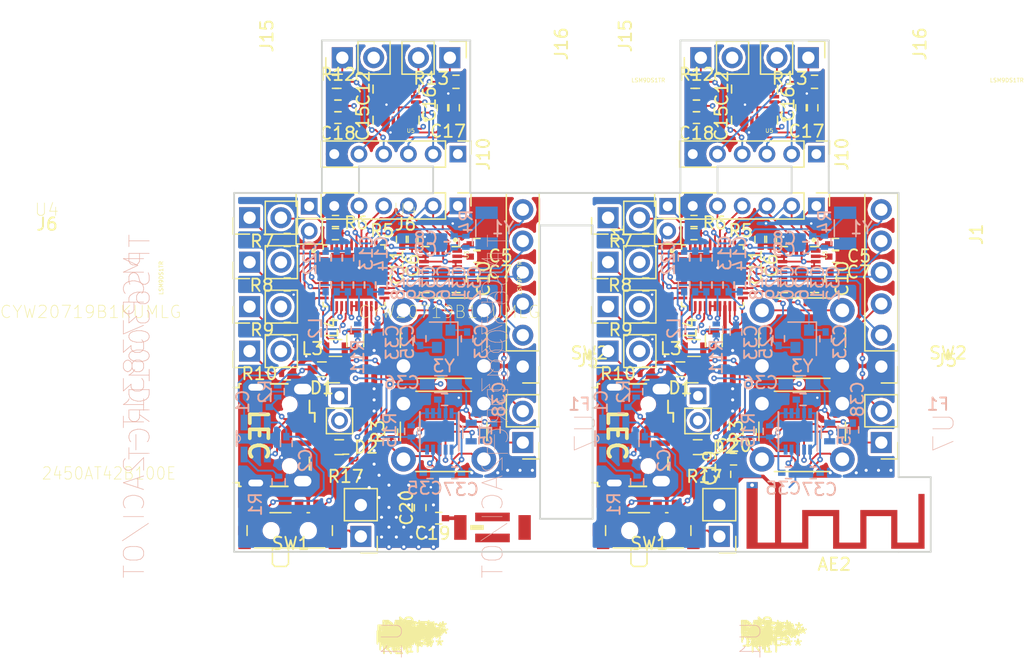
<source format=kicad_pcb>
(kicad_pcb (version 4) (host pcbnew 4.0.7)
  (layers (0 F.Cu signal) (1 In1.Cu signal hide) (2 In2.Cu signal hide) (31 B.Cu signal hide) (34 B.Paste user) (35 F.Paste user) (36 B.SilkS user) (37 F.SilkS user) (38 B.Mask user) (39 F.Mask user) (44 Edge.Cuts user))
  (net 0 "")
  (net 1 GND)
  (net 2 USBVCC)
  (net 3 USBGND)
  (net 4 "Net-(AE1-Pad1)")
  (net 5 ChgVDD)
  (net 6 BatteryOutChg)
  (net 7 3.3v)
  (net 8 "Net-(C7-Pad2)")
  (net 9 "Net-(C8-Pad1)")
  (net 10 "Net-(C9-Pad2)")
  (net 11 "Net-(C10-Pad2)")
  (net 12 "Net-(C16-Pad2)")
  (net 13 "Net-(C17-Pad2)")
  (net 14 "Net-(C19-Pad1)")
  (net 15 "Net-(C23-Pad1)")
  (net 16 "Net-(C25-Pad1)")
  (net 17 PAVDD)
  (net 18 1P2VRF)
  (net 19 CBUCK_OUT)
  (net 20 "Net-(C31-Pad2)")
  (net 21 "Net-(C33-Pad2)")
  (net 22 BatteryOutBuck)
  (net 23 "Net-(C36-Pad1)")
  (net 24 "Net-(C37-Pad1)")
  (net 25 "Net-(D1-Pad2)")
  (net 26 "Net-(D1-Pad1)")
  (net 27 "Net-(D2-Pad2)")
  (net 28 SCLK)
  (net 29 SDA)
  (net 30 PSensor1)
  (net 31 PSensor2)
  (net 32 /BT_UART_RTS)
  (net 33 "Net-(J17-Pad2)")
  (net 34 /BT_UART_RX)
  (net 35 /BT_UART_TX)
  (net 36 /BT_UART_CTS)
  (net 37 "Net-(J3-Pad2)")
  (net 38 "Net-(J3-Pad3)")
  (net 39 "Net-(J3-Pad4)")
  (net 40 "Net-(J4-Pad1)")
  (net 41 Sensor1)
  (net 42 Sensor2)
  (net 43 Sensor3)
  (net 44 SCLK-USB)
  (net 45 SDA-USB)
  (net 46 Sensor4)
  (net 47 "Net-(L2-Pad2)")
  (net 48 "Net-(L5-Pad1)")
  (net 49 "Net-(L5-Pad2)")
  (net 50 "Net-(R1-Pad1)")
  (net 51 RST_N)
  (net 52 "Net-(U3-Pad9)")
  (net 53 "Net-(U3-Pad10)")
  (net 54 "Net-(U3-Pad11)")
  (net 55 "Net-(U3-Pad12)")
  (net 56 "Net-(U3-Pad13)")
  (net 57 "Net-(U4-Pad37)")
  (net 58 "Net-(U4-Pad40)")
  (net 59 "Net-(U4-Pad24)")
  (net 60 "Net-(U4-Pad26)")
  (net 61 "Net-(U5-Pad9)")
  (net 62 "Net-(U5-Pad10)")
  (net 63 "Net-(U5-Pad11)")
  (net 64 "Net-(U5-Pad12)")
  (net 65 "Net-(U5-Pad13)")
  (net 66 "Net-(J6-Pad1)")
  (net 67 "Net-(J6-Pad2)")
  (net 68 "Net-(U4-Pad38)")
  (net 69 "Net-(U4-Pad5)")
  (net 70 "Net-(U4-Pad6)")
  (net 71 "Net-(U4-Pad9)")
  (net 72 "Net-(AE2-Pad1)")
  (module Pin_Headers:Pin_Header_Straight_1x02_Pitch2.00mm (layer F.Cu) (at 140.425 66.675)
    (fp_text reference J5 (at 20.1 -2.875) (layer F.SilkS))
    (fp_text value Conn_01x02_Male)
    (pad 1 thru_hole rect (at 0 0) (size 1.35 1.35) (drill 0.8) (layers *.Cu *.Mask) (net 28 SCLK))
    (pad 2 thru_hole oval (at 0 2) (size 1.35 1.35) (drill 0.8) (layers *.Cu *.Mask) (net 29 SDA))
  )
  (module Pin_Headers:Pin_Header_Straight_1x02_Pitch2.00mm (layer F.Cu) (at 137.975 51.325)
    (fp_text reference J6 (at -21.2 1.45) (layer F.SilkS))
    (fp_text value Conn_01x02_Male)
    (pad 1 thru_hole rect (at 0 0) (size 1.35 1.35) (drill 0.8) (layers *.Cu *.Mask) (net 66 "Net-(J6-Pad1)"))
    (pad 2 thru_hole oval (at 0 2) (size 1.35 1.35) (drill 0.8) (layers *.Cu *.Mask) (net 67 "Net-(J6-Pad2)"))
  )
  (module Pin_Headers:Pin_Header_Straight_1x06_Pitch2.00mm (layer F.Cu) (at 150 47.1 270)
    (fp_text reference J10 (at 0 -2.06 270) (layer F.SilkS))
    (fp_text value Conn_01x06_Male)
    (pad 1 thru_hole rect (at 0 0 270) (size 1.35 1.35) (drill 0.8) (layers *.Cu *.Mask) (net 2 USBVCC))
    (pad 2 thru_hole oval (at 0 2 270) (size 1.35 1.35) (drill 0.8) (layers *.Cu *.Mask) (net 44 SCLK-USB))
    (pad 3 thru_hole oval (at 0 4 270) (size 1.35 1.35) (drill 0.8) (layers *.Cu *.Mask) (net 45 SDA-USB))
    (pad 4 thru_hole oval (at 0 6 270) (size 1.35 1.35) (drill 0.8) (layers *.Cu *.Mask) (net 30 PSensor1))
    (pad 5 thru_hole oval (at 0 8 270) (size 1.35 1.35) (drill 0.8) (layers *.Cu *.Mask) (net 31 PSensor2))
    (pad 6 thru_hole oval (at 0 10 270) (size 1.35 1.35) (drill 0.8) (layers *.Cu *.Mask) (net 3 USBGND))
  )
  (module Pin_Headers:Pin_Header_Straight_1x06_Pitch2.00mm (layer F.Cu) (at 150 51.3 270)
    (fp_text reference J1 (at 2.3 -12.95 270) (layer F.SilkS))
    (fp_text value Conn_01x06_Male)
    (pad 1 thru_hole rect (at 0 0 270) (size 1.35 1.35) (drill 0.8) (layers *.Cu *.Mask) (net 7 3.3v))
    (pad 2 thru_hole oval (at 0 2 270) (size 1.35 1.35) (drill 0.8) (layers *.Cu *.Mask) (net 28 SCLK))
    (pad 3 thru_hole oval (at 0 4 270) (size 1.35 1.35) (drill 0.8) (layers *.Cu *.Mask) (net 29 SDA))
    (pad 4 thru_hole oval (at 0 6 270) (size 1.35 1.35) (drill 0.8) (layers *.Cu *.Mask) (net 30 PSensor1))
    (pad 5 thru_hole oval (at 0 8 270) (size 1.35 1.35) (drill 0.8) (layers *.Cu *.Mask) (net 31 PSensor2))
    (pad 6 thru_hole oval (at 0 10 270) (size 1.35 1.35) (drill 0.8) (layers *.Cu *.Mask) (net 1 GND))
  )
  (module Crystals:Crystal_SMD_2016-4pin_2.0x1.6mm (layer B.Cu) (at 148.85 62.05 270)
    (fp_text reference Y3 (at 2.2 0 360) (layer B.SilkS) (effects (justify mirror)))
    (fp_text value Crystal_GND24)
    (pad 1 smd rect (at -0.7 -0.55 270) (size 0.9 0.8) (layers B.Cu B.Paste B.Mask) (net 15 "Net-(C23-Pad1)"))
    (pad 2 smd rect (at 0.7 -0.55 270) (size 0.9 0.8) (layers B.Cu B.Paste B.Mask) (net 1 GND))
    (pad 3 smd rect (at 0.7 0.55 270) (size 0.9 0.8) (layers B.Cu B.Paste B.Mask) (net 16 "Net-(C25-Pad1)"))
    (pad 4 smd rect (at -0.7 0.55 270) (size 0.9 0.8) (layers B.Cu B.Paste B.Mask) (net 1 GND))
  )
  (module Crystals:Crystal_SMD_3215-2pin_3.2x1.5mm (layer B.Cu) (at 152.325 53.1 90)
    (fp_text reference Y1 (at 0.025 1.325 180) (layer B.SilkS) (effects (justify mirror)))
    (fp_text value Crystal)
    (pad 1 smd rect (at 1.25 0 90) (size 1 1.8) (layers B.Cu B.Paste B.Mask) (net 9 "Net-(C8-Pad1)"))
    (pad 2 smd rect (at -1.25 0 90) (size 1 1.8) (layers B.Cu B.Paste B.Mask) (net 10 "Net-(C9-Pad2)"))
  )
  (module TPS63001DRCT:SON50P300X300X100-11N (layer B.Cu) (at 148.5 69.55 90)
    (fp_text reference U7 (at -0.1 11.8 90) (layer B.SilkS) (effects (font (size 1.64183 1.64183) (thickness 0.05)) (justify mirror)))
    (fp_text value TPS63001DRCT (at 6.825 -24.225 90) (layer B.SilkS) (effects (font (size 1.64215 1.64215) (thickness 0.05)) (justify mirror)))
    (pad 1 smd rect (at -1.4732 0.9906 90) (size 0.8128 0.3048) (layers B.Cu B.Paste B.Mask) (net 24 "Net-(C37-Pad1)"))
    (pad 2 smd rect (at -1.4732 0.508 90) (size 0.8128 0.3048) (layers B.Cu B.Paste B.Mask) (net 49 "Net-(L5-Pad2)"))
    (pad 3 smd rect (at -1.4732 0 90) (size 0.8128 0.3048) (layers B.Cu B.Paste B.Mask) (net 1 GND))
    (pad 4 smd rect (at -1.4732 -0.508 90) (size 0.8128 0.3048) (layers B.Cu B.Paste B.Mask) (net 48 "Net-(L5-Pad1)"))
    (pad 5 smd rect (at -1.4732 -0.9906 90) (size 0.8128 0.3048) (layers B.Cu B.Paste B.Mask) (net 22 BatteryOutBuck))
    (pad 6 smd rect (at 1.4732 -0.9906 90) (size 0.8128 0.3048) (layers B.Cu B.Paste B.Mask) (net 23 "Net-(C36-Pad1)"))
    (pad 7 smd rect (at 1.4732 -0.508 90) (size 0.8128 0.3048) (layers B.Cu B.Paste B.Mask) (net 23 "Net-(C36-Pad1)"))
    (pad 8 smd rect (at 1.4732 0 90) (size 0.8128 0.3048) (layers B.Cu B.Paste B.Mask) (net 23 "Net-(C36-Pad1)"))
    (pad 9 smd rect (at 1.4732 0.508 90) (size 0.8128 0.3048) (layers B.Cu B.Paste B.Mask) (net 1 GND))
    (pad 10 smd rect (at 1.4732 0.9906 90) (size 0.8128 0.3048) (layers B.Cu B.Paste B.Mask) (net 24 "Net-(C37-Pad1)"))
    (pad 11 smd rect (at 0 0 90) (size 1.651 2.3876) (layers B.Cu B.Paste B.Mask) (net 1 GND))
  )
  (module MCP73831T-2ACI_OT:SOT95P280X145-5N (layer B.Cu) (at 133.65 70.125 270)
    (fp_text reference U1 (at 16.375 -11.025 270) (layer B.SilkS) (effects (font (size 1.64087 1.64087) (thickness 0.05)) (justify mirror)))
    (fp_text value MCP73831T-2ACI/OT (at -1.775 9.825 270) (layer B.SilkS) (effects (font (size 1.64226 1.64226) (thickness 0.05)) (justify mirror)))
    (pad 1 smd rect (at -1.2954 0.9398 270) (size 1.27 0.5588) (layers B.Cu B.Paste B.Mask) (net 26 "Net-(D1-Pad1)"))
    (pad 2 smd rect (at -1.2954 0 270) (size 1.27 0.5588) (layers B.Cu B.Paste B.Mask) (net 1 GND))
    (pad 3 smd rect (at -1.2954 -0.9398 270) (size 1.27 0.5588) (layers B.Cu B.Paste B.Mask) (net 6 BatteryOutChg))
    (pad 4 smd rect (at 1.2954 -0.9398 270) (size 1.27 0.5588) (layers B.Cu B.Paste B.Mask) (net 5 ChgVDD))
    (pad 5 smd rect (at 1.2954 0.9398 270) (size 1.27 0.5588) (layers B.Cu B.Paste B.Mask) (net 50 "Net-(R1-Pad1)"))
  )
  (module Buttons_Switches_THT:SW_PUSH_6mm (layer F.Cu) (at 152.1 64.25 180)
    (fp_text reference SW3 (at 5.675 -22.075 180) (layer F.SilkS))
    (fp_text value SW_Push_Dual)
    (pad 2 thru_hole circle (at 0 4.5 270) (size 2 2) (drill 1.1) (layers *.Cu *.Mask) (net 36 /BT_UART_CTS))
    (pad 1 thru_hole circle (at 0 0 270) (size 2 2) (drill 1.1) (layers *.Cu *.Mask) (net 1 GND))
    (pad 2 thru_hole circle (at 6.5 4.5 270) (size 2 2) (drill 1.1) (layers *.Cu *.Mask) (net 36 /BT_UART_CTS))
    (pad 1 thru_hole circle (at 6.5 0 270) (size 2 2) (drill 1.1) (layers *.Cu *.Mask) (net 1 GND))
  )
  (module Buttons_Switches_THT:SW_PUSH_6mm (layer F.Cu) (at 145.6 67.3)
    (fp_text reference SW2 (at 15.05 -4.1) (layer F.SilkS))
    (fp_text value SW_Push)
    (pad 2 thru_hole circle (at 0 4.5 90) (size 2 2) (drill 1.1) (layers *.Cu *.Mask) (net 51 RST_N))
    (pad 1 thru_hole circle (at 0 0 90) (size 2 2) (drill 1.1) (layers *.Cu *.Mask) (net 1 GND))
    (pad 2 thru_hole circle (at 6.5 4.5 90) (size 2 2) (drill 1.1) (layers *.Cu *.Mask) (net 51 RST_N))
    (pad 1 thru_hole circle (at 6.5 0 90) (size 2 2) (drill 1.1) (layers *.Cu *.Mask) (net 1 GND))
  )
  (module Buttons_Switches_SMD:SW_SPDT_PCM12 (layer F.Cu) (at 136.4 77.25)
    (fp_text reference SW1 (at 0.075 1.375) (layer F.SilkS))
    (fp_text value SW_SPDT)
    (pad "" np_thru_hole circle (at -1.5 0.33) (size 0.9 0.9) (drill 0.9) (layers *.Cu *.Mask))
    (pad "" np_thru_hole circle (at 1.5 0.33) (size 0.9 0.9) (drill 0.9) (layers *.Cu *.Mask))
    (pad 1 smd rect (at -2.25 -1.43) (size 0.7 1.5) (layers F.Cu F.Paste F.Mask) (net 6 BatteryOutChg))
    (pad 2 smd rect (at 0.75 -1.43) (size 0.7 1.5) (layers F.Cu F.Paste F.Mask) (net 40 "Net-(J4-Pad1)"))
    (pad 3 smd rect (at 2.25 -1.43) (size 0.7 1.5) (layers F.Cu F.Paste F.Mask) (net 22 BatteryOutBuck))
    (pad "" smd rect (at -3.65 1.43) (size 1 0.8) (layers F.Cu F.Paste F.Mask))
    (pad "" smd rect (at 3.65 1.43) (size 1 0.8) (layers F.Cu F.Paste F.Mask))
    (pad "" smd rect (at 3.65 -0.78) (size 1 0.8) (layers F.Cu F.Paste F.Mask))
    (pad "" smd rect (at -3.65 -0.78) (size 1 0.8) (layers F.Cu F.Paste F.Mask))
  )
  (module Resistors_SMD:R_0402 (layer F.Cu) (at 140.925 71.925)
    (fp_text reference R17 (at 0 1.275) (layer F.SilkS))
    (fp_text value R)
    (pad 1 smd rect (at -0.45 0) (size 0.4 0.6) (layers F.Cu F.Paste F.Mask) (net 27 "Net-(D2-Pad2)"))
    (pad 2 smd rect (at 0.45 0) (size 0.4 0.6) (layers F.Cu F.Paste F.Mask) (net 7 3.3v))
  )
  (module Resistors_SMD:R_0402 (layer B.Cu) (at 146.225 69.55 90)
    (fp_text reference R15 (at 0.1 -1.725 90) (layer B.SilkS) (effects (justify mirror)))
    (fp_text value R)
    (pad 1 smd rect (at -0.45 0 90) (size 0.4 0.6) (layers B.Cu B.Paste B.Mask) (net 22 BatteryOutBuck))
    (pad 2 smd rect (at 0.45 0 90) (size 0.4 0.6) (layers B.Cu B.Paste B.Mask) (net 23 "Net-(C36-Pad1)"))
  )
  (module Resistors_SMD:R_0402 (layer F.Cu) (at 149.85 41.25 180)
    (fp_text reference R13 (at 2 0.275 180) (layer F.SilkS))
    (fp_text value R)
    (pad 1 smd rect (at -0.45 0 180) (size 0.4 0.6) (layers F.Cu F.Paste F.Mask) (net 3 USBGND))
    (pad 2 smd rect (at 0.45 0 180) (size 0.4 0.6) (layers F.Cu F.Paste F.Mask) (net 31 PSensor2))
  )
  (module Resistors_SMD:R_0402 (layer F.Cu) (at 140.1 41.25)
    (fp_text reference R12 (at 0.2 -0.6) (layer F.SilkS))
    (fp_text value R)
    (pad 1 smd rect (at -0.45 0) (size 0.4 0.6) (layers F.Cu F.Paste F.Mask) (net 3 USBGND))
    (pad 2 smd rect (at 0.45 0) (size 0.4 0.6) (layers F.Cu F.Paste F.Mask) (net 30 PSensor1))
  )
  (module Resistors_SMD:R_0402 (layer B.Cu) (at 141.9 61.3 90)
    (fp_text reference R11 (at -2.225 0 90) (layer B.SilkS) (effects (justify mirror)))
    (fp_text value R)
    (pad 1 smd rect (at -0.45 0 90) (size 0.4 0.6) (layers B.Cu B.Paste B.Mask) (net 18 1P2VRF))
    (pad 2 smd rect (at 0.45 0 90) (size 0.4 0.6) (layers B.Cu B.Paste B.Mask) (net 17 PAVDD))
  )
  (module Resistors_SMD:R_0402 (layer F.Cu) (at 136.2 64.85 180)
    (fp_text reference R10 (at 2.25 -0.025 180) (layer F.SilkS))
    (fp_text value R)
    (pad 1 smd rect (at -0.45 0 180) (size 0.4 0.6) (layers F.Cu F.Paste F.Mask) (net 1 GND))
    (pad 2 smd rect (at 0.45 0 180) (size 0.4 0.6) (layers F.Cu F.Paste F.Mask) (net 46 Sensor4))
  )
  (module Resistors_SMD:R_0402 (layer F.Cu) (at 136.2 61.25 180)
    (fp_text reference R9 (at 2.025 -0.075 180) (layer F.SilkS))
    (fp_text value R)
    (pad 1 smd rect (at -0.45 0 180) (size 0.4 0.6) (layers F.Cu F.Paste F.Mask) (net 1 GND))
    (pad 2 smd rect (at 0.45 0 180) (size 0.4 0.6) (layers F.Cu F.Paste F.Mask) (net 43 Sensor3))
  )
  (module Resistors_SMD:R_0402 (layer F.Cu) (at 136.2 57.65 180)
    (fp_text reference R8 (at 2.075 -0.075 180) (layer F.SilkS))
    (fp_text value R)
    (pad 1 smd rect (at -0.45 0 180) (size 0.4 0.6) (layers F.Cu F.Paste F.Mask) (net 1 GND))
    (pad 2 smd rect (at 0.45 0 180) (size 0.4 0.6) (layers F.Cu F.Paste F.Mask) (net 42 Sensor2))
  )
  (module Resistors_SMD:R_0402 (layer F.Cu) (at 136.2 54.05 180)
    (fp_text reference R7 (at 2.025 -0.1 180) (layer F.SilkS))
    (fp_text value R)
    (pad 1 smd rect (at -0.45 0 180) (size 0.4 0.6) (layers F.Cu F.Paste F.Mask) (net 1 GND))
    (pad 2 smd rect (at 0.45 0 180) (size 0.4 0.6) (layers F.Cu F.Paste F.Mask) (net 41 Sensor1))
  )
  (module Resistors_SMD:R_0402 (layer F.Cu) (at 140.1 52.6 180)
    (fp_text reference R6 (at -1.675 -0.075 180) (layer F.SilkS))
    (fp_text value R)
    (pad 1 smd rect (at -0.45 0 180) (size 0.4 0.6) (layers F.Cu F.Paste F.Mask) (net 29 SDA))
    (pad 2 smd rect (at 0.45 0 180) (size 0.4 0.6) (layers F.Cu F.Paste F.Mask) (net 7 3.3v))
  )
  (module Resistors_SMD:R_0402 (layer F.Cu) (at 140.1 53.5 180)
    (fp_text reference R5 (at -3.775 0.2 180) (layer F.SilkS))
    (fp_text value R)
    (pad 1 smd rect (at -0.45 0 180) (size 0.4 0.6) (layers F.Cu F.Paste F.Mask) (net 28 SCLK))
    (pad 2 smd rect (at 0.45 0 180) (size 0.4 0.6) (layers F.Cu F.Paste F.Mask) (net 7 3.3v))
  )
  (module Resistors_SMD:R_0402 (layer B.Cu) (at 150.65 54.2 270)
    (fp_text reference R4 (at -1.65 -0.025 270) (layer B.SilkS) (effects (justify mirror)))
    (fp_text value R)
    (pad 1 smd rect (at -0.45 0 270) (size 0.4 0.6) (layers B.Cu B.Paste B.Mask) (net 9 "Net-(C8-Pad1)"))
    (pad 2 smd rect (at 0.45 0 270) (size 0.4 0.6) (layers B.Cu B.Paste B.Mask) (net 10 "Net-(C9-Pad2)"))
  )
  (module Resistors_SMD:R_0402 (layer F.Cu) (at 144.6 69.6 270)
    (fp_text reference R3 (at -0.025 1.075 270) (layer F.SilkS))
    (fp_text value R)
    (pad 1 smd rect (at -0.45 0 270) (size 0.4 0.6) (layers F.Cu F.Paste F.Mask) (net 7 3.3v))
    (pad 2 smd rect (at 0.45 0 270) (size 0.4 0.6) (layers F.Cu F.Paste F.Mask) (net 51 RST_N))
  )
  (module Resistors_SMD:R_0402 (layer B.Cu) (at 135.425 66.325 270)
    (fp_text reference R2 (at 0 1.025 270) (layer B.SilkS) (effects (justify mirror)))
    (fp_text value R)
    (pad 1 smd rect (at -0.45 0 270) (size 0.4 0.6) (layers B.Cu B.Paste B.Mask) (net 25 "Net-(D1-Pad2)"))
    (pad 2 smd rect (at 0.45 0 270) (size 0.4 0.6) (layers B.Cu B.Paste B.Mask) (net 5 ChgVDD))
  )
  (module Resistors_SMD:R_0402 (layer B.Cu) (at 135.5 73.625 270)
    (fp_text reference R1 (at 1.825 1.875 270) (layer B.SilkS) (effects (justify mirror)))
    (fp_text value R)
    (pad 1 smd rect (at -0.45 0 270) (size 0.4 0.6) (layers B.Cu B.Paste B.Mask) (net 50 "Net-(R1-Pad1)"))
    (pad 2 smd rect (at 0.45 0 270) (size 0.4 0.6) (layers B.Cu B.Paste B.Mask) (net 1 GND))
  )
  (module Inductors_SMD:L_0603 (layer B.Cu) (at 151.075 69.6 270)
    (fp_text reference L5 (at 0.3 -1.175 270) (layer B.SilkS) (effects (justify mirror)))
    (fp_text value L)
    (pad 1 smd rect (at -0.75 0 270) (size 0.5 0.9) (layers B.Cu B.Paste B.Mask) (net 48 "Net-(L5-Pad1)"))
    (pad 2 smd rect (at 0.75 0 270) (size 0.5 0.9) (layers B.Cu B.Paste B.Mask) (net 49 "Net-(L5-Pad2)"))
  )
  (module Resistors_SMD:R_0603 (layer F.Cu) (at 141.7 62.2 90)
    (fp_text reference L4 (at 1.05 -1.9 90) (layer F.SilkS))
    (fp_text value Ferrite_Bead_Small)
    (pad 1 smd rect (at -0.75 0 90) (size 0.5 0.9) (layers F.Cu F.Paste F.Mask) (net 18 1P2VRF))
    (pad 2 smd rect (at 0.75 0 90) (size 0.5 0.9) (layers F.Cu F.Paste F.Mask) (net 21 "Net-(C33-Pad2)"))
  )
  (module Resistors_SMD:R_0603 (layer F.Cu) (at 140.1 62.8 180)
    (fp_text reference L3 (at 1.875 -0.05 180) (layer F.SilkS))
    (fp_text value Ferrite_Bead_Small)
    (pad 1 smd rect (at -0.75 0 180) (size 0.5 0.9) (layers F.Cu F.Paste F.Mask) (net 18 1P2VRF))
    (pad 2 smd rect (at 0.75 0 180) (size 0.5 0.9) (layers F.Cu F.Paste F.Mask) (net 20 "Net-(C31-Pad2)"))
  )
  (module Inductors_SMD:L_0402 (layer B.Cu) (at 139.925 61.275 270)
    (fp_text reference L2 (at -0.075 1.45 270) (layer B.SilkS) (effects (justify mirror)))
    (fp_text value L)
    (pad 1 smd rect (at -0.45 0 270) (size 0.4 0.6) (layers B.Cu B.Paste B.Mask) (net 19 CBUCK_OUT))
    (pad 2 smd rect (at 0.45 0 270) (size 0.4 0.6) (layers B.Cu B.Paste B.Mask) (net 47 "Net-(L2-Pad2)"))
  )
  (module Pin_Headers:Pin_Header_Straight_1x02_Pitch2.54mm (layer F.Cu) (at 155.25 70.45 180)
    (fp_text reference J17 (at 9.95 -16 180) (layer F.SilkS))
    (fp_text value Conn_01x02)
    (pad 1 thru_hole rect (at 0 0 180) (size 1.7 1.7) (drill 1) (layers *.Cu *.Mask) (net 22 BatteryOutBuck))
    (pad 2 thru_hole oval (at 0 2.54 180) (size 1.7 1.7) (drill 1) (layers *.Cu *.Mask) (net 33 "Net-(J17-Pad2)"))
  )
  (module Pin_Headers:Pin_Header_Straight_1x02_Pitch2.54mm (layer F.Cu) (at 149.35 39.3 270)
    (fp_text reference J16 (at -1.125 -9.025 270) (layer F.SilkS))
    (fp_text value Conn_01x02)
    (pad 1 thru_hole rect (at 0 0 270) (size 1.7 1.7) (drill 1) (layers *.Cu *.Mask) (net 31 PSensor2))
    (pad 2 thru_hole oval (at 0 2.54 270) (size 1.7 1.7) (drill 1) (layers *.Cu *.Mask) (net 2 USBVCC))
  )
  (module Pin_Headers:Pin_Header_Straight_1x02_Pitch2.54mm (layer F.Cu) (at 140.65 39.3 90)
    (fp_text reference J15 (at 1.775 -6.1 90) (layer F.SilkS))
    (fp_text value Conn_01x02)
    (pad 1 thru_hole rect (at 0 0 90) (size 1.7 1.7) (drill 1) (layers *.Cu *.Mask) (net 30 PSensor1))
    (pad 2 thru_hole oval (at 0 2.54 90) (size 1.7 1.7) (drill 1) (layers *.Cu *.Mask) (net 2 USBVCC))
  )
  (module Pin_Headers:Pin_Header_Straight_1x02_Pitch2.54mm (layer F.Cu) (at 133.15 63.05 90)
    (fp_text reference J14 (at -23 12.575 90) (layer F.SilkS))
    (fp_text value Conn_01x02)
    (pad 1 thru_hole rect (at 0 0 90) (size 1.7 1.7) (drill 1) (layers *.Cu *.Mask) (net 46 Sensor4))
    (pad 2 thru_hole oval (at 0 2.54 90) (size 1.7 1.7) (drill 1) (layers *.Cu *.Mask) (net 7 3.3v))
  )
  (module Pin_Headers:Pin_Header_Straight_1x02_Pitch2.54mm (layer F.Cu) (at 133.15 59.45 90)
    (fp_text reference J9 (at -26.975 12.075 90) (layer F.SilkS))
    (fp_text value Conn_01x02)
    (pad 1 thru_hole rect (at 0 0 90) (size 1.7 1.7) (drill 1) (layers *.Cu *.Mask) (net 43 Sensor3))
    (pad 2 thru_hole oval (at 0 2.54 90) (size 1.7 1.7) (drill 1) (layers *.Cu *.Mask) (net 7 3.3v))
  )
  (module Pin_Headers:Pin_Header_Straight_1x02_Pitch2.54mm (layer F.Cu) (at 133.15 55.85 90)
    (fp_text reference J8 (at -30.2 12.275 90) (layer F.SilkS))
    (fp_text value Conn_01x02)
    (pad 1 thru_hole rect (at 0 0 90) (size 1.7 1.7) (drill 1) (layers *.Cu *.Mask) (net 42 Sensor2))
    (pad 2 thru_hole oval (at 0 2.54 90) (size 1.7 1.7) (drill 1) (layers *.Cu *.Mask) (net 7 3.3v))
  )
  (module Pin_Headers:Pin_Header_Straight_1x02_Pitch2.54mm (layer F.Cu) (at 133.15 52.25 90)
    (fp_text reference J7 (at -33.825 12.375 90) (layer F.SilkS))
    (fp_text value Conn_01x02)
    (pad 1 thru_hole rect (at 0 0 90) (size 1.7 1.7) (drill 1) (layers *.Cu *.Mask) (net 41 Sensor1))
    (pad 2 thru_hole oval (at 0 2.54 90) (size 1.7 1.7) (drill 1) (layers *.Cu *.Mask) (net 7 3.3v))
  )
  (module Pin_Headers:Pin_Header_Straight_1x02_Pitch2.54mm (layer F.Cu) (at 142.15 78.05 180)
    (fp_text reference J4 (at -2.975 -8.4 180) (layer F.SilkS))
    (fp_text value Conn_01x02_Male)
    (pad 1 thru_hole rect (at 0 0 180) (size 1.7 1.7) (drill 1) (layers *.Cu *.Mask) (net 40 "Net-(J4-Pad1)"))
    (pad 2 thru_hole oval (at 0 2.54 180) (size 1.7 1.7) (drill 1) (layers *.Cu *.Mask) (net 1 GND))
  )
  (module Connectors_USB:USB_Micro-B_Wuerth-629105150521 (layer F.Cu) (at 135.6 69.85 270)
    (fp_text reference J3 (at 15.425 -10.275 270) (layer F.SilkS))
    (fp_text value USB_OTG)
    (pad 1 smd rect (at -1.3 -1.9 270) (size 0.45 1.3) (layers F.Cu F.Paste F.Mask) (net 5 ChgVDD))
    (pad 2 smd rect (at -0.65 -1.9 270) (size 0.45 1.3) (layers F.Cu F.Paste F.Mask) (net 37 "Net-(J3-Pad2)"))
    (pad 3 smd rect (at 0 -1.9 270) (size 0.45 1.3) (layers F.Cu F.Paste F.Mask) (net 38 "Net-(J3-Pad3)"))
    (pad 4 smd rect (at 0.65 -1.9 270) (size 0.45 1.3) (layers F.Cu F.Paste F.Mask) (net 39 "Net-(J3-Pad4)"))
    (pad 5 smd rect (at 1.3 -1.9 270) (size 0.45 1.3) (layers F.Cu F.Paste F.Mask) (net 1 GND))
    (pad 6 thru_hole oval (at -3.725 -1.85 270) (size 1.45 2) (drill oval 0.85 1.4) (layers *.Cu *.Mask) (net 1 GND))
    (pad 6 thru_hole oval (at 3.725 -1.85 270) (size 1.45 2) (drill oval 0.85 1.4) (layers *.Cu *.Mask) (net 1 GND))
    (pad 6 thru_hole oval (at -3.875 1.95 270) (size 1.15 1.8) (drill oval 0.55 1.2) (layers *.Cu *.Mask) (net 1 GND))
    (pad 6 thru_hole oval (at 3.875 1.95 270) (size 1.15 1.8) (drill oval 0.55 1.2) (layers *.Cu *.Mask) (net 1 GND))
    (pad "" np_thru_hole oval (at -2.5 -0.8 270) (size 0.8 0.8) (drill 0.8) (layers *.Cu *.Mask))
    (pad "" np_thru_hole oval (at 2.5 -0.8 270) (size 0.8 0.8) (drill 0.8) (layers *.Cu *.Mask))
  )
  (module Pin_Headers:Pin_Header_Straight_1x06_Pitch2.54mm (layer F.Cu) (at 155.25 64.3 180)
    (fp_text reference J2 (at 8.25 -21.625 180) (layer F.SilkS))
    (fp_text value Conn_01x06)
    (pad 1 thru_hole rect (at 0 0 180) (size 1.7 1.7) (drill 1) (layers *.Cu *.Mask) (net 1 GND))
    (pad 2 thru_hole oval (at 0 2.54 180) (size 1.7 1.7) (drill 1) (layers *.Cu *.Mask) (net 32 /BT_UART_RTS))
    (pad 3 thru_hole oval (at 0 5.08 180) (size 1.7 1.7) (drill 1) (layers *.Cu *.Mask) (net 33 "Net-(J17-Pad2)"))
    (pad 4 thru_hole oval (at 0 7.62 180) (size 1.7 1.7) (drill 1) (layers *.Cu *.Mask) (net 34 /BT_UART_RX))
    (pad 5 thru_hole oval (at 0 10.16 180) (size 1.7 1.7) (drill 1) (layers *.Cu *.Mask) (net 35 /BT_UART_TX))
    (pad 6 thru_hole oval (at 0 12.7 180) (size 1.7 1.7) (drill 1) (layers *.Cu *.Mask) (net 36 /BT_UART_CTS))
  )
  (module Resistors_SMD:R_0603_HandSoldering (layer B.Cu) (at 148.625 65.725)
    (fp_text reference F1 (at 11.2 1.625) (layer B.SilkS) (effects (justify mirror)))
    (fp_text value Polyfuse)
    (pad 1 smd rect (at -1.1 0) (size 1.2 0.9) (layers B.Cu B.Paste B.Mask) (net 7 3.3v))
    (pad 2 smd rect (at 1.1 0) (size 1.2 0.9) (layers B.Cu B.Paste B.Mask) (net 24 "Net-(C37-Pad1)"))
  )
  (module Capacitors_SMD:C_0603 (layer F.Cu) (at 140.4 70.825)
    (fp_text reference D2 (at 2.175 0) (layer F.SilkS))
    (fp_text value LED)
    (pad 2 smd rect (at 0.75 0) (size 0.8 0.75) (layers F.Cu F.Paste F.Mask) (net 27 "Net-(D2-Pad2)"))
    (pad 1 smd rect (at -0.75 0) (size 0.8 0.75) (layers F.Cu F.Paste F.Mask) (net 1 GND))
  )
  (module Capacitors_SMD:C_0603 (layer F.Cu) (at 139 64.525 180)
    (fp_text reference D1 (at 0 -1.5 180) (layer F.SilkS))
    (fp_text value LED)
    (pad 2 smd rect (at 0.75 0 180) (size 0.8 0.75) (layers F.Cu F.Paste F.Mask) (net 25 "Net-(D1-Pad2)"))
    (pad 1 smd rect (at -0.75 0 180) (size 0.8 0.75) (layers F.Cu F.Paste F.Mask) (net 26 "Net-(D1-Pad1)"))
  )
  (module Capacitors_SMD:C_0402 (layer B.Cu) (at 152.95 69.425 270)
    (fp_text reference C38 (at -2.475 -0.375 270) (layer B.SilkS) (effects (justify mirror)))
    (fp_text value C)
    (pad 1 smd rect (at -0.55 0 270) (size 0.6 0.5) (layers B.Cu B.Paste B.Mask) (net 24 "Net-(C37-Pad1)"))
    (pad 2 smd rect (at 0.55 0 270) (size 0.6 0.5) (layers B.Cu B.Paste B.Mask) (net 1 GND))
  )
  (module Capacitors_SMD:C_0402 (layer B.Cu) (at 149.75 72.9 180)
    (fp_text reference C37 (at -0.5 -1.35 180) (layer B.SilkS) (effects (justify mirror)))
    (fp_text value C)
    (pad 1 smd rect (at -0.55 0 180) (size 0.6 0.5) (layers B.Cu B.Paste B.Mask) (net 24 "Net-(C37-Pad1)"))
    (pad 2 smd rect (at 0.55 0 180) (size 0.6 0.5) (layers B.Cu B.Paste B.Mask) (net 1 GND))
  )
  (module Capacitors_SMD:C_0402 (layer B.Cu) (at 148.925 66.975)
    (fp_text reference C36 (at -3.45 -1.375) (layer B.SilkS) (effects (justify mirror)))
    (fp_text value C)
    (pad 1 smd rect (at -0.55 0) (size 0.6 0.5) (layers B.Cu B.Paste B.Mask) (net 23 "Net-(C36-Pad1)"))
    (pad 2 smd rect (at 0.55 0) (size 0.6 0.5) (layers B.Cu B.Paste B.Mask) (net 1 GND))
  )
  (module Capacitors_SMD:C_0402 (layer B.Cu) (at 147.75 72.9)
    (fp_text reference C35 (at -0.425 1.25) (layer B.SilkS) (effects (justify mirror)))
    (fp_text value C)
    (pad 1 smd rect (at -0.55 0) (size 0.6 0.5) (layers B.Cu B.Paste B.Mask) (net 22 BatteryOutBuck))
    (pad 2 smd rect (at 0.55 0) (size 0.6 0.5) (layers B.Cu B.Paste B.Mask) (net 1 GND))
  )
  (module Capacitors_SMD:C_0402 (layer B.Cu) (at 143.5 61.5 90)
    (fp_text reference C33 (at -0.85 1.2 90) (layer B.SilkS) (effects (justify mirror)))
    (fp_text value C)
    (pad 1 smd rect (at -0.55 0 90) (size 0.6 0.5) (layers B.Cu B.Paste B.Mask) (net 1 GND))
    (pad 2 smd rect (at 0.55 0 90) (size 0.6 0.5) (layers B.Cu B.Paste B.Mask) (net 21 "Net-(C33-Pad2)"))
  )
  (module Capacitors_SMD:C_0402 (layer B.Cu) (at 143.8 57.7 270)
    (fp_text reference C32 (at -0.15 -7.55 270) (layer B.SilkS) (effects (justify mirror)))
    (fp_text value C)
    (pad 1 smd rect (at -0.55 0 270) (size 0.6 0.5) (layers B.Cu B.Paste B.Mask) (net 1 GND))
    (pad 2 smd rect (at 0.55 0 270) (size 0.6 0.5) (layers B.Cu B.Paste B.Mask) (net 20 "Net-(C31-Pad2)"))
  )
  (module Capacitors_SMD:C_0402 (layer B.Cu) (at 142.9 57.7 270)
    (fp_text reference C31 (at -0.175 -7.2 270) (layer B.SilkS) (effects (justify mirror)))
    (fp_text value C)
    (pad 1 smd rect (at -0.55 0 270) (size 0.6 0.5) (layers B.Cu B.Paste B.Mask) (net 1 GND))
    (pad 2 smd rect (at 0.55 0 270) (size 0.6 0.5) (layers B.Cu B.Paste B.Mask) (net 20 "Net-(C31-Pad2)"))
  )
  (module Capacitors_SMD:C_0402 (layer B.Cu) (at 141.1 57.7 270)
    (fp_text reference C30 (at -0.2 -6.55 270) (layer B.SilkS) (effects (justify mirror)))
    (fp_text value C)
    (pad 1 smd rect (at -0.55 0 270) (size 0.6 0.5) (layers B.Cu B.Paste B.Mask) (net 1 GND))
    (pad 2 smd rect (at 0.55 0 270) (size 0.6 0.5) (layers B.Cu B.Paste B.Mask) (net 19 CBUCK_OUT))
  )
  (module Capacitors_SMD:C_0402 (layer B.Cu) (at 140.2 57.7 270)
    (fp_text reference C29 (at -0.225 -6.25 270) (layer B.SilkS) (effects (justify mirror)))
    (fp_text value C)
    (pad 1 smd rect (at -0.55 0 270) (size 0.6 0.5) (layers B.Cu B.Paste B.Mask) (net 1 GND))
    (pad 2 smd rect (at 0.55 0 270) (size 0.6 0.5) (layers B.Cu B.Paste B.Mask) (net 19 CBUCK_OUT))
  )
  (module Capacitors_SMD:C_0402 (layer B.Cu) (at 139.3 57.7 90)
    (fp_text reference C28 (at 0.2 5.875 90) (layer B.SilkS) (effects (justify mirror)))
    (fp_text value C)
    (pad 1 smd rect (at -0.55 0 90) (size 0.6 0.5) (layers B.Cu B.Paste B.Mask) (net 18 1P2VRF))
    (pad 2 smd rect (at 0.55 0 90) (size 0.6 0.5) (layers B.Cu B.Paste B.Mask) (net 1 GND))
  )
  (module Capacitors_SMD:C_0402 (layer B.Cu) (at 142 57.7 270)
    (fp_text reference C26 (at -0.2 -6.85 270) (layer B.SilkS) (effects (justify mirror)))
    (fp_text value C)
    (pad 1 smd rect (at -0.55 0 270) (size 0.6 0.5) (layers B.Cu B.Paste B.Mask) (net 1 GND))
    (pad 2 smd rect (at 0.55 0 270) (size 0.6 0.5) (layers B.Cu B.Paste B.Mask) (net 17 PAVDD))
  )
  (module Capacitors_SMD:C_0402 (layer B.Cu) (at 146.95 62.05 90)
    (fp_text reference C25 (at -0.225 -1.025 90) (layer B.SilkS) (effects (justify mirror)))
    (fp_text value C)
    (pad 1 smd rect (at -0.55 0 90) (size 0.6 0.5) (layers B.Cu B.Paste B.Mask) (net 16 "Net-(C25-Pad1)"))
    (pad 2 smd rect (at 0.55 0 90) (size 0.6 0.5) (layers B.Cu B.Paste B.Mask) (net 1 GND))
  )
  (module Capacitors_SMD:C_0402 (layer B.Cu) (at 150.75 62.05 270)
    (fp_text reference C23 (at 0.225 -1.15 270) (layer B.SilkS) (effects (justify mirror)))
    (fp_text value C)
    (pad 1 smd rect (at -0.55 0 270) (size 0.6 0.5) (layers B.Cu B.Paste B.Mask) (net 15 "Net-(C23-Pad1)"))
    (pad 2 smd rect (at 0.55 0 270) (size 0.6 0.5) (layers B.Cu B.Paste B.Mask) (net 1 GND))
  )
  (module Capacitors_SMD:C_0402 (layer B.Cu) (at 139.3 55.5 270)
    (fp_text reference C22 (at 0 1.27 270) (layer B.SilkS) (effects (justify mirror)))
    (fp_text value C)
    (pad 1 smd rect (at -0.55 0 270) (size 0.6 0.5) (layers B.Cu B.Paste B.Mask) (net 7 3.3v))
    (pad 2 smd rect (at 0.55 0 270) (size 0.6 0.5) (layers B.Cu B.Paste B.Mask) (net 1 GND))
  )
  (module Capacitors_SMD:C_0402 (layer F.Cu) (at 143.3 71.8 180)
    (fp_text reference C20 (at 0 1.1 180) (layer F.SilkS))
    (fp_text value C)
    (pad 1 smd rect (at -0.55 0 180) (size 0.6 0.5) (layers F.Cu F.Paste F.Mask) (net 1 GND))
    (pad 2 smd rect (at 0.55 0 180) (size 0.6 0.5) (layers F.Cu F.Paste F.Mask) (net 14 "Net-(C19-Pad1)"))
  )
  (module Capacitors_SMD:C_0402 (layer F.Cu) (at 142.6 73.025 270)
    (fp_text reference C19 (at -0.5 1.225 270) (layer F.SilkS))
    (fp_text value C)
    (pad 1 smd rect (at -0.55 0 270) (size 0.6 0.5) (layers F.Cu F.Paste F.Mask) (net 14 "Net-(C19-Pad1)"))
    (pad 2 smd rect (at 0.55 0 270) (size 0.6 0.5) (layers F.Cu F.Paste F.Mask) (net 4 "Net-(AE1-Pad1)"))
  )
  (module Capacitors_SMD:C_0402 (layer F.Cu) (at 140.3 44.15 180)
    (fp_text reference C18 (at 0 -1.27 180) (layer F.SilkS))
    (fp_text value C)
    (pad 1 smd rect (at -0.55 0 180) (size 0.6 0.5) (layers F.Cu F.Paste F.Mask) (net 2 USBVCC))
    (pad 2 smd rect (at 0.55 0 180) (size 0.6 0.5) (layers F.Cu F.Paste F.Mask) (net 3 USBGND))
  )
  (module Capacitors_SMD:C_0402 (layer F.Cu) (at 149.65 43.35 270)
    (fp_text reference C17 (at 1.9 0.45 540) (layer F.SilkS))
    (fp_text value C)
    (pad 1 smd rect (at -0.55 0 270) (size 0.6 0.5) (layers F.Cu F.Paste F.Mask) (net 3 USBGND))
    (pad 2 smd rect (at 0.55 0 270) (size 0.6 0.5) (layers F.Cu F.Paste F.Mask) (net 13 "Net-(C17-Pad2)"))
  )
  (module Capacitors_SMD:C_0402 (layer F.Cu) (at 148.8 43.35 270)
    (fp_text reference C16 (at -0.3 1.1 450) (layer F.SilkS))
    (fp_text value C)
    (pad 1 smd rect (at -0.55 0 270) (size 0.6 0.5) (layers F.Cu F.Paste F.Mask) (net 3 USBGND))
    (pad 2 smd rect (at 0.55 0 270) (size 0.6 0.5) (layers F.Cu F.Paste F.Mask) (net 12 "Net-(C16-Pad2)"))
  )
  (module Capacitors_SMD:C_0402 (layer F.Cu) (at 140.3 42.25 180)
    (fp_text reference C15 (at -2 -2.35 270) (layer F.SilkS))
    (fp_text value C)
    (pad 1 smd rect (at -0.55 0 180) (size 0.6 0.5) (layers F.Cu F.Paste F.Mask) (net 2 USBVCC))
    (pad 2 smd rect (at 0.55 0 180) (size 0.6 0.5) (layers F.Cu F.Paste F.Mask) (net 3 USBGND))
  )
  (module Capacitors_SMD:C_0402 (layer B.Cu) (at 141.1 55.5 90)
    (fp_text reference C14 (at 0.35 2.7 90) (layer B.SilkS) (effects (justify mirror)))
    (fp_text value C)
    (pad 1 smd rect (at -0.55 0 90) (size 0.6 0.5) (layers B.Cu B.Paste B.Mask) (net 1 GND))
    (pad 2 smd rect (at 0.55 0 90) (size 0.6 0.5) (layers B.Cu B.Paste B.Mask) (net 7 3.3v))
  )
  (module Capacitors_SMD:C_0402 (layer B.Cu) (at 140.2 55.5 90)
    (fp_text reference C13 (at 0.4 2.4 90) (layer B.SilkS) (effects (justify mirror)))
    (fp_text value C)
    (pad 1 smd rect (at -0.55 0 90) (size 0.6 0.5) (layers B.Cu B.Paste B.Mask) (net 1 GND))
    (pad 2 smd rect (at 0.55 0 90) (size 0.6 0.5) (layers B.Cu B.Paste B.Mask) (net 7 3.3v))
  )
  (module Capacitors_SMD:C_0402 (layer F.Cu) (at 140.3 43.2)
    (fp_text reference C12 (at 2.05 -1.425 90) (layer F.SilkS))
    (fp_text value C)
    (pad 1 smd rect (at -0.55 0) (size 0.6 0.5) (layers F.Cu F.Paste F.Mask) (net 3 USBGND))
    (pad 2 smd rect (at 0.55 0) (size 0.6 0.5) (layers F.Cu F.Paste F.Mask) (net 2 USBVCC))
  )
  (module Capacitors_SMD:C_0402 (layer F.Cu) (at 151.15 57.2 90)
    (fp_text reference C10 (at 0.025 0.925 90) (layer F.SilkS))
    (fp_text value C)
    (pad 1 smd rect (at -0.55 0 90) (size 0.6 0.5) (layers F.Cu F.Paste F.Mask) (net 1 GND))
    (pad 2 smd rect (at 0.55 0 90) (size 0.6 0.5) (layers F.Cu F.Paste F.Mask) (net 11 "Net-(C10-Pad2)"))
  )
  (module Capacitors_SMD:C_0402 (layer B.Cu) (at 149.15 54.65)
    (fp_text reference C9 (at -1.775 0.2) (layer B.SilkS) (effects (justify mirror)))
    (fp_text value C)
    (pad 1 smd rect (at -0.55 0) (size 0.6 0.5) (layers B.Cu B.Paste B.Mask) (net 1 GND))
    (pad 2 smd rect (at 0.55 0) (size 0.6 0.5) (layers B.Cu B.Paste B.Mask) (net 10 "Net-(C9-Pad2)"))
  )
  (module Capacitors_SMD:C_0402 (layer B.Cu) (at 149.15 53.75 180)
    (fp_text reference C8 (at 1.75 -0.175 180) (layer B.SilkS) (effects (justify mirror)))
    (fp_text value C)
    (pad 1 smd rect (at -0.55 0 180) (size 0.6 0.5) (layers B.Cu B.Paste B.Mask) (net 9 "Net-(C8-Pad1)"))
    (pad 2 smd rect (at 0.55 0 180) (size 0.6 0.5) (layers B.Cu B.Paste B.Mask) (net 1 GND))
  )
  (module Capacitors_SMD:C_0402 (layer F.Cu) (at 151.55 55.4 180)
    (fp_text reference C7 (at -1.875 -1.25 180) (layer F.SilkS))
    (fp_text value C)
    (pad 1 smd rect (at -0.55 0 180) (size 0.6 0.5) (layers F.Cu F.Paste F.Mask) (net 1 GND))
    (pad 2 smd rect (at 0.55 0 180) (size 0.6 0.5) (layers F.Cu F.Paste F.Mask) (net 8 "Net-(C7-Pad2)"))
  )
  (module Capacitors_SMD:C_0402 (layer F.Cu) (at 146.3 54 90)
    (fp_text reference C6 (at -2.125 0.025 90) (layer F.SilkS))
    (fp_text value C)
    (pad 1 smd rect (at -0.55 0 90) (size 0.6 0.5) (layers F.Cu F.Paste F.Mask) (net 7 3.3v))
    (pad 2 smd rect (at 0.55 0 90) (size 0.6 0.5) (layers F.Cu F.Paste F.Mask) (net 1 GND))
  )
  (module Capacitors_SMD:C_0402 (layer F.Cu) (at 151.55 54.4 180)
    (fp_text reference C5 (at -1.9 -0.95 180) (layer F.SilkS))
    (fp_text value C)
    (pad 1 smd rect (at -0.55 0 180) (size 0.6 0.5) (layers F.Cu F.Paste F.Mask) (net 1 GND))
    (pad 2 smd rect (at 0.55 0 180) (size 0.6 0.5) (layers F.Cu F.Paste F.Mask) (net 7 3.3v))
  )
  (module Capacitors_SMD:C_0402 (layer B.Cu) (at 136.125 70.525 270)
    (fp_text reference C2 (at 1.375 -1.55 270) (layer B.SilkS) (effects (justify mirror)))
    (fp_text value C)
    (pad 1 smd rect (at -0.55 0 270) (size 0.6 0.5) (layers B.Cu B.Paste B.Mask) (net 6 BatteryOutChg))
    (pad 2 smd rect (at 0.55 0 270) (size 0.6 0.5) (layers B.Cu B.Paste B.Mask) (net 1 GND))
  )
  (module Capacitors_SMD:C_0402 (layer B.Cu) (at 134.2 67.575 180)
    (fp_text reference C1 (at 1.6 0.425 270) (layer B.SilkS) (effects (justify mirror)))
    (fp_text value C)
    (pad 1 smd rect (at -0.55 0 180) (size 0.6 0.5) (layers B.Cu B.Paste B.Mask) (net 5 ChgVDD))
    (pad 2 smd rect (at 0.55 0 180) (size 0.6 0.5) (layers B.Cu B.Paste B.Mask) (net 1 GND))
  )
  (module LSM9DS1TR:PQFN43P300X350X102-24N (layer F.Cu) (at 145 43.1 180)
    (fp_text reference U5 (at -1.18911 -2.10659 180) (layer F.SilkS) (effects (font (size 0.320516 0.320516) (thickness 0.05))))
    (fp_text value LSM9DS1TR (at -20.4 1.975 180) (layer F.SilkS) (effects (font (size 0.320256 0.320256) (thickness 0.05))))
    (pad 1 smd rect (at -1.505 -1.345 270) (size 0.78 0.28) (layers F.Cu F.Paste F.Mask) (net 2 USBVCC))
    (pad 2 smd rect (at -1.595 -0.645) (size 0.78 0.28) (layers F.Cu F.Paste F.Mask) (net 44 SCLK-USB))
    (pad 3 smd rect (at -1.595 -0.215) (size 0.78 0.28) (layers F.Cu F.Paste F.Mask) (net 2 USBVCC))
    (pad 4 smd rect (at -1.595 0.215) (size 0.78 0.28) (layers F.Cu F.Paste F.Mask) (net 45 SDA-USB))
    (pad 5 smd rect (at -1.595 0.645) (size 0.78 0.28) (layers F.Cu F.Paste F.Mask) (net 2 USBVCC))
    (pad 6 smd rect (at -1.505 1.345 90) (size 0.78 0.28) (layers F.Cu F.Paste F.Mask) (net 2 USBVCC))
    (pad 7 smd rect (at -1.075 1.345 90) (size 0.78 0.28) (layers F.Cu F.Paste F.Mask) (net 2 USBVCC))
    (pad 8 smd rect (at -0.645 1.345 90) (size 0.78 0.28) (layers F.Cu F.Paste F.Mask) (net 2 USBVCC))
    (pad 9 smd rect (at -0.215 1.345 90) (size 0.78 0.28) (layers F.Cu F.Paste F.Mask) (net 61 "Net-(U5-Pad9)"))
    (pad 10 smd rect (at 0.215 1.345 90) (size 0.78 0.28) (layers F.Cu F.Paste F.Mask) (net 62 "Net-(U5-Pad10)"))
    (pad 11 smd rect (at 0.645 1.345 90) (size 0.78 0.28) (layers F.Cu F.Paste F.Mask) (net 63 "Net-(U5-Pad11)"))
    (pad 12 smd rect (at 1.075 1.345 90) (size 0.78 0.28) (layers F.Cu F.Paste F.Mask) (net 64 "Net-(U5-Pad12)"))
    (pad 13 smd rect (at 1.505 1.345 90) (size 0.78 0.28) (layers F.Cu F.Paste F.Mask) (net 65 "Net-(U5-Pad13)"))
    (pad 14 smd rect (at 1.595 0.645 180) (size 0.78 0.28) (layers F.Cu F.Paste F.Mask))
    (pad 15 smd rect (at 1.595 0.215 180) (size 0.78 0.28) (layers F.Cu F.Paste F.Mask))
    (pad 16 smd rect (at 1.595 -0.215 180) (size 0.78 0.28) (layers F.Cu F.Paste F.Mask))
    (pad 17 smd rect (at 1.595 -0.645 180) (size 0.78 0.28) (layers F.Cu F.Paste F.Mask))
    (pad 18 smd rect (at 1.505 -1.345 270) (size 0.78 0.28) (layers F.Cu F.Paste F.Mask))
    (pad 19 smd rect (at 1.075 -1.345 270) (size 0.78 0.28) (layers F.Cu F.Paste F.Mask) (net 3 USBGND))
    (pad 20 smd rect (at 0.645 -1.345 270) (size 0.78 0.28) (layers F.Cu F.Paste F.Mask) (net 3 USBGND))
    (pad 21 smd rect (at 0.215 -1.345 270) (size 0.78 0.28) (layers F.Cu F.Paste F.Mask) (net 13 "Net-(C17-Pad2)"))
    (pad 22 smd rect (at -0.215 -1.345 270) (size 0.78 0.28) (layers F.Cu F.Paste F.Mask) (net 2 USBVCC))
    (pad 23 smd rect (at -0.645 -1.345 270) (size 0.78 0.28) (layers F.Cu F.Paste F.Mask) (net 2 USBVCC))
    (pad 24 smd rect (at -1.075 -1.345 270) (size 0.78 0.28) (layers F.Cu F.Paste F.Mask) (net 12 "Net-(C16-Pad2)"))
  )
  (module CYW20719B1KUMLG:QFN40P500X500X60-41N (layer F.Cu) (at 141.6 56.95)
    (fp_text reference U4 (at -24.85 -5.35) (layer F.SilkS) (effects (font (size 1.00086 1.00086) (thickness 0.05))))
    (fp_text value CYW20719B1KUMLG (at -21.3 2.925) (layer F.SilkS) (effects (font (size 1.00054 1.00054) (thickness 0.05))))
    (pad 11 smd rect (at -1.8 2.455 90) (size 0.81 0.22) (layers F.Cu F.Paste F.Mask) (net 1 GND))
    (pad 12 smd rect (at -1.4 2.455 90) (size 0.81 0.22) (layers F.Cu F.Paste F.Mask) (net 47 "Net-(L2-Pad2)"))
    (pad 13 smd rect (at -1 2.455 90) (size 0.81 0.22) (layers F.Cu F.Paste F.Mask) (net 7 3.3v))
    (pad 14 smd rect (at -0.6 2.455 90) (size 0.81 0.22) (layers F.Cu F.Paste F.Mask) (net 18 1P2VRF))
    (pad 15 smd rect (at -0.2 2.455 90) (size 0.81 0.22) (layers F.Cu F.Paste F.Mask) (net 19 CBUCK_OUT))
    (pad 16 smd rect (at 0.2 2.455 90) (size 0.81 0.22) (layers F.Cu F.Paste F.Mask) (net 19 CBUCK_OUT))
    (pad 17 smd rect (at 0.6 2.455 90) (size 0.81 0.22) (layers F.Cu F.Paste F.Mask) (net 17 PAVDD))
    (pad 18 smd rect (at 1 2.455 90) (size 0.81 0.22) (layers F.Cu F.Paste F.Mask) (net 14 "Net-(C19-Pad1)"))
    (pad 19 smd rect (at 1.4 2.455 90) (size 0.81 0.22) (layers F.Cu F.Paste F.Mask) (net 20 "Net-(C31-Pad2)"))
    (pad 20 smd rect (at 1.8 2.455 90) (size 0.81 0.22) (layers F.Cu F.Paste F.Mask) (net 21 "Net-(C33-Pad2)"))
    (pad 31 smd rect (at 1.8 -2.455 90) (size 0.81 0.22) (layers F.Cu F.Paste F.Mask) (net 10 "Net-(C9-Pad2)"))
    (pad 32 smd rect (at 1.4 -2.455 90) (size 0.81 0.22) (layers F.Cu F.Paste F.Mask) (net 9 "Net-(C8-Pad1)"))
    (pad 33 smd rect (at 1 -2.455 90) (size 0.81 0.22) (layers F.Cu F.Paste F.Mask) (net 31 PSensor2))
    (pad 34 smd rect (at 0.6 -2.455 90) (size 0.81 0.22) (layers F.Cu F.Paste F.Mask) (net 30 PSensor1))
    (pad 35 smd rect (at 0.2 -2.455 90) (size 0.81 0.22) (layers F.Cu F.Paste F.Mask) (net 29 SDA))
    (pad 36 smd rect (at -0.2 -2.455 90) (size 0.81 0.22) (layers F.Cu F.Paste F.Mask) (net 28 SCLK))
    (pad 37 smd rect (at -0.6 -2.455 90) (size 0.81 0.22) (layers F.Cu F.Paste F.Mask) (net 57 "Net-(U4-Pad37)"))
    (pad 38 smd rect (at -1 -2.455 90) (size 0.81 0.22) (layers F.Cu F.Paste F.Mask) (net 68 "Net-(U4-Pad38)"))
    (pad 39 smd rect (at -1.4 -2.455 90) (size 0.81 0.22) (layers F.Cu F.Paste F.Mask) (net 7 3.3v))
    (pad 40 smd rect (at -1.8 -2.455 90) (size 0.81 0.22) (layers F.Cu F.Paste F.Mask) (net 58 "Net-(U4-Pad40)"))
    (pad 1 smd rect (at -2.455 -1.8) (size 0.81 0.22) (layers F.Cu F.Paste F.Mask) (net 41 Sensor1))
    (pad 2 smd rect (at -2.455 -1.4) (size 0.81 0.22) (layers F.Cu F.Paste F.Mask) (net 42 Sensor2))
    (pad 3 smd rect (at -2.455 -1) (size 0.81 0.22) (layers F.Cu F.Paste F.Mask) (net 43 Sensor3))
    (pad 4 smd rect (at -2.455 -0.6) (size 0.81 0.22) (layers F.Cu F.Paste F.Mask) (net 46 Sensor4))
    (pad 5 smd rect (at -2.455 -0.2) (size 0.81 0.22) (layers F.Cu F.Paste F.Mask) (net 69 "Net-(U4-Pad5)"))
    (pad 6 smd rect (at -2.455 0.2) (size 0.81 0.22) (layers F.Cu F.Paste F.Mask) (net 70 "Net-(U4-Pad6)"))
    (pad 7 smd rect (at -2.455 0.6) (size 0.81 0.22) (layers F.Cu F.Paste F.Mask) (net 66 "Net-(J6-Pad1)"))
    (pad 8 smd rect (at -2.455 1) (size 0.81 0.22) (layers F.Cu F.Paste F.Mask) (net 67 "Net-(J6-Pad2)"))
    (pad 9 smd rect (at -2.455 1.4) (size 0.81 0.22) (layers F.Cu F.Paste F.Mask) (net 71 "Net-(U4-Pad9)"))
    (pad 10 smd rect (at -2.455 1.8) (size 0.81 0.22) (layers F.Cu F.Paste F.Mask) (net 51 RST_N))
    (pad 21 smd rect (at 2.455 1.8) (size 0.81 0.22) (layers F.Cu F.Paste F.Mask) (net 20 "Net-(C31-Pad2)"))
    (pad 22 smd rect (at 2.455 1.4) (size 0.81 0.22) (layers F.Cu F.Paste F.Mask) (net 16 "Net-(C25-Pad1)"))
    (pad 23 smd rect (at 2.455 1) (size 0.81 0.22) (layers F.Cu F.Paste F.Mask) (net 15 "Net-(C23-Pad1)"))
    (pad 24 smd rect (at 2.455 0.6) (size 0.81 0.22) (layers F.Cu F.Paste F.Mask) (net 59 "Net-(U4-Pad24)"))
    (pad 25 smd rect (at 2.455 0.2) (size 0.81 0.22) (layers F.Cu F.Paste F.Mask) (net 7 3.3v))
    (pad 26 smd rect (at 2.455 -0.2) (size 0.81 0.22) (layers F.Cu F.Paste F.Mask) (net 60 "Net-(U4-Pad26)"))
    (pad 27 smd rect (at 2.455 -0.6) (size 0.81 0.22) (layers F.Cu F.Paste F.Mask) (net 34 /BT_UART_RX))
    (pad 28 smd rect (at 2.455 -1) (size 0.81 0.22) (layers F.Cu F.Paste F.Mask) (net 35 /BT_UART_TX))
    (pad 29 smd rect (at 2.455 -1.4) (size 0.81 0.22) (layers F.Cu F.Paste F.Mask) (net 32 /BT_UART_RTS))
    (pad 30 smd rect (at 2.455 -1.8) (size 0.81 0.22) (layers F.Cu F.Paste F.Mask) (net 36 /BT_UART_CTS))
    (pad 41 smd rect (at 0 0) (size 3.7 3.7) (layers F.Cu F.Paste F.Mask) (net 1 GND))
  )
  (module LSM9DS1TR:PQFN43P300X350X102-24N (layer F.Cu) (at 148.6 56.45 270)
    (fp_text reference U3 (at -1.18911 -2.10659 270) (layer F.SilkS) (effects (font (size 0.320516 0.320516) (thickness 0.05))))
    (fp_text value LSM9DS1TR (at 0.675 22.6 270) (layer F.SilkS) (effects (font (size 0.320256 0.320256) (thickness 0.05))))
    (pad 1 smd rect (at -1.505 -1.345) (size 0.78 0.28) (layers F.Cu F.Paste F.Mask) (net 7 3.3v))
    (pad 2 smd rect (at -1.595 -0.645 90) (size 0.78 0.28) (layers F.Cu F.Paste F.Mask) (net 28 SCLK))
    (pad 3 smd rect (at -1.595 -0.215 90) (size 0.78 0.28) (layers F.Cu F.Paste F.Mask) (net 7 3.3v))
    (pad 4 smd rect (at -1.595 0.215 90) (size 0.78 0.28) (layers F.Cu F.Paste F.Mask) (net 29 SDA))
    (pad 5 smd rect (at -1.595 0.645 90) (size 0.78 0.28) (layers F.Cu F.Paste F.Mask) (net 1 GND))
    (pad 6 smd rect (at -1.505 1.345 180) (size 0.78 0.28) (layers F.Cu F.Paste F.Mask) (net 1 GND))
    (pad 7 smd rect (at -1.075 1.345 180) (size 0.78 0.28) (layers F.Cu F.Paste F.Mask) (net 7 3.3v))
    (pad 8 smd rect (at -0.645 1.345 180) (size 0.78 0.28) (layers F.Cu F.Paste F.Mask) (net 7 3.3v))
    (pad 9 smd rect (at -0.215 1.345 180) (size 0.78 0.28) (layers F.Cu F.Paste F.Mask) (net 52 "Net-(U3-Pad9)"))
    (pad 10 smd rect (at 0.215 1.345 180) (size 0.78 0.28) (layers F.Cu F.Paste F.Mask) (net 53 "Net-(U3-Pad10)"))
    (pad 11 smd rect (at 0.645 1.345 180) (size 0.78 0.28) (layers F.Cu F.Paste F.Mask) (net 54 "Net-(U3-Pad11)"))
    (pad 12 smd rect (at 1.075 1.345 180) (size 0.78 0.28) (layers F.Cu F.Paste F.Mask) (net 55 "Net-(U3-Pad12)"))
    (pad 13 smd rect (at 1.505 1.345 180) (size 0.78 0.28) (layers F.Cu F.Paste F.Mask) (net 56 "Net-(U3-Pad13)"))
    (pad 14 smd rect (at 1.595 0.645 270) (size 0.78 0.28) (layers F.Cu F.Paste F.Mask))
    (pad 15 smd rect (at 1.595 0.215 270) (size 0.78 0.28) (layers F.Cu F.Paste F.Mask))
    (pad 16 smd rect (at 1.595 -0.215 270) (size 0.78 0.28) (layers F.Cu F.Paste F.Mask))
    (pad 17 smd rect (at 1.595 -0.645 270) (size 0.78 0.28) (layers F.Cu F.Paste F.Mask))
    (pad 18 smd rect (at 1.505 -1.345) (size 0.78 0.28) (layers F.Cu F.Paste F.Mask))
    (pad 19 smd rect (at 1.075 -1.345) (size 0.78 0.28) (layers F.Cu F.Paste F.Mask) (net 1 GND))
    (pad 20 smd rect (at 0.645 -1.345) (size 0.78 0.28) (layers F.Cu F.Paste F.Mask) (net 1 GND))
    (pad 21 smd rect (at 0.215 -1.345) (size 0.78 0.28) (layers F.Cu F.Paste F.Mask) (net 11 "Net-(C10-Pad2)"))
    (pad 22 smd rect (at -0.215 -1.345) (size 0.78 0.28) (layers F.Cu F.Paste F.Mask) (net 7 3.3v))
    (pad 23 smd rect (at -0.645 -1.345) (size 0.78 0.28) (layers F.Cu F.Paste F.Mask) (net 7 3.3v))
    (pad 24 smd rect (at -1.075 -1.345) (size 0.78 0.28) (layers F.Cu F.Paste F.Mask) (net 8 "Net-(C7-Pad2)"))
  )
  (module Capacitors_SMD:C_0402 (layer F.Cu) (at 145.5 54 90)
    (fp_text reference C11 (at -2.25 -0.425 90) (layer F.SilkS))
    (fp_text value C)
    (pad 1 smd rect (at -0.55 0 90) (size 0.6 0.5) (layers F.Cu F.Paste F.Mask) (net 7 3.3v))
    (pad 2 smd rect (at 0.55 0 90) (size 0.6 0.5) (layers F.Cu F.Paste F.Mask) (net 1 GND))
  )
  (module StitchingVias (layer F.Cu) (at 153.225 72.9)
    (fp_text reference REF** (at -6.9 13.375) (layer F.SilkS))
    (fp_text value StitchingVias)
    (pad 1 thru_hole circle (at 0 0) (size 0.5 0.5) (drill 0.25) (layers *.Cu *.Mask) (net 1 GND))
  )
  (module StitchingVias (layer F.Cu) (at 156.025 72.7)
    (fp_text reference REF** (at -9.2 12.9) (layer F.SilkS))
    (fp_text value StitchingVias)
    (pad 1 thru_hole circle (at 0 0) (size 0.5 0.5) (drill 0.25) (layers *.Cu *.Mask) (net 1 GND))
  )
  (module StitchingVias (layer F.Cu) (at 155.025 72.7)
    (fp_text reference REF** (at -8.35 13.475) (layer F.SilkS))
    (fp_text value StitchingVias)
    (pad 1 thru_hole circle (at 0 0) (size 0.5 0.5) (drill 0.25) (layers *.Cu *.Mask) (net 1 GND))
  )
  (module StitchingVias (layer F.Cu) (at 154.025 72.7)
    (fp_text reference REF** (at -7.35 13.35) (layer F.SilkS))
    (fp_text value StitchingVias)
    (pad 1 thru_hole circle (at 0 0) (size 0.5 0.5) (drill 0.25) (layers *.Cu *.Mask) (net 1 GND))
  )
  (module StitchingVias (layer F.Cu) (at 143.225 63)
    (fp_text reference REF** (at 3.925 22.975) (layer F.SilkS))
    (fp_text value StitchingVias)
    (pad 1 thru_hole circle (at 0 0) (size 0.5 0.5) (drill 0.25) (layers *.Cu *.Mask) (net 1 GND))
  )
  (module StitchingVias (layer F.Cu) (at 142.025 72.4)
    (fp_text reference REF** (at 4.1 13.275) (layer F.SilkS))
    (fp_text value StitchingVias)
  )
  (module StitchingVias (layer F.Cu) (at 151.125 72.9)
    (fp_text reference REF** (at -5.225 13.225) (layer F.SilkS))
    (fp_text value StitchingVias)
    (pad 1 thru_hole circle (at 0 0) (size 0.5 0.5) (drill 0.25) (layers *.Cu *.Mask) (net 1 GND))
  )
  (module StitchingVias (layer F.Cu) (at 143.225 67)
    (fp_text reference REF** (at 2.65 18.425) (layer F.SilkS))
    (fp_text value StitchingVias)
    (pad 1 thru_hole circle (at 0 0) (size 0.5 0.5) (drill 0.25) (layers *.Cu *.Mask) (net 1 GND))
  )
  (module StitchingVias (layer F.Cu) (at 141.925 64.6)
    (fp_text reference REF** (at 4.825 22.325) (layer F.SilkS))
    (fp_text value StitchingVias)
    (pad 1 thru_hole circle (at 0 0) (size 0.5 0.5) (drill 0.25) (layers *.Cu *.Mask) (net 1 GND))
  )
  (module StitchingVias (layer F.Cu) (at 143.225 67.9)
    (fp_text reference REF** (at 3.15 18.425) (layer F.SilkS))
    (fp_text value StitchingVias)
    (pad 1 thru_hole circle (at 0 0) (size 0.5 0.5) (drill 0.25) (layers *.Cu *.Mask) (net 1 GND))
  )
  (module StitchingVias (layer F.Cu) (at 143.225 66.1)
    (fp_text reference REF** (at 2.825 19.45) (layer F.SilkS))
    (fp_text value StitchingVias)
    (pad 1 thru_hole circle (at 0 0) (size 0.5 0.5) (drill 0.25) (layers *.Cu *.Mask) (net 1 GND))
  )
  (module StitchingVias (layer F.Cu) (at 142.025 69)
    (fp_text reference REF** (at 3.95 16.875) (layer F.SilkS))
    (fp_text value StitchingVias)
  )
  (module StitchingVias (layer F.Cu) (at 113.025 69)
    (fp_text reference REF** (at 3.95 16.875) (layer F.SilkS))
    (fp_text value StitchingVias)
  )
  (module StitchingVias (layer F.Cu) (at 119.025 75.5)
    (fp_text reference REF** (at -2.05 11) (layer F.SilkS))
    (fp_text value StitchingVias)
    (pad 1 thru_hole circle (at 0 0) (size 0.5 0.5) (drill 0.25) (layers *.Cu *.Mask) (net 1 GND))
  )
  (module StitchingVias (layer F.Cu) (at 117.025 73.9)
    (fp_text reference REF** (at -0.4 12.85) (layer F.SilkS))
    (fp_text value StitchingVias)
    (pad 1 thru_hole circle (at 0 0) (size 0.5 0.5) (drill 0.25) (layers *.Cu *.Mask) (net 1 GND))
  )
  (module StitchingVias (layer F.Cu) (at 114.225 66.1)
    (fp_text reference REF** (at 2.825 19.45) (layer F.SilkS))
    (fp_text value StitchingVias)
    (pad 1 thru_hole circle (at 0 0) (size 0.5 0.5) (drill 0.25) (layers *.Cu *.Mask) (net 1 GND))
  )
  (module StitchingVias (layer F.Cu) (at 114.225 67.9)
    (fp_text reference REF** (at 3.15 18.425) (layer F.SilkS))
    (fp_text value StitchingVias)
    (pad 1 thru_hole circle (at 0 0) (size 0.5 0.5) (drill 0.25) (layers *.Cu *.Mask) (net 1 GND))
  )
  (module StitchingVias (layer F.Cu) (at 114.225 71.1)
    (fp_text reference REF** (at 2.65 14.825) (layer F.SilkS))
    (fp_text value StitchingVias)
    (pad 1 thru_hole circle (at 0 0) (size 0.5 0.5) (drill 0.25) (layers *.Cu *.Mask) (net 1 GND))
  )
  (module StitchingVias (layer F.Cu) (at 112.925 64.6)
    (fp_text reference REF** (at 4.825 22.325) (layer F.SilkS))
    (fp_text value StitchingVias)
    (pad 1 thru_hole circle (at 0 0) (size 0.5 0.5) (drill 0.25) (layers *.Cu *.Mask) (net 1 GND))
  )
  (module StitchingVias (layer F.Cu) (at 114.225 67)
    (fp_text reference REF** (at 2.65 18.425) (layer F.SilkS))
    (fp_text value StitchingVias)
    (pad 1 thru_hole circle (at 0 0) (size 0.5 0.5) (drill 0.25) (layers *.Cu *.Mask) (net 1 GND))
  )
  (module StitchingVias (layer F.Cu) (at 122.125 72.9)
    (fp_text reference REF** (at -5.225 13.225) (layer F.SilkS))
    (fp_text value StitchingVias)
    (pad 1 thru_hole circle (at 0 0) (size 0.5 0.5) (drill 0.25) (layers *.Cu *.Mask) (net 1 GND))
  )
  (module StitchingVias (layer F.Cu) (at 113.025 72.4)
    (fp_text reference REF** (at 4.1 13.275) (layer F.SilkS))
    (fp_text value StitchingVias)
  )
  (module StitchingVias (layer F.Cu) (at 114.225 63)
    (fp_text reference REF** (at 3.925 22.975) (layer F.SilkS))
    (fp_text value StitchingVias)
    (pad 1 thru_hole circle (at 0 0) (size 0.5 0.5) (drill 0.25) (layers *.Cu *.Mask) (net 1 GND))
  )
  (module StitchingVias (layer F.Cu) (at 113.025 73.3)
    (fp_text reference REF** (at 3.575 12.8) (layer F.SilkS))
    (fp_text value StitchingVias)
    (pad 1 thru_hole circle (at 0 0) (size 0.5 0.5) (drill 0.25) (layers *.Cu *.Mask) (net 1 GND))
  )
  (module StitchingVias (layer F.Cu) (at 114.225 72.2)
    (fp_text reference REF** (at 2.25 13.6) (layer F.SilkS))
    (fp_text value StitchingVias)
    (pad 1 thru_hole circle (at 0 0) (size 0.5 0.5) (drill 0.25) (layers *.Cu *.Mask) (net 1 GND))
  )
  (module StitchingVias (layer F.Cu) (at 115.425 78.9)
    (fp_text reference REF** (at 0.975 7.375) (layer F.SilkS))
    (fp_text value StitchingVias)
    (pad 1 thru_hole circle (at 0 0) (size 0.5 0.5) (drill 0.25) (layers *.Cu *.Mask) (net 1 GND))
  )
  (module StitchingVias (layer F.Cu) (at 116.625 78.9)
    (fp_text reference REF** (at 0.325 7.5) (layer F.SilkS))
    (fp_text value StitchingVias)
    (pad 1 thru_hole circle (at 0 0) (size 0.5 0.5) (drill 0.25) (layers *.Cu *.Mask) (net 1 GND))
  )
  (module StitchingVias (layer F.Cu) (at 125.025 72.7)
    (fp_text reference REF** (at -7.35 13.35) (layer F.SilkS))
    (fp_text value StitchingVias)
    (pad 1 thru_hole circle (at 0 0) (size 0.5 0.5) (drill 0.25) (layers *.Cu *.Mask) (net 1 GND))
  )
  (module StitchingVias (layer F.Cu) (at 126.025 72.7)
    (fp_text reference REF** (at -8.35 13.475) (layer F.SilkS))
    (fp_text value StitchingVias)
    (pad 1 thru_hole circle (at 0 0) (size 0.5 0.5) (drill 0.25) (layers *.Cu *.Mask) (net 1 GND))
  )
  (module StitchingVias (layer F.Cu) (at 127.025 72.7)
    (fp_text reference REF** (at -9.2 12.9) (layer F.SilkS))
    (fp_text value StitchingVias)
    (pad 1 thru_hole circle (at 0 0) (size 0.5 0.5) (drill 0.25) (layers *.Cu *.Mask) (net 1 GND))
  )
  (module StitchingVias (layer F.Cu) (at 118.425 78.1)
    (fp_text reference REF** (at -0.65 8) (layer F.SilkS))
    (fp_text value StitchingVias)
    (pad 1 thru_hole circle (at 0 0) (size 0.5 0.5) (drill 0.25) (layers *.Cu *.Mask) (net 1 GND))
  )
  (module StitchingVias (layer F.Cu) (at 117.825 77.3)
    (fp_text reference REF** (at -0.075 8.8) (layer F.SilkS))
    (fp_text value StitchingVias)
    (pad 1 thru_hole circle (at 0 0) (size 0.5 0.5) (drill 0.25) (layers *.Cu *.Mask) (net 1 GND))
  )
  (module StitchingVias (layer F.Cu) (at 117.825 78.9)
    (fp_text reference REF** (at -0.825 7.475) (layer F.SilkS))
    (fp_text value StitchingVias)
    (pad 1 thru_hole circle (at 0 0) (size 0.5 0.5) (drill 0.25) (layers *.Cu *.Mask) (net 1 GND))
  )
  (module StitchingVias (layer F.Cu) (at 124.225 72.9)
    (fp_text reference REF** (at -6.9 13.375) (layer F.SilkS))
    (fp_text value StitchingVias)
    (pad 1 thru_hole circle (at 0 0) (size 0.5 0.5) (drill 0.25) (layers *.Cu *.Mask) (net 1 GND))
  )
  (module StitchingVias (layer F.Cu) (at 119.025 78.9)
    (fp_text reference REF** (at -2.275 7.55) (layer F.SilkS))
    (fp_text value StitchingVias)
    (pad 1 thru_hole circle (at 0 0) (size 0.5 0.5) (drill 0.25) (layers *.Cu *.Mask) (net 1 GND))
  )
  (module StitchingVias (layer F.Cu) (at 113.825 74.1)
    (fp_text reference REF** (at 3.05 12.1) (layer F.SilkS))
    (fp_text value StitchingVias)
    (pad 1 thru_hole circle (at 0 0) (size 0.5 0.5) (drill 0.25) (layers *.Cu *.Mask) (net 1 GND))
  )
  (module StitchingVias (layer F.Cu) (at 116.225 74.7)
    (fp_text reference REF** (at 0.85 11.6) (layer F.SilkS))
    (fp_text value StitchingVias)
    (pad 1 thru_hole circle (at 0 0) (size 0.5 0.5) (drill 0.25) (layers *.Cu *.Mask) (net 1 GND))
  )
  (module StitchingVias (layer F.Cu) (at 115.425 75.7)
    (fp_text reference REF** (at 1.1 10.25) (layer F.SilkS))
    (fp_text value StitchingVias)
    (pad 1 thru_hole circle (at 0 0) (size 0.5 0.5) (drill 0.25) (layers *.Cu *.Mask) (net 1 GND))
  )
  (module StitchingVias (layer F.Cu) (at 116.025 78.1)
    (fp_text reference REF** (at 1.575 7.9) (layer F.SilkS))
    (fp_text value StitchingVias)
    (pad 1 thru_hole circle (at 0 0) (size 0.5 0.5) (drill 0.25) (layers *.Cu *.Mask) (net 1 GND))
  )
  (module StitchingVias (layer F.Cu) (at 119.025 77.3)
    (fp_text reference REF** (at -2.325 9) (layer F.SilkS))
    (fp_text value StitchingVias)
    (pad 1 thru_hole circle (at 0 0) (size 0.5 0.5) (drill 0.25) (layers *.Cu *.Mask) (net 1 GND))
  )
  (module StitchingVias (layer F.Cu) (at 114.625 73.1)
    (fp_text reference REF** (at 1.9 13) (layer F.SilkS))
    (fp_text value StitchingVias)
    (pad 1 thru_hole circle (at 0 0) (size 0.5 0.5) (drill 0.25) (layers *.Cu *.Mask) (net 1 GND))
  )
  (module StitchingVias (layer F.Cu) (at 117.025 75.5)
    (fp_text reference REF** (at -0.15 10.575) (layer F.SilkS))
    (fp_text value StitchingVias)
    (pad 1 thru_hole circle (at 0 0) (size 0.5 0.5) (drill 0.25) (layers *.Cu *.Mask) (net 1 GND))
  )
  (module StitchingVias (layer F.Cu) (at 114.825 76.5)
    (fp_text reference REF** (at 3.2 9.025) (layer F.SilkS))
    (fp_text value StitchingVias)
    (pad 1 thru_hole circle (at 0 0) (size 0.5 0.5) (drill 0.25) (layers *.Cu *.Mask) (net 1 GND))
  )
  (module StitchingVias (layer F.Cu) (at 114.825 78.1)
    (fp_text reference REF** (at 2.425 7.875) (layer F.SilkS))
    (fp_text value StitchingVias)
    (pad 1 thru_hole circle (at 0 0) (size 0.5 0.5) (drill 0.25) (layers *.Cu *.Mask) (net 1 GND))
  )
  (module StitchingVias (layer F.Cu) (at 117.225 78.1)
    (fp_text reference REF** (at 0.15 8.1) (layer F.SilkS))
    (fp_text value StitchingVias)
    (pad 1 thru_hole circle (at 0 0) (size 0.5 0.5) (drill 0.25) (layers *.Cu *.Mask) (net 1 GND))
  )
  (module StitchingVias (layer F.Cu) (at 114.625 74.9)
    (fp_text reference REF** (at 3.025 11.475) (layer F.SilkS))
    (fp_text value StitchingVias)
    (pad 1 thru_hole circle (at 0 0) (size 0.5 0.5) (drill 0.25) (layers *.Cu *.Mask) (net 1 GND))
  )
  (module StitchingVias (layer F.Cu) (at 115.425 73.9)
    (fp_text reference REF** (at 1.625 12) (layer F.SilkS))
    (fp_text value StitchingVias)
    (pad 1 thru_hole circle (at 0 0) (size 0.5 0.5) (drill 0.25) (layers *.Cu *.Mask) (net 1 GND))
  )
  (module StitchingVias (layer F.Cu) (at 116.025 76.5)
    (fp_text reference REF** (at 1.2 9.375) (layer F.SilkS))
    (fp_text value StitchingVias)
    (pad 1 thru_hole circle (at 0 0) (size 0.5 0.5) (drill 0.25) (layers *.Cu *.Mask) (net 1 GND))
  )
  (module StitchingVias (layer F.Cu) (at 115.425 77.3)
    (fp_text reference REF** (at 1.2 8.7) (layer F.SilkS))
    (fp_text value StitchingVias)
    (pad 1 thru_hole circle (at 0 0) (size 0.5 0.5) (drill 0.25) (layers *.Cu *.Mask) (net 1 GND))
  )
  (module StitchingVias (layer F.Cu) (at 116.625 77.3)
    (fp_text reference REF** (at 0.3 9.75) (layer F.SilkS))
    (fp_text value StitchingVias)
    (pad 1 thru_hole circle (at 0 0) (size 0.5 0.5) (drill 0.25) (layers *.Cu *.Mask) (net 1 GND))
  )
  (module Capacitors_SMD:C_0402 (layer F.Cu) (at 116.5 54 90)
    (fp_text reference C11 (at -2.25 -0.425 90) (layer F.SilkS))
    (fp_text value C)
    (pad 1 smd rect (at -0.55 0 90) (size 0.6 0.5) (layers F.Cu F.Paste F.Mask) (net 7 3.3v))
    (pad 2 smd rect (at 0.55 0 90) (size 0.6 0.5) (layers F.Cu F.Paste F.Mask) (net 1 GND))
  )
  (module LSM9DS1TR:PQFN43P300X350X102-24N (layer F.Cu) (at 119.6 56.45 270)
    (fp_text reference U3 (at -1.18911 -2.10659 270) (layer F.SilkS) (effects (font (size 0.320516 0.320516) (thickness 0.05))))
    (fp_text value LSM9DS1TR (at 0.675 22.6 270) (layer F.SilkS) (effects (font (size 0.320256 0.320256) (thickness 0.05))))
    (pad 1 smd rect (at -1.505 -1.345) (size 0.78 0.28) (layers F.Cu F.Paste F.Mask) (net 7 3.3v))
    (pad 2 smd rect (at -1.595 -0.645 90) (size 0.78 0.28) (layers F.Cu F.Paste F.Mask) (net 28 SCLK))
    (pad 3 smd rect (at -1.595 -0.215 90) (size 0.78 0.28) (layers F.Cu F.Paste F.Mask) (net 7 3.3v))
    (pad 4 smd rect (at -1.595 0.215 90) (size 0.78 0.28) (layers F.Cu F.Paste F.Mask) (net 29 SDA))
    (pad 5 smd rect (at -1.595 0.645 90) (size 0.78 0.28) (layers F.Cu F.Paste F.Mask) (net 1 GND))
    (pad 6 smd rect (at -1.505 1.345 180) (size 0.78 0.28) (layers F.Cu F.Paste F.Mask) (net 1 GND))
    (pad 7 smd rect (at -1.075 1.345 180) (size 0.78 0.28) (layers F.Cu F.Paste F.Mask) (net 7 3.3v))
    (pad 8 smd rect (at -0.645 1.345 180) (size 0.78 0.28) (layers F.Cu F.Paste F.Mask) (net 7 3.3v))
    (pad 9 smd rect (at -0.215 1.345 180) (size 0.78 0.28) (layers F.Cu F.Paste F.Mask) (net 52 "Net-(U3-Pad9)"))
    (pad 10 smd rect (at 0.215 1.345 180) (size 0.78 0.28) (layers F.Cu F.Paste F.Mask) (net 53 "Net-(U3-Pad10)"))
    (pad 11 smd rect (at 0.645 1.345 180) (size 0.78 0.28) (layers F.Cu F.Paste F.Mask) (net 54 "Net-(U3-Pad11)"))
    (pad 12 smd rect (at 1.075 1.345 180) (size 0.78 0.28) (layers F.Cu F.Paste F.Mask) (net 55 "Net-(U3-Pad12)"))
    (pad 13 smd rect (at 1.505 1.345 180) (size 0.78 0.28) (layers F.Cu F.Paste F.Mask) (net 56 "Net-(U3-Pad13)"))
    (pad 14 smd rect (at 1.595 0.645 270) (size 0.78 0.28) (layers F.Cu F.Paste F.Mask))
    (pad 15 smd rect (at 1.595 0.215 270) (size 0.78 0.28) (layers F.Cu F.Paste F.Mask))
    (pad 16 smd rect (at 1.595 -0.215 270) (size 0.78 0.28) (layers F.Cu F.Paste F.Mask))
    (pad 17 smd rect (at 1.595 -0.645 270) (size 0.78 0.28) (layers F.Cu F.Paste F.Mask))
    (pad 18 smd rect (at 1.505 -1.345) (size 0.78 0.28) (layers F.Cu F.Paste F.Mask))
    (pad 19 smd rect (at 1.075 -1.345) (size 0.78 0.28) (layers F.Cu F.Paste F.Mask) (net 1 GND))
    (pad 20 smd rect (at 0.645 -1.345) (size 0.78 0.28) (layers F.Cu F.Paste F.Mask) (net 1 GND))
    (pad 21 smd rect (at 0.215 -1.345) (size 0.78 0.28) (layers F.Cu F.Paste F.Mask) (net 11 "Net-(C10-Pad2)"))
    (pad 22 smd rect (at -0.215 -1.345) (size 0.78 0.28) (layers F.Cu F.Paste F.Mask) (net 7 3.3v))
    (pad 23 smd rect (at -0.645 -1.345) (size 0.78 0.28) (layers F.Cu F.Paste F.Mask) (net 7 3.3v))
    (pad 24 smd rect (at -1.075 -1.345) (size 0.78 0.28) (layers F.Cu F.Paste F.Mask) (net 8 "Net-(C7-Pad2)"))
  )
  (module CYW20719B1KUMLG:QFN40P500X500X60-41N (layer F.Cu) (at 112.6 56.95)
    (fp_text reference U4 (at -24.85 -5.35) (layer F.SilkS) (effects (font (size 1.00086 1.00086) (thickness 0.05))))
    (fp_text value CYW20719B1KUMLG (at -21.3 2.925) (layer F.SilkS) (effects (font (size 1.00054 1.00054) (thickness 0.05))))
    (pad 11 smd rect (at -1.8 2.455 90) (size 0.81 0.22) (layers F.Cu F.Paste F.Mask) (net 1 GND))
    (pad 12 smd rect (at -1.4 2.455 90) (size 0.81 0.22) (layers F.Cu F.Paste F.Mask) (net 47 "Net-(L2-Pad2)"))
    (pad 13 smd rect (at -1 2.455 90) (size 0.81 0.22) (layers F.Cu F.Paste F.Mask) (net 7 3.3v))
    (pad 14 smd rect (at -0.6 2.455 90) (size 0.81 0.22) (layers F.Cu F.Paste F.Mask) (net 18 1P2VRF))
    (pad 15 smd rect (at -0.2 2.455 90) (size 0.81 0.22) (layers F.Cu F.Paste F.Mask) (net 19 CBUCK_OUT))
    (pad 16 smd rect (at 0.2 2.455 90) (size 0.81 0.22) (layers F.Cu F.Paste F.Mask) (net 19 CBUCK_OUT))
    (pad 17 smd rect (at 0.6 2.455 90) (size 0.81 0.22) (layers F.Cu F.Paste F.Mask) (net 17 PAVDD))
    (pad 18 smd rect (at 1 2.455 90) (size 0.81 0.22) (layers F.Cu F.Paste F.Mask) (net 14 "Net-(C19-Pad1)"))
    (pad 19 smd rect (at 1.4 2.455 90) (size 0.81 0.22) (layers F.Cu F.Paste F.Mask) (net 20 "Net-(C31-Pad2)"))
    (pad 20 smd rect (at 1.8 2.455 90) (size 0.81 0.22) (layers F.Cu F.Paste F.Mask) (net 21 "Net-(C33-Pad2)"))
    (pad 31 smd rect (at 1.8 -2.455 90) (size 0.81 0.22) (layers F.Cu F.Paste F.Mask) (net 10 "Net-(C9-Pad2)"))
    (pad 32 smd rect (at 1.4 -2.455 90) (size 0.81 0.22) (layers F.Cu F.Paste F.Mask) (net 9 "Net-(C8-Pad1)"))
    (pad 33 smd rect (at 1 -2.455 90) (size 0.81 0.22) (layers F.Cu F.Paste F.Mask) (net 31 PSensor2))
    (pad 34 smd rect (at 0.6 -2.455 90) (size 0.81 0.22) (layers F.Cu F.Paste F.Mask) (net 30 PSensor1))
    (pad 35 smd rect (at 0.2 -2.455 90) (size 0.81 0.22) (layers F.Cu F.Paste F.Mask) (net 29 SDA))
    (pad 36 smd rect (at -0.2 -2.455 90) (size 0.81 0.22) (layers F.Cu F.Paste F.Mask) (net 28 SCLK))
    (pad 37 smd rect (at -0.6 -2.455 90) (size 0.81 0.22) (layers F.Cu F.Paste F.Mask) (net 57 "Net-(U4-Pad37)"))
    (pad 38 smd rect (at -1 -2.455 90) (size 0.81 0.22) (layers F.Cu F.Paste F.Mask) (net 68 "Net-(U4-Pad38)"))
    (pad 39 smd rect (at -1.4 -2.455 90) (size 0.81 0.22) (layers F.Cu F.Paste F.Mask) (net 7 3.3v))
    (pad 40 smd rect (at -1.8 -2.455 90) (size 0.81 0.22) (layers F.Cu F.Paste F.Mask) (net 58 "Net-(U4-Pad40)"))
    (pad 1 smd rect (at -2.455 -1.8) (size 0.81 0.22) (layers F.Cu F.Paste F.Mask) (net 41 Sensor1))
    (pad 2 smd rect (at -2.455 -1.4) (size 0.81 0.22) (layers F.Cu F.Paste F.Mask) (net 42 Sensor2))
    (pad 3 smd rect (at -2.455 -1) (size 0.81 0.22) (layers F.Cu F.Paste F.Mask) (net 43 Sensor3))
    (pad 4 smd rect (at -2.455 -0.6) (size 0.81 0.22) (layers F.Cu F.Paste F.Mask) (net 46 Sensor4))
    (pad 5 smd rect (at -2.455 -0.2) (size 0.81 0.22) (layers F.Cu F.Paste F.Mask) (net 69 "Net-(U4-Pad5)"))
    (pad 6 smd rect (at -2.455 0.2) (size 0.81 0.22) (layers F.Cu F.Paste F.Mask) (net 70 "Net-(U4-Pad6)"))
    (pad 7 smd rect (at -2.455 0.6) (size 0.81 0.22) (layers F.Cu F.Paste F.Mask) (net 66 "Net-(J6-Pad1)"))
    (pad 8 smd rect (at -2.455 1) (size 0.81 0.22) (layers F.Cu F.Paste F.Mask) (net 67 "Net-(J6-Pad2)"))
    (pad 9 smd rect (at -2.455 1.4) (size 0.81 0.22) (layers F.Cu F.Paste F.Mask) (net 71 "Net-(U4-Pad9)"))
    (pad 10 smd rect (at -2.455 1.8) (size 0.81 0.22) (layers F.Cu F.Paste F.Mask) (net 51 RST_N))
    (pad 21 smd rect (at 2.455 1.8) (size 0.81 0.22) (layers F.Cu F.Paste F.Mask) (net 20 "Net-(C31-Pad2)"))
    (pad 22 smd rect (at 2.455 1.4) (size 0.81 0.22) (layers F.Cu F.Paste F.Mask) (net 16 "Net-(C25-Pad1)"))
    (pad 23 smd rect (at 2.455 1) (size 0.81 0.22) (layers F.Cu F.Paste F.Mask) (net 15 "Net-(C23-Pad1)"))
    (pad 24 smd rect (at 2.455 0.6) (size 0.81 0.22) (layers F.Cu F.Paste F.Mask) (net 59 "Net-(U4-Pad24)"))
    (pad 25 smd rect (at 2.455 0.2) (size 0.81 0.22) (layers F.Cu F.Paste F.Mask) (net 7 3.3v))
    (pad 26 smd rect (at 2.455 -0.2) (size 0.81 0.22) (layers F.Cu F.Paste F.Mask) (net 60 "Net-(U4-Pad26)"))
    (pad 27 smd rect (at 2.455 -0.6) (size 0.81 0.22) (layers F.Cu F.Paste F.Mask) (net 34 /BT_UART_RX))
    (pad 28 smd rect (at 2.455 -1) (size 0.81 0.22) (layers F.Cu F.Paste F.Mask) (net 35 /BT_UART_TX))
    (pad 29 smd rect (at 2.455 -1.4) (size 0.81 0.22) (layers F.Cu F.Paste F.Mask) (net 32 /BT_UART_RTS))
    (pad 30 smd rect (at 2.455 -1.8) (size 0.81 0.22) (layers F.Cu F.Paste F.Mask) (net 36 /BT_UART_CTS))
    (pad 41 smd rect (at 0 0) (size 3.7 3.7) (layers F.Cu F.Paste F.Mask) (net 1 GND))
  )
  (module LSM9DS1TR:PQFN43P300X350X102-24N (layer F.Cu) (at 116 43.1 180)
    (fp_text reference U5 (at -1.18911 -2.10659 180) (layer F.SilkS) (effects (font (size 0.320516 0.320516) (thickness 0.05))))
    (fp_text value LSM9DS1TR (at -20.4 1.975 180) (layer F.SilkS) (effects (font (size 0.320256 0.320256) (thickness 0.05))))
    (pad 1 smd rect (at -1.505 -1.345 270) (size 0.78 0.28) (layers F.Cu F.Paste F.Mask) (net 2 USBVCC))
    (pad 2 smd rect (at -1.595 -0.645) (size 0.78 0.28) (layers F.Cu F.Paste F.Mask) (net 44 SCLK-USB))
    (pad 3 smd rect (at -1.595 -0.215) (size 0.78 0.28) (layers F.Cu F.Paste F.Mask) (net 2 USBVCC))
    (pad 4 smd rect (at -1.595 0.215) (size 0.78 0.28) (layers F.Cu F.Paste F.Mask) (net 45 SDA-USB))
    (pad 5 smd rect (at -1.595 0.645) (size 0.78 0.28) (layers F.Cu F.Paste F.Mask) (net 2 USBVCC))
    (pad 6 smd rect (at -1.505 1.345 90) (size 0.78 0.28) (layers F.Cu F.Paste F.Mask) (net 2 USBVCC))
    (pad 7 smd rect (at -1.075 1.345 90) (size 0.78 0.28) (layers F.Cu F.Paste F.Mask) (net 2 USBVCC))
    (pad 8 smd rect (at -0.645 1.345 90) (size 0.78 0.28) (layers F.Cu F.Paste F.Mask) (net 2 USBVCC))
    (pad 9 smd rect (at -0.215 1.345 90) (size 0.78 0.28) (layers F.Cu F.Paste F.Mask) (net 61 "Net-(U5-Pad9)"))
    (pad 10 smd rect (at 0.215 1.345 90) (size 0.78 0.28) (layers F.Cu F.Paste F.Mask) (net 62 "Net-(U5-Pad10)"))
    (pad 11 smd rect (at 0.645 1.345 90) (size 0.78 0.28) (layers F.Cu F.Paste F.Mask) (net 63 "Net-(U5-Pad11)"))
    (pad 12 smd rect (at 1.075 1.345 90) (size 0.78 0.28) (layers F.Cu F.Paste F.Mask) (net 64 "Net-(U5-Pad12)"))
    (pad 13 smd rect (at 1.505 1.345 90) (size 0.78 0.28) (layers F.Cu F.Paste F.Mask) (net 65 "Net-(U5-Pad13)"))
    (pad 14 smd rect (at 1.595 0.645 180) (size 0.78 0.28) (layers F.Cu F.Paste F.Mask))
    (pad 15 smd rect (at 1.595 0.215 180) (size 0.78 0.28) (layers F.Cu F.Paste F.Mask))
    (pad 16 smd rect (at 1.595 -0.215 180) (size 0.78 0.28) (layers F.Cu F.Paste F.Mask))
    (pad 17 smd rect (at 1.595 -0.645 180) (size 0.78 0.28) (layers F.Cu F.Paste F.Mask))
    (pad 18 smd rect (at 1.505 -1.345 270) (size 0.78 0.28) (layers F.Cu F.Paste F.Mask))
    (pad 19 smd rect (at 1.075 -1.345 270) (size 0.78 0.28) (layers F.Cu F.Paste F.Mask) (net 3 USBGND))
    (pad 20 smd rect (at 0.645 -1.345 270) (size 0.78 0.28) (layers F.Cu F.Paste F.Mask) (net 3 USBGND))
    (pad 21 smd rect (at 0.215 -1.345 270) (size 0.78 0.28) (layers F.Cu F.Paste F.Mask) (net 13 "Net-(C17-Pad2)"))
    (pad 22 smd rect (at -0.215 -1.345 270) (size 0.78 0.28) (layers F.Cu F.Paste F.Mask) (net 2 USBVCC))
    (pad 23 smd rect (at -0.645 -1.345 270) (size 0.78 0.28) (layers F.Cu F.Paste F.Mask) (net 2 USBVCC))
    (pad 24 smd rect (at -1.075 -1.345 270) (size 0.78 0.28) (layers F.Cu F.Paste F.Mask) (net 12 "Net-(C16-Pad2)"))
  )
  (module Capacitors_SMD:C_0402 (layer B.Cu) (at 105.2 67.575 180)
    (fp_text reference C1 (at 1.6 0.425 270) (layer B.SilkS) (effects (justify mirror)))
    (fp_text value C)
    (pad 1 smd rect (at -0.55 0 180) (size 0.6 0.5) (layers B.Cu B.Paste B.Mask) (net 5 ChgVDD))
    (pad 2 smd rect (at 0.55 0 180) (size 0.6 0.5) (layers B.Cu B.Paste B.Mask) (net 1 GND))
  )
  (module Capacitors_SMD:C_0402 (layer B.Cu) (at 107.125 70.525 270)
    (fp_text reference C2 (at 1.375 -1.55 270) (layer B.SilkS) (effects (justify mirror)))
    (fp_text value C)
    (pad 1 smd rect (at -0.55 0 270) (size 0.6 0.5) (layers B.Cu B.Paste B.Mask) (net 6 BatteryOutChg))
    (pad 2 smd rect (at 0.55 0 270) (size 0.6 0.5) (layers B.Cu B.Paste B.Mask) (net 1 GND))
  )
  (module Capacitors_SMD:C_0402 (layer F.Cu) (at 122.55 54.4 180)
    (fp_text reference C5 (at -1.9 -0.95 180) (layer F.SilkS))
    (fp_text value C)
    (pad 1 smd rect (at -0.55 0 180) (size 0.6 0.5) (layers F.Cu F.Paste F.Mask) (net 1 GND))
    (pad 2 smd rect (at 0.55 0 180) (size 0.6 0.5) (layers F.Cu F.Paste F.Mask) (net 7 3.3v))
  )
  (module Capacitors_SMD:C_0402 (layer F.Cu) (at 117.3 54 90)
    (fp_text reference C6 (at -2.125 0.025 90) (layer F.SilkS))
    (fp_text value C)
    (pad 1 smd rect (at -0.55 0 90) (size 0.6 0.5) (layers F.Cu F.Paste F.Mask) (net 7 3.3v))
    (pad 2 smd rect (at 0.55 0 90) (size 0.6 0.5) (layers F.Cu F.Paste F.Mask) (net 1 GND))
  )
  (module Capacitors_SMD:C_0402 (layer F.Cu) (at 122.55 55.4 180)
    (fp_text reference C7 (at -1.875 -1.25 180) (layer F.SilkS))
    (fp_text value C)
    (pad 1 smd rect (at -0.55 0 180) (size 0.6 0.5) (layers F.Cu F.Paste F.Mask) (net 1 GND))
    (pad 2 smd rect (at 0.55 0 180) (size 0.6 0.5) (layers F.Cu F.Paste F.Mask) (net 8 "Net-(C7-Pad2)"))
  )
  (module Capacitors_SMD:C_0402 (layer B.Cu) (at 120.15 53.75 180)
    (fp_text reference C8 (at 1.75 -0.175 180) (layer B.SilkS) (effects (justify mirror)))
    (fp_text value C)
    (pad 1 smd rect (at -0.55 0 180) (size 0.6 0.5) (layers B.Cu B.Paste B.Mask) (net 9 "Net-(C8-Pad1)"))
    (pad 2 smd rect (at 0.55 0 180) (size 0.6 0.5) (layers B.Cu B.Paste B.Mask) (net 1 GND))
  )
  (module Capacitors_SMD:C_0402 (layer B.Cu) (at 120.15 54.65)
    (fp_text reference C9 (at -1.775 0.2) (layer B.SilkS) (effects (justify mirror)))
    (fp_text value C)
    (pad 1 smd rect (at -0.55 0) (size 0.6 0.5) (layers B.Cu B.Paste B.Mask) (net 1 GND))
    (pad 2 smd rect (at 0.55 0) (size 0.6 0.5) (layers B.Cu B.Paste B.Mask) (net 10 "Net-(C9-Pad2)"))
  )
  (module Capacitors_SMD:C_0402 (layer F.Cu) (at 122.15 57.2 90)
    (fp_text reference C10 (at 0.025 0.925 90) (layer F.SilkS))
    (fp_text value C)
    (pad 1 smd rect (at -0.55 0 90) (size 0.6 0.5) (layers F.Cu F.Paste F.Mask) (net 1 GND))
    (pad 2 smd rect (at 0.55 0 90) (size 0.6 0.5) (layers F.Cu F.Paste F.Mask) (net 11 "Net-(C10-Pad2)"))
  )
  (module Capacitors_SMD:C_0402 (layer F.Cu) (at 111.3 43.2)
    (fp_text reference C12 (at 2.05 -1.425 90) (layer F.SilkS))
    (fp_text value C)
    (pad 1 smd rect (at -0.55 0) (size 0.6 0.5) (layers F.Cu F.Paste F.Mask) (net 3 USBGND))
    (pad 2 smd rect (at 0.55 0) (size 0.6 0.5) (layers F.Cu F.Paste F.Mask) (net 2 USBVCC))
  )
  (module Capacitors_SMD:C_0402 (layer B.Cu) (at 111.2 55.5 90)
    (fp_text reference C13 (at 0.4 2.4 90) (layer B.SilkS) (effects (justify mirror)))
    (fp_text value C)
    (pad 1 smd rect (at -0.55 0 90) (size 0.6 0.5) (layers B.Cu B.Paste B.Mask) (net 1 GND))
    (pad 2 smd rect (at 0.55 0 90) (size 0.6 0.5) (layers B.Cu B.Paste B.Mask) (net 7 3.3v))
  )
  (module Capacitors_SMD:C_0402 (layer B.Cu) (at 112.1 55.5 90)
    (fp_text reference C14 (at 0.35 2.7 90) (layer B.SilkS) (effects (justify mirror)))
    (fp_text value C)
    (pad 1 smd rect (at -0.55 0 90) (size 0.6 0.5) (layers B.Cu B.Paste B.Mask) (net 1 GND))
    (pad 2 smd rect (at 0.55 0 90) (size 0.6 0.5) (layers B.Cu B.Paste B.Mask) (net 7 3.3v))
  )
  (module Capacitors_SMD:C_0402 (layer F.Cu) (at 111.3 42.25 180)
    (fp_text reference C15 (at -2 -2.35 270) (layer F.SilkS))
    (fp_text value C)
    (pad 1 smd rect (at -0.55 0 180) (size 0.6 0.5) (layers F.Cu F.Paste F.Mask) (net 2 USBVCC))
    (pad 2 smd rect (at 0.55 0 180) (size 0.6 0.5) (layers F.Cu F.Paste F.Mask) (net 3 USBGND))
  )
  (module Capacitors_SMD:C_0402 (layer F.Cu) (at 119.8 43.35 270)
    (fp_text reference C16 (at -0.3 1.1 450) (layer F.SilkS))
    (fp_text value C)
    (pad 1 smd rect (at -0.55 0 270) (size 0.6 0.5) (layers F.Cu F.Paste F.Mask) (net 3 USBGND))
    (pad 2 smd rect (at 0.55 0 270) (size 0.6 0.5) (layers F.Cu F.Paste F.Mask) (net 12 "Net-(C16-Pad2)"))
  )
  (module Capacitors_SMD:C_0402 (layer F.Cu) (at 120.65 43.35 270)
    (fp_text reference C17 (at 1.9 0.45 540) (layer F.SilkS))
    (fp_text value C)
    (pad 1 smd rect (at -0.55 0 270) (size 0.6 0.5) (layers F.Cu F.Paste F.Mask) (net 3 USBGND))
    (pad 2 smd rect (at 0.55 0 270) (size 0.6 0.5) (layers F.Cu F.Paste F.Mask) (net 13 "Net-(C17-Pad2)"))
  )
  (module Capacitors_SMD:C_0402 (layer F.Cu) (at 111.3 44.15 180)
    (fp_text reference C18 (at 0 -1.27 180) (layer F.SilkS))
    (fp_text value C)
    (pad 1 smd rect (at -0.55 0 180) (size 0.6 0.5) (layers F.Cu F.Paste F.Mask) (net 2 USBVCC))
    (pad 2 smd rect (at 0.55 0 180) (size 0.6 0.5) (layers F.Cu F.Paste F.Mask) (net 3 USBGND))
  )
  (module Capacitors_SMD:C_0402 (layer F.Cu) (at 119.45 76.575)
    (fp_text reference C19 (at -0.5 1.225) (layer F.SilkS))
    (fp_text value C)
    (pad 1 smd rect (at -0.55 0) (size 0.6 0.5) (layers F.Cu F.Paste F.Mask) (net 14 "Net-(C19-Pad1)"))
    (pad 2 smd rect (at 0.55 0) (size 0.6 0.5) (layers F.Cu F.Paste F.Mask) (net 4 "Net-(AE1-Pad1)"))
  )
  (module Capacitors_SMD:C_0402 (layer F.Cu) (at 117.95 75.725 270)
    (fp_text reference C20 (at 0 1.1 270) (layer F.SilkS))
    (fp_text value C)
    (pad 1 smd rect (at -0.55 0 270) (size 0.6 0.5) (layers F.Cu F.Paste F.Mask) (net 1 GND))
    (pad 2 smd rect (at 0.55 0 270) (size 0.6 0.5) (layers F.Cu F.Paste F.Mask) (net 14 "Net-(C19-Pad1)"))
  )
  (module Capacitors_SMD:C_0402 (layer B.Cu) (at 110.3 55.5 270)
    (fp_text reference C22 (at 0 1.27 270) (layer B.SilkS) (effects (justify mirror)))
    (fp_text value C)
    (pad 1 smd rect (at -0.55 0 270) (size 0.6 0.5) (layers B.Cu B.Paste B.Mask) (net 7 3.3v))
    (pad 2 smd rect (at 0.55 0 270) (size 0.6 0.5) (layers B.Cu B.Paste B.Mask) (net 1 GND))
  )
  (module Capacitors_SMD:C_0402 (layer B.Cu) (at 121.75 62.05 270)
    (fp_text reference C23 (at 0.225 -1.15 270) (layer B.SilkS) (effects (justify mirror)))
    (fp_text value C)
    (pad 1 smd rect (at -0.55 0 270) (size 0.6 0.5) (layers B.Cu B.Paste B.Mask) (net 15 "Net-(C23-Pad1)"))
    (pad 2 smd rect (at 0.55 0 270) (size 0.6 0.5) (layers B.Cu B.Paste B.Mask) (net 1 GND))
  )
  (module Capacitors_SMD:C_0402 (layer B.Cu) (at 117.95 62.05 90)
    (fp_text reference C25 (at -0.225 -1.025 90) (layer B.SilkS) (effects (justify mirror)))
    (fp_text value C)
    (pad 1 smd rect (at -0.55 0 90) (size 0.6 0.5) (layers B.Cu B.Paste B.Mask) (net 16 "Net-(C25-Pad1)"))
    (pad 2 smd rect (at 0.55 0 90) (size 0.6 0.5) (layers B.Cu B.Paste B.Mask) (net 1 GND))
  )
  (module Capacitors_SMD:C_0402 (layer B.Cu) (at 113 57.7 270)
    (fp_text reference C26 (at -0.2 -6.85 270) (layer B.SilkS) (effects (justify mirror)))
    (fp_text value C)
    (pad 1 smd rect (at -0.55 0 270) (size 0.6 0.5) (layers B.Cu B.Paste B.Mask) (net 1 GND))
    (pad 2 smd rect (at 0.55 0 270) (size 0.6 0.5) (layers B.Cu B.Paste B.Mask) (net 17 PAVDD))
  )
  (module Capacitors_SMD:C_0402 (layer B.Cu) (at 110.3 57.7 90)
    (fp_text reference C28 (at 0.2 5.875 90) (layer B.SilkS) (effects (justify mirror)))
    (fp_text value C)
    (pad 1 smd rect (at -0.55 0 90) (size 0.6 0.5) (layers B.Cu B.Paste B.Mask) (net 18 1P2VRF))
    (pad 2 smd rect (at 0.55 0 90) (size 0.6 0.5) (layers B.Cu B.Paste B.Mask) (net 1 GND))
  )
  (module Capacitors_SMD:C_0402 (layer B.Cu) (at 111.2 57.7 270)
    (fp_text reference C29 (at -0.225 -6.25 270) (layer B.SilkS) (effects (justify mirror)))
    (fp_text value C)
    (pad 1 smd rect (at -0.55 0 270) (size 0.6 0.5) (layers B.Cu B.Paste B.Mask) (net 1 GND))
    (pad 2 smd rect (at 0.55 0 270) (size 0.6 0.5) (layers B.Cu B.Paste B.Mask) (net 19 CBUCK_OUT))
  )
  (module Capacitors_SMD:C_0402 (layer B.Cu) (at 112.1 57.7 270)
    (fp_text reference C30 (at -0.2 -6.55 270) (layer B.SilkS) (effects (justify mirror)))
    (fp_text value C)
    (pad 1 smd rect (at -0.55 0 270) (size 0.6 0.5) (layers B.Cu B.Paste B.Mask) (net 1 GND))
    (pad 2 smd rect (at 0.55 0 270) (size 0.6 0.5) (layers B.Cu B.Paste B.Mask) (net 19 CBUCK_OUT))
  )
  (module Capacitors_SMD:C_0402 (layer B.Cu) (at 113.9 57.7 270)
    (fp_text reference C31 (at -0.175 -7.2 270) (layer B.SilkS) (effects (justify mirror)))
    (fp_text value C)
    (pad 1 smd rect (at -0.55 0 270) (size 0.6 0.5) (layers B.Cu B.Paste B.Mask) (net 1 GND))
    (pad 2 smd rect (at 0.55 0 270) (size 0.6 0.5) (layers B.Cu B.Paste B.Mask) (net 20 "Net-(C31-Pad2)"))
  )
  (module Capacitors_SMD:C_0402 (layer B.Cu) (at 114.8 57.7 270)
    (fp_text reference C32 (at -0.15 -7.55 270) (layer B.SilkS) (effects (justify mirror)))
    (fp_text value C)
    (pad 1 smd rect (at -0.55 0 270) (size 0.6 0.5) (layers B.Cu B.Paste B.Mask) (net 1 GND))
    (pad 2 smd rect (at 0.55 0 270) (size 0.6 0.5) (layers B.Cu B.Paste B.Mask) (net 20 "Net-(C31-Pad2)"))
  )
  (module Capacitors_SMD:C_0402 (layer B.Cu) (at 114.5 61.5 90)
    (fp_text reference C33 (at -0.85 1.2 90) (layer B.SilkS) (effects (justify mirror)))
    (fp_text value C)
    (pad 1 smd rect (at -0.55 0 90) (size 0.6 0.5) (layers B.Cu B.Paste B.Mask) (net 1 GND))
    (pad 2 smd rect (at 0.55 0 90) (size 0.6 0.5) (layers B.Cu B.Paste B.Mask) (net 21 "Net-(C33-Pad2)"))
  )
  (module Capacitors_SMD:C_0402 (layer B.Cu) (at 118.75 72.9)
    (fp_text reference C35 (at -0.425 1.25) (layer B.SilkS) (effects (justify mirror)))
    (fp_text value C)
    (pad 1 smd rect (at -0.55 0) (size 0.6 0.5) (layers B.Cu B.Paste B.Mask) (net 22 BatteryOutBuck))
    (pad 2 smd rect (at 0.55 0) (size 0.6 0.5) (layers B.Cu B.Paste B.Mask) (net 1 GND))
  )
  (module Capacitors_SMD:C_0402 (layer B.Cu) (at 119.925 66.975)
    (fp_text reference C36 (at -3.45 -1.375) (layer B.SilkS) (effects (justify mirror)))
    (fp_text value C)
    (pad 1 smd rect (at -0.55 0) (size 0.6 0.5) (layers B.Cu B.Paste B.Mask) (net 23 "Net-(C36-Pad1)"))
    (pad 2 smd rect (at 0.55 0) (size 0.6 0.5) (layers B.Cu B.Paste B.Mask) (net 1 GND))
  )
  (module Capacitors_SMD:C_0402 (layer B.Cu) (at 120.75 72.9 180)
    (fp_text reference C37 (at -0.5 -1.35 180) (layer B.SilkS) (effects (justify mirror)))
    (fp_text value C)
    (pad 1 smd rect (at -0.55 0 180) (size 0.6 0.5) (layers B.Cu B.Paste B.Mask) (net 24 "Net-(C37-Pad1)"))
    (pad 2 smd rect (at 0.55 0 180) (size 0.6 0.5) (layers B.Cu B.Paste B.Mask) (net 1 GND))
  )
  (module Capacitors_SMD:C_0402 (layer B.Cu) (at 123.95 69.425 270)
    (fp_text reference C38 (at -2.475 -0.375 270) (layer B.SilkS) (effects (justify mirror)))
    (fp_text value C)
    (pad 1 smd rect (at -0.55 0 270) (size 0.6 0.5) (layers B.Cu B.Paste B.Mask) (net 24 "Net-(C37-Pad1)"))
    (pad 2 smd rect (at 0.55 0 270) (size 0.6 0.5) (layers B.Cu B.Paste B.Mask) (net 1 GND))
  )
  (module Capacitors_SMD:C_0603 (layer F.Cu) (at 110 64.525 180)
    (fp_text reference D1 (at 0 -1.5 180) (layer F.SilkS))
    (fp_text value LED)
    (pad 2 smd rect (at 0.75 0 180) (size 0.8 0.75) (layers F.Cu F.Paste F.Mask) (net 25 "Net-(D1-Pad2)"))
    (pad 1 smd rect (at -0.75 0 180) (size 0.8 0.75) (layers F.Cu F.Paste F.Mask) (net 26 "Net-(D1-Pad1)"))
  )
  (module Capacitors_SMD:C_0603 (layer F.Cu) (at 111.4 70.825)
    (fp_text reference D2 (at 2.175 0) (layer F.SilkS))
    (fp_text value LED)
    (pad 2 smd rect (at 0.75 0) (size 0.8 0.75) (layers F.Cu F.Paste F.Mask) (net 27 "Net-(D2-Pad2)"))
    (pad 1 smd rect (at -0.75 0) (size 0.8 0.75) (layers F.Cu F.Paste F.Mask) (net 1 GND))
  )
  (module Resistors_SMD:R_0603_HandSoldering (layer B.Cu) (at 119.625 65.725)
    (fp_text reference F1 (at 11.2 1.625) (layer B.SilkS) (effects (justify mirror)))
    (fp_text value Polyfuse)
    (pad 1 smd rect (at -1.1 0) (size 1.2 0.9) (layers B.Cu B.Paste B.Mask) (net 7 3.3v))
    (pad 2 smd rect (at 1.1 0) (size 1.2 0.9) (layers B.Cu B.Paste B.Mask) (net 24 "Net-(C37-Pad1)"))
  )
  (module Pin_Headers:Pin_Header_Straight_1x06_Pitch2.54mm (layer F.Cu) (at 126.25 64.3 180)
    (fp_text reference J2 (at 8.25 -21.625 180) (layer F.SilkS))
    (fp_text value Conn_01x06)
    (pad 1 thru_hole rect (at 0 0 180) (size 1.7 1.7) (drill 1) (layers *.Cu *.Mask) (net 1 GND))
    (pad 2 thru_hole oval (at 0 2.54 180) (size 1.7 1.7) (drill 1) (layers *.Cu *.Mask) (net 32 /BT_UART_RTS))
    (pad 3 thru_hole oval (at 0 5.08 180) (size 1.7 1.7) (drill 1) (layers *.Cu *.Mask) (net 33 "Net-(J17-Pad2)"))
    (pad 4 thru_hole oval (at 0 7.62 180) (size 1.7 1.7) (drill 1) (layers *.Cu *.Mask) (net 34 /BT_UART_RX))
    (pad 5 thru_hole oval (at 0 10.16 180) (size 1.7 1.7) (drill 1) (layers *.Cu *.Mask) (net 35 /BT_UART_TX))
    (pad 6 thru_hole oval (at 0 12.7 180) (size 1.7 1.7) (drill 1) (layers *.Cu *.Mask) (net 36 /BT_UART_CTS))
  )
  (module Connectors_USB:USB_Micro-B_Wuerth-629105150521 (layer F.Cu) (at 106.6 69.85 270)
    (fp_text reference J3 (at 15.425 -10.275 270) (layer F.SilkS))
    (fp_text value USB_OTG)
    (pad 1 smd rect (at -1.3 -1.9 270) (size 0.45 1.3) (layers F.Cu F.Paste F.Mask) (net 5 ChgVDD))
    (pad 2 smd rect (at -0.65 -1.9 270) (size 0.45 1.3) (layers F.Cu F.Paste F.Mask) (net 37 "Net-(J3-Pad2)"))
    (pad 3 smd rect (at 0 -1.9 270) (size 0.45 1.3) (layers F.Cu F.Paste F.Mask) (net 38 "Net-(J3-Pad3)"))
    (pad 4 smd rect (at 0.65 -1.9 270) (size 0.45 1.3) (layers F.Cu F.Paste F.Mask) (net 39 "Net-(J3-Pad4)"))
    (pad 5 smd rect (at 1.3 -1.9 270) (size 0.45 1.3) (layers F.Cu F.Paste F.Mask) (net 1 GND))
    (pad 6 thru_hole oval (at -3.725 -1.85 270) (size 1.45 2) (drill oval 0.85 1.4) (layers *.Cu *.Mask) (net 1 GND))
    (pad 6 thru_hole oval (at 3.725 -1.85 270) (size 1.45 2) (drill oval 0.85 1.4) (layers *.Cu *.Mask) (net 1 GND))
    (pad 6 thru_hole oval (at -3.875 1.95 270) (size 1.15 1.8) (drill oval 0.55 1.2) (layers *.Cu *.Mask) (net 1 GND))
    (pad 6 thru_hole oval (at 3.875 1.95 270) (size 1.15 1.8) (drill oval 0.55 1.2) (layers *.Cu *.Mask) (net 1 GND))
    (pad "" np_thru_hole oval (at -2.5 -0.8 270) (size 0.8 0.8) (drill 0.8) (layers *.Cu *.Mask))
    (pad "" np_thru_hole oval (at 2.5 -0.8 270) (size 0.8 0.8) (drill 0.8) (layers *.Cu *.Mask))
  )
  (module Pin_Headers:Pin_Header_Straight_1x02_Pitch2.54mm (layer F.Cu) (at 113.15 78.05 180)
    (fp_text reference J4 (at -2.975 -8.4 180) (layer F.SilkS))
    (fp_text value Conn_01x02_Male)
    (pad 1 thru_hole rect (at 0 0 180) (size 1.7 1.7) (drill 1) (layers *.Cu *.Mask) (net 40 "Net-(J4-Pad1)"))
    (pad 2 thru_hole oval (at 0 2.54 180) (size 1.7 1.7) (drill 1) (layers *.Cu *.Mask) (net 1 GND))
  )
  (module Pin_Headers:Pin_Header_Straight_1x02_Pitch2.54mm (layer F.Cu) (at 104.15 52.25 90)
    (fp_text reference J7 (at -33.825 12.375 90) (layer F.SilkS))
    (fp_text value Conn_01x02)
    (pad 1 thru_hole rect (at 0 0 90) (size 1.7 1.7) (drill 1) (layers *.Cu *.Mask) (net 41 Sensor1))
    (pad 2 thru_hole oval (at 0 2.54 90) (size 1.7 1.7) (drill 1) (layers *.Cu *.Mask) (net 7 3.3v))
  )
  (module Pin_Headers:Pin_Header_Straight_1x02_Pitch2.54mm (layer F.Cu) (at 104.15 55.85 90)
    (fp_text reference J8 (at -30.2 12.275 90) (layer F.SilkS))
    (fp_text value Conn_01x02)
    (pad 1 thru_hole rect (at 0 0 90) (size 1.7 1.7) (drill 1) (layers *.Cu *.Mask) (net 42 Sensor2))
    (pad 2 thru_hole oval (at 0 2.54 90) (size 1.7 1.7) (drill 1) (layers *.Cu *.Mask) (net 7 3.3v))
  )
  (module Pin_Headers:Pin_Header_Straight_1x02_Pitch2.54mm (layer F.Cu) (at 104.15 59.45 90)
    (fp_text reference J9 (at -26.975 12.075 90) (layer F.SilkS))
    (fp_text value Conn_01x02)
    (pad 1 thru_hole rect (at 0 0 90) (size 1.7 1.7) (drill 1) (layers *.Cu *.Mask) (net 43 Sensor3))
    (pad 2 thru_hole oval (at 0 2.54 90) (size 1.7 1.7) (drill 1) (layers *.Cu *.Mask) (net 7 3.3v))
  )
  (module Pin_Headers:Pin_Header_Straight_1x02_Pitch2.54mm (layer F.Cu) (at 104.15 63.05 90)
    (fp_text reference J14 (at -23 12.575 90) (layer F.SilkS))
    (fp_text value Conn_01x02)
    (pad 1 thru_hole rect (at 0 0 90) (size 1.7 1.7) (drill 1) (layers *.Cu *.Mask) (net 46 Sensor4))
    (pad 2 thru_hole oval (at 0 2.54 90) (size 1.7 1.7) (drill 1) (layers *.Cu *.Mask) (net 7 3.3v))
  )
  (module Pin_Headers:Pin_Header_Straight_1x02_Pitch2.54mm (layer F.Cu) (at 111.65 39.3 90)
    (fp_text reference J15 (at 1.775 -6.1 90) (layer F.SilkS))
    (fp_text value Conn_01x02)
    (pad 1 thru_hole rect (at 0 0 90) (size 1.7 1.7) (drill 1) (layers *.Cu *.Mask) (net 30 PSensor1))
    (pad 2 thru_hole oval (at 0 2.54 90) (size 1.7 1.7) (drill 1) (layers *.Cu *.Mask) (net 2 USBVCC))
  )
  (module Pin_Headers:Pin_Header_Straight_1x02_Pitch2.54mm (layer F.Cu) (at 120.35 39.3 270)
    (fp_text reference J16 (at -1.125 -9.025 270) (layer F.SilkS))
    (fp_text value Conn_01x02)
    (pad 1 thru_hole rect (at 0 0 270) (size 1.7 1.7) (drill 1) (layers *.Cu *.Mask) (net 31 PSensor2))
    (pad 2 thru_hole oval (at 0 2.54 270) (size 1.7 1.7) (drill 1) (layers *.Cu *.Mask) (net 2 USBVCC))
  )
  (module Pin_Headers:Pin_Header_Straight_1x02_Pitch2.54mm (layer F.Cu) (at 126.25 70.45 180)
    (fp_text reference J17 (at 9.95 -16 180) (layer F.SilkS))
    (fp_text value Conn_01x02)
    (pad 1 thru_hole rect (at 0 0 180) (size 1.7 1.7) (drill 1) (layers *.Cu *.Mask) (net 22 BatteryOutBuck))
    (pad 2 thru_hole oval (at 0 2.54 180) (size 1.7 1.7) (drill 1) (layers *.Cu *.Mask) (net 33 "Net-(J17-Pad2)"))
  )
  (module Inductors_SMD:L_0402 (layer B.Cu) (at 110.925 61.275 270)
    (fp_text reference L2 (at -0.075 1.45 270) (layer B.SilkS) (effects (justify mirror)))
    (fp_text value L)
    (pad 1 smd rect (at -0.45 0 270) (size 0.4 0.6) (layers B.Cu B.Paste B.Mask) (net 19 CBUCK_OUT))
    (pad 2 smd rect (at 0.45 0 270) (size 0.4 0.6) (layers B.Cu B.Paste B.Mask) (net 47 "Net-(L2-Pad2)"))
  )
  (module Resistors_SMD:R_0603 (layer F.Cu) (at 111.1 62.8 180)
    (fp_text reference L3 (at 1.875 -0.05 180) (layer F.SilkS))
    (fp_text value Ferrite_Bead_Small)
    (pad 1 smd rect (at -0.75 0 180) (size 0.5 0.9) (layers F.Cu F.Paste F.Mask) (net 18 1P2VRF))
    (pad 2 smd rect (at 0.75 0 180) (size 0.5 0.9) (layers F.Cu F.Paste F.Mask) (net 20 "Net-(C31-Pad2)"))
  )
  (module Resistors_SMD:R_0603 (layer F.Cu) (at 112.7 62.2 90)
    (fp_text reference L4 (at 1.05 -1.9 90) (layer F.SilkS))
    (fp_text value Ferrite_Bead_Small)
    (pad 1 smd rect (at -0.75 0 90) (size 0.5 0.9) (layers F.Cu F.Paste F.Mask) (net 18 1P2VRF))
    (pad 2 smd rect (at 0.75 0 90) (size 0.5 0.9) (layers F.Cu F.Paste F.Mask) (net 21 "Net-(C33-Pad2)"))
  )
  (module Inductors_SMD:L_0603 (layer B.Cu) (at 122.075 69.6 270)
    (fp_text reference L5 (at 0.3 -1.175 270) (layer B.SilkS) (effects (justify mirror)))
    (fp_text value L)
    (pad 1 smd rect (at -0.75 0 270) (size 0.5 0.9) (layers B.Cu B.Paste B.Mask) (net 48 "Net-(L5-Pad1)"))
    (pad 2 smd rect (at 0.75 0 270) (size 0.5 0.9) (layers B.Cu B.Paste B.Mask) (net 49 "Net-(L5-Pad2)"))
  )
  (module Resistors_SMD:R_0402 (layer B.Cu) (at 106.5 73.625 270)
    (fp_text reference R1 (at 1.825 1.875 270) (layer B.SilkS) (effects (justify mirror)))
    (fp_text value R)
    (pad 1 smd rect (at -0.45 0 270) (size 0.4 0.6) (layers B.Cu B.Paste B.Mask) (net 50 "Net-(R1-Pad1)"))
    (pad 2 smd rect (at 0.45 0 270) (size 0.4 0.6) (layers B.Cu B.Paste B.Mask) (net 1 GND))
  )
  (module Resistors_SMD:R_0402 (layer B.Cu) (at 106.425 66.325 270)
    (fp_text reference R2 (at 0 1.025 270) (layer B.SilkS) (effects (justify mirror)))
    (fp_text value R)
    (pad 1 smd rect (at -0.45 0 270) (size 0.4 0.6) (layers B.Cu B.Paste B.Mask) (net 25 "Net-(D1-Pad2)"))
    (pad 2 smd rect (at 0.45 0 270) (size 0.4 0.6) (layers B.Cu B.Paste B.Mask) (net 5 ChgVDD))
  )
  (module Resistors_SMD:R_0402 (layer F.Cu) (at 115.6 69.6 270)
    (fp_text reference R3 (at -0.025 1.075 270) (layer F.SilkS))
    (fp_text value R)
    (pad 1 smd rect (at -0.45 0 270) (size 0.4 0.6) (layers F.Cu F.Paste F.Mask) (net 7 3.3v))
    (pad 2 smd rect (at 0.45 0 270) (size 0.4 0.6) (layers F.Cu F.Paste F.Mask) (net 51 RST_N))
  )
  (module Resistors_SMD:R_0402 (layer B.Cu) (at 121.65 54.2 270)
    (fp_text reference R4 (at -1.65 -0.025 270) (layer B.SilkS) (effects (justify mirror)))
    (fp_text value R)
    (pad 1 smd rect (at -0.45 0 270) (size 0.4 0.6) (layers B.Cu B.Paste B.Mask) (net 9 "Net-(C8-Pad1)"))
    (pad 2 smd rect (at 0.45 0 270) (size 0.4 0.6) (layers B.Cu B.Paste B.Mask) (net 10 "Net-(C9-Pad2)"))
  )
  (module Resistors_SMD:R_0402 (layer F.Cu) (at 111.1 53.5 180)
    (fp_text reference R5 (at -3.775 0.2 180) (layer F.SilkS))
    (fp_text value R)
    (pad 1 smd rect (at -0.45 0 180) (size 0.4 0.6) (layers F.Cu F.Paste F.Mask) (net 28 SCLK))
    (pad 2 smd rect (at 0.45 0 180) (size 0.4 0.6) (layers F.Cu F.Paste F.Mask) (net 7 3.3v))
  )
  (module Resistors_SMD:R_0402 (layer F.Cu) (at 111.1 52.6 180)
    (fp_text reference R6 (at -1.675 -0.075 180) (layer F.SilkS))
    (fp_text value R)
    (pad 1 smd rect (at -0.45 0 180) (size 0.4 0.6) (layers F.Cu F.Paste F.Mask) (net 29 SDA))
    (pad 2 smd rect (at 0.45 0 180) (size 0.4 0.6) (layers F.Cu F.Paste F.Mask) (net 7 3.3v))
  )
  (module Resistors_SMD:R_0402 (layer F.Cu) (at 107.2 54.05 180)
    (fp_text reference R7 (at 2.025 -0.1 180) (layer F.SilkS))
    (fp_text value R)
    (pad 1 smd rect (at -0.45 0 180) (size 0.4 0.6) (layers F.Cu F.Paste F.Mask) (net 1 GND))
    (pad 2 smd rect (at 0.45 0 180) (size 0.4 0.6) (layers F.Cu F.Paste F.Mask) (net 41 Sensor1))
  )
  (module Resistors_SMD:R_0402 (layer F.Cu) (at 107.2 57.65 180)
    (fp_text reference R8 (at 2.075 -0.075 180) (layer F.SilkS))
    (fp_text value R)
    (pad 1 smd rect (at -0.45 0 180) (size 0.4 0.6) (layers F.Cu F.Paste F.Mask) (net 1 GND))
    (pad 2 smd rect (at 0.45 0 180) (size 0.4 0.6) (layers F.Cu F.Paste F.Mask) (net 42 Sensor2))
  )
  (module Resistors_SMD:R_0402 (layer F.Cu) (at 107.2 61.25 180)
    (fp_text reference R9 (at 2.025 -0.075 180) (layer F.SilkS))
    (fp_text value R)
    (pad 1 smd rect (at -0.45 0 180) (size 0.4 0.6) (layers F.Cu F.Paste F.Mask) (net 1 GND))
    (pad 2 smd rect (at 0.45 0 180) (size 0.4 0.6) (layers F.Cu F.Paste F.Mask) (net 43 Sensor3))
  )
  (module Resistors_SMD:R_0402 (layer F.Cu) (at 107.2 64.85 180)
    (fp_text reference R10 (at 2.25 -0.025 180) (layer F.SilkS))
    (fp_text value R)
    (pad 1 smd rect (at -0.45 0 180) (size 0.4 0.6) (layers F.Cu F.Paste F.Mask) (net 1 GND))
    (pad 2 smd rect (at 0.45 0 180) (size 0.4 0.6) (layers F.Cu F.Paste F.Mask) (net 46 Sensor4))
  )
  (module Resistors_SMD:R_0402 (layer B.Cu) (at 112.9 61.3 90)
    (fp_text reference R11 (at -2.225 0 90) (layer B.SilkS) (effects (justify mirror)))
    (fp_text value R)
    (pad 1 smd rect (at -0.45 0 90) (size 0.4 0.6) (layers B.Cu B.Paste B.Mask) (net 18 1P2VRF))
    (pad 2 smd rect (at 0.45 0 90) (size 0.4 0.6) (layers B.Cu B.Paste B.Mask) (net 17 PAVDD))
  )
  (module Resistors_SMD:R_0402 (layer F.Cu) (at 111.1 41.25)
    (fp_text reference R12 (at 0.2 -0.6) (layer F.SilkS))
    (fp_text value R)
    (pad 1 smd rect (at -0.45 0) (size 0.4 0.6) (layers F.Cu F.Paste F.Mask) (net 3 USBGND))
    (pad 2 smd rect (at 0.45 0) (size 0.4 0.6) (layers F.Cu F.Paste F.Mask) (net 30 PSensor1))
  )
  (module Resistors_SMD:R_0402 (layer F.Cu) (at 120.85 41.25 180)
    (fp_text reference R13 (at 2 0.275 180) (layer F.SilkS))
    (fp_text value R)
    (pad 1 smd rect (at -0.45 0 180) (size 0.4 0.6) (layers F.Cu F.Paste F.Mask) (net 3 USBGND))
    (pad 2 smd rect (at 0.45 0 180) (size 0.4 0.6) (layers F.Cu F.Paste F.Mask) (net 31 PSensor2))
  )
  (module Resistors_SMD:R_0402 (layer B.Cu) (at 117.225 69.55 90)
    (fp_text reference R15 (at 0.1 -1.725 90) (layer B.SilkS) (effects (justify mirror)))
    (fp_text value R)
    (pad 1 smd rect (at -0.45 0 90) (size 0.4 0.6) (layers B.Cu B.Paste B.Mask) (net 22 BatteryOutBuck))
    (pad 2 smd rect (at 0.45 0 90) (size 0.4 0.6) (layers B.Cu B.Paste B.Mask) (net 23 "Net-(C36-Pad1)"))
  )
  (module Resistors_SMD:R_0402 (layer F.Cu) (at 111.925 71.925)
    (fp_text reference R17 (at 0 1.275) (layer F.SilkS))
    (fp_text value R)
    (pad 1 smd rect (at -0.45 0) (size 0.4 0.6) (layers F.Cu F.Paste F.Mask) (net 27 "Net-(D2-Pad2)"))
    (pad 2 smd rect (at 0.45 0) (size 0.4 0.6) (layers F.Cu F.Paste F.Mask) (net 7 3.3v))
  )
  (module Buttons_Switches_SMD:SW_SPDT_PCM12 (layer F.Cu) (at 107.4 77.25)
    (fp_text reference SW1 (at 0.075 1.375) (layer F.SilkS))
    (fp_text value SW_SPDT)
    (pad "" np_thru_hole circle (at -1.5 0.33) (size 0.9 0.9) (drill 0.9) (layers *.Cu *.Mask))
    (pad "" np_thru_hole circle (at 1.5 0.33) (size 0.9 0.9) (drill 0.9) (layers *.Cu *.Mask))
    (pad 1 smd rect (at -2.25 -1.43) (size 0.7 1.5) (layers F.Cu F.Paste F.Mask) (net 6 BatteryOutChg))
    (pad 2 smd rect (at 0.75 -1.43) (size 0.7 1.5) (layers F.Cu F.Paste F.Mask) (net 40 "Net-(J4-Pad1)"))
    (pad 3 smd rect (at 2.25 -1.43) (size 0.7 1.5) (layers F.Cu F.Paste F.Mask) (net 22 BatteryOutBuck))
    (pad "" smd rect (at -3.65 1.43) (size 1 0.8) (layers F.Cu F.Paste F.Mask))
    (pad "" smd rect (at 3.65 1.43) (size 1 0.8) (layers F.Cu F.Paste F.Mask))
    (pad "" smd rect (at 3.65 -0.78) (size 1 0.8) (layers F.Cu F.Paste F.Mask))
    (pad "" smd rect (at -3.65 -0.78) (size 1 0.8) (layers F.Cu F.Paste F.Mask))
  )
  (module Buttons_Switches_THT:SW_PUSH_6mm (layer F.Cu) (at 116.6 67.3)
    (fp_text reference SW2 (at 15.05 -4.1) (layer F.SilkS))
    (fp_text value SW_Push)
    (pad 2 thru_hole circle (at 0 4.5 90) (size 2 2) (drill 1.1) (layers *.Cu *.Mask) (net 51 RST_N))
    (pad 1 thru_hole circle (at 0 0 90) (size 2 2) (drill 1.1) (layers *.Cu *.Mask) (net 1 GND))
    (pad 2 thru_hole circle (at 6.5 4.5 90) (size 2 2) (drill 1.1) (layers *.Cu *.Mask) (net 51 RST_N))
    (pad 1 thru_hole circle (at 6.5 0 90) (size 2 2) (drill 1.1) (layers *.Cu *.Mask) (net 1 GND))
  )
  (module Buttons_Switches_THT:SW_PUSH_6mm (layer F.Cu) (at 123.1 64.25 180)
    (fp_text reference SW3 (at 5.675 -22.075 180) (layer F.SilkS))
    (fp_text value SW_Push_Dual)
    (pad 2 thru_hole circle (at 0 4.5 270) (size 2 2) (drill 1.1) (layers *.Cu *.Mask) (net 36 /BT_UART_CTS))
    (pad 1 thru_hole circle (at 0 0 270) (size 2 2) (drill 1.1) (layers *.Cu *.Mask) (net 1 GND))
    (pad 2 thru_hole circle (at 6.5 4.5 270) (size 2 2) (drill 1.1) (layers *.Cu *.Mask) (net 36 /BT_UART_CTS))
    (pad 1 thru_hole circle (at 6.5 0 270) (size 2 2) (drill 1.1) (layers *.Cu *.Mask) (net 1 GND))
  )
  (module MCP73831T-2ACI_OT:SOT95P280X145-5N (layer B.Cu) (at 104.65 70.125 270)
    (fp_text reference U1 (at 16.375 -11.025 270) (layer B.SilkS) (effects (font (size 1.64087 1.64087) (thickness 0.05)) (justify mirror)))
    (fp_text value MCP73831T-2ACI/OT (at -1.775 9.825 270) (layer B.SilkS) (effects (font (size 1.64226 1.64226) (thickness 0.05)) (justify mirror)))
    (pad 1 smd rect (at -1.2954 0.9398 270) (size 1.27 0.5588) (layers B.Cu B.Paste B.Mask) (net 26 "Net-(D1-Pad1)"))
    (pad 2 smd rect (at -1.2954 0 270) (size 1.27 0.5588) (layers B.Cu B.Paste B.Mask) (net 1 GND))
    (pad 3 smd rect (at -1.2954 -0.9398 270) (size 1.27 0.5588) (layers B.Cu B.Paste B.Mask) (net 6 BatteryOutChg))
    (pad 4 smd rect (at 1.2954 -0.9398 270) (size 1.27 0.5588) (layers B.Cu B.Paste B.Mask) (net 5 ChgVDD))
    (pad 5 smd rect (at 1.2954 0.9398 270) (size 1.27 0.5588) (layers B.Cu B.Paste B.Mask) (net 50 "Net-(R1-Pad1)"))
  )
  (module TPS63001DRCT:SON50P300X300X100-11N (layer B.Cu) (at 119.5 69.55 90)
    (fp_text reference U7 (at -0.1 11.8 90) (layer B.SilkS) (effects (font (size 1.64183 1.64183) (thickness 0.05)) (justify mirror)))
    (fp_text value TPS63001DRCT (at 6.825 -24.225 90) (layer B.SilkS) (effects (font (size 1.64215 1.64215) (thickness 0.05)) (justify mirror)))
    (pad 1 smd rect (at -1.4732 0.9906 90) (size 0.8128 0.3048) (layers B.Cu B.Paste B.Mask) (net 24 "Net-(C37-Pad1)"))
    (pad 2 smd rect (at -1.4732 0.508 90) (size 0.8128 0.3048) (layers B.Cu B.Paste B.Mask) (net 49 "Net-(L5-Pad2)"))
    (pad 3 smd rect (at -1.4732 0 90) (size 0.8128 0.3048) (layers B.Cu B.Paste B.Mask) (net 1 GND))
    (pad 4 smd rect (at -1.4732 -0.508 90) (size 0.8128 0.3048) (layers B.Cu B.Paste B.Mask) (net 48 "Net-(L5-Pad1)"))
    (pad 5 smd rect (at -1.4732 -0.9906 90) (size 0.8128 0.3048) (layers B.Cu B.Paste B.Mask) (net 22 BatteryOutBuck))
    (pad 6 smd rect (at 1.4732 -0.9906 90) (size 0.8128 0.3048) (layers B.Cu B.Paste B.Mask) (net 23 "Net-(C36-Pad1)"))
    (pad 7 smd rect (at 1.4732 -0.508 90) (size 0.8128 0.3048) (layers B.Cu B.Paste B.Mask) (net 23 "Net-(C36-Pad1)"))
    (pad 8 smd rect (at 1.4732 0 90) (size 0.8128 0.3048) (layers B.Cu B.Paste B.Mask) (net 23 "Net-(C36-Pad1)"))
    (pad 9 smd rect (at 1.4732 0.508 90) (size 0.8128 0.3048) (layers B.Cu B.Paste B.Mask) (net 1 GND))
    (pad 10 smd rect (at 1.4732 0.9906 90) (size 0.8128 0.3048) (layers B.Cu B.Paste B.Mask) (net 24 "Net-(C37-Pad1)"))
    (pad 11 smd rect (at 0 0 90) (size 1.651 2.3876) (layers B.Cu B.Paste B.Mask) (net 1 GND))
  )
  (module Crystals:Crystal_SMD_3215-2pin_3.2x1.5mm (layer B.Cu) (at 123.325 53.1 90)
    (fp_text reference Y1 (at 0.025 1.325 180) (layer B.SilkS) (effects (justify mirror)))
    (fp_text value Crystal)
    (pad 1 smd rect (at 1.25 0 90) (size 1 1.8) (layers B.Cu B.Paste B.Mask) (net 9 "Net-(C8-Pad1)"))
    (pad 2 smd rect (at -1.25 0 90) (size 1 1.8) (layers B.Cu B.Paste B.Mask) (net 10 "Net-(C9-Pad2)"))
  )
  (module Crystals:Crystal_SMD_2016-4pin_2.0x1.6mm (layer B.Cu) (at 119.85 62.05 270)
    (fp_text reference Y3 (at 2.2 0 360) (layer B.SilkS) (effects (justify mirror)))
    (fp_text value Crystal_GND24)
    (pad 1 smd rect (at -0.7 -0.55 270) (size 0.9 0.8) (layers B.Cu B.Paste B.Mask) (net 15 "Net-(C23-Pad1)"))
    (pad 2 smd rect (at 0.7 -0.55 270) (size 0.9 0.8) (layers B.Cu B.Paste B.Mask) (net 1 GND))
    (pad 3 smd rect (at 0.7 0.55 270) (size 0.9 0.8) (layers B.Cu B.Paste B.Mask) (net 16 "Net-(C25-Pad1)"))
    (pad 4 smd rect (at -0.7 0.55 270) (size 0.9 0.8) (layers B.Cu B.Paste B.Mask) (net 1 GND))
  )
  (module Pin_Headers:Pin_Header_Straight_1x06_Pitch2.00mm (layer F.Cu) (at 121 51.3 270)
    (fp_text reference J1 (at 2.3 -12.95 270) (layer F.SilkS))
    (fp_text value Conn_01x06_Male)
    (pad 1 thru_hole rect (at 0 0 270) (size 1.35 1.35) (drill 0.8) (layers *.Cu *.Mask) (net 7 3.3v))
    (pad 2 thru_hole oval (at 0 2 270) (size 1.35 1.35) (drill 0.8) (layers *.Cu *.Mask) (net 28 SCLK))
    (pad 3 thru_hole oval (at 0 4 270) (size 1.35 1.35) (drill 0.8) (layers *.Cu *.Mask) (net 29 SDA))
    (pad 4 thru_hole oval (at 0 6 270) (size 1.35 1.35) (drill 0.8) (layers *.Cu *.Mask) (net 30 PSensor1))
    (pad 5 thru_hole oval (at 0 8 270) (size 1.35 1.35) (drill 0.8) (layers *.Cu *.Mask) (net 31 PSensor2))
    (pad 6 thru_hole oval (at 0 10 270) (size 1.35 1.35) (drill 0.8) (layers *.Cu *.Mask) (net 1 GND))
  )
  (module Pin_Headers:Pin_Header_Straight_1x06_Pitch2.00mm (layer F.Cu) (at 121 47.1 270)
    (fp_text reference J10 (at 0 -2.06 270) (layer F.SilkS))
    (fp_text value Conn_01x06_Male)
    (pad 1 thru_hole rect (at 0 0 270) (size 1.35 1.35) (drill 0.8) (layers *.Cu *.Mask) (net 2 USBVCC))
    (pad 2 thru_hole oval (at 0 2 270) (size 1.35 1.35) (drill 0.8) (layers *.Cu *.Mask) (net 44 SCLK-USB))
    (pad 3 thru_hole oval (at 0 4 270) (size 1.35 1.35) (drill 0.8) (layers *.Cu *.Mask) (net 45 SDA-USB))
    (pad 4 thru_hole oval (at 0 6 270) (size 1.35 1.35) (drill 0.8) (layers *.Cu *.Mask) (net 30 PSensor1))
    (pad 5 thru_hole oval (at 0 8 270) (size 1.35 1.35) (drill 0.8) (layers *.Cu *.Mask) (net 31 PSensor2))
    (pad 6 thru_hole oval (at 0 10 270) (size 1.35 1.35) (drill 0.8) (layers *.Cu *.Mask) (net 3 USBGND))
  )
  (module Pin_Headers:Pin_Header_Straight_1x02_Pitch2.00mm (layer F.Cu) (at 108.975 51.325)
    (fp_text reference J6 (at -21.2 1.45) (layer F.SilkS))
    (fp_text value Conn_01x02_Male)
    (pad 1 thru_hole rect (at 0 0) (size 1.35 1.35) (drill 0.8) (layers *.Cu *.Mask) (net 66 "Net-(J6-Pad1)"))
    (pad 2 thru_hole oval (at 0 2) (size 1.35 1.35) (drill 0.8) (layers *.Cu *.Mask) (net 67 "Net-(J6-Pad2)"))
  )
  (module Pin_Headers:Pin_Header_Straight_1x02_Pitch2.00mm (layer F.Cu) (at 111.425 66.675)
    (fp_text reference J5 (at 20.1 -2.875) (layer F.SilkS))
    (fp_text value Conn_01x02_Male)
    (pad 1 thru_hole rect (at 0 0) (size 1.35 1.35) (drill 0.8) (layers *.Cu *.Mask) (net 28 SCLK))
    (pad 2 thru_hole oval (at 0 2) (size 1.35 1.35) (drill 0.8) (layers *.Cu *.Mask) (net 29 SDA))
  )
  (module 2450AT42B100E:XCVR_2450AT42B100E (layer F.Cu) (at 123.8 77.325)
    (fp_text reference AE1 (at -5.925 8.825) (layer F.SilkS) (effects (font (size 1.00082 1.00082) (thickness 0.05))))
    (fp_text value 2450AT42B100E (at -31.025 -4.375) (layer F.SilkS) (effects (font (size 1 0.9) (thickness 0.05))))
    (pad 1 smd rect (at -2.6 0) (size 1 2) (layers F.Cu F.Paste F.Mask) (net 4 "Net-(AE1-Pad1)"))
    (pad 2 smd rect (at 2.6 0) (size 1 2) (layers F.Cu F.Paste F.Mask))
    (pad 4 smd rect (at 0 -0.85) (size 2.8 0.7) (layers F.Cu F.Paste F.Mask))
    (pad 3 smd rect (at 0 0.85) (size 2.8 0.7) (layers F.Cu F.Paste F.Mask))
  )
  (module RF_Antennas:Texas_SWRA117D_2.4GHz_Left (layer F.Cu) (at 146.9 73.9 180)
    (fp_text reference AE2 (at -4.55 -6.41 180) (layer F.SilkS))
    (fp_text value 2450AT42B100E)
    (fp_poly (pts (xy -2.45 -2.51) (xy -4.45 -2.51) (xy -4.45 -5.15) (xy -7.15 -5.15) (xy -7.15 -2.51) (xy -9.15 -2.51) (xy -9.15 -5.15) (xy -11.85 -5.15) (xy -11.85 -0.71) (xy -11.35 -0.71) (xy -11.35 -4.65) (xy -9.65 -4.65) (xy -9.65 -2.01) (xy -6.65 -2.01) (xy -6.65 -4.65) (xy -4.95 -4.65) (xy -4.95 -2.01) (xy -1.95 -2.01) (xy -1.95 -4.65) (xy -0.25 -4.65) (xy -0.25 0.25) (xy 0.25 0.25) (xy 0.25 -4.65) (xy 1.65 -4.65) (xy 1.65 0.25) (xy 2.55 0.25) (xy 2.55 0.006785) (xy 2.247583 0.006785) (xy 2.237742 0.054395) (xy 2.213674 0.096797) (xy 2.175731 0.129581) (xy 2.167819 0.133935) (xy 2.125156 0.146043) (xy 2.076637 0.1453) (xy 2.031122 0.1324) (xy 2.012511 0.121787) (xy 1.978868 0.086553) (xy 1.958309 0.041368) (xy 1.951778 -0.008158) (xy 1.960218 -0.056417) (xy 1.977112 -0.088643) (xy 2.012372 -0.121313) (xy 2.057682 -0.141408) (xy 2.107267 -0.147982) (xy 2.155353 -0.140092) (xy 2.188245 -0.123186) (xy 2.223185 -0.086416) (xy 2.242847 -0.041622) (xy 2.247583 0.006785) (xy 2.55 0.006785) (xy 2.55 -5.15) (xy -2.45 -5.15) (xy -2.45 -2.51)) (layer F.Cu) (width 0))
    (pad 2 thru_hole rect (at 2.1 0 180) (size 0.9 0.5) (drill 0.3) (layers *.Cu))
    (pad 1 connect rect (at 0 0 180) (size 0.5 0.5) (layers F.Cu) (net 72 "Net-(AE2-Pad1)"))
  )
  (gr_line (start 156.65 73.25) (end 156.65 50.25) (angle 90) (layer Edge.Cuts) (width 0.15))
  (gr_line (start 159.25 79.3) (end 156.65 79.3) (angle 90) (layer Edge.Cuts) (width 0.15))
  (gr_line (start 159.25 73.25) (end 159.25 79.3) (angle 90) (layer Edge.Cuts) (width 0.15))
  (gr_line (start 156.65 73.25) (end 159.25 73.25) (angle 90) (layer Edge.Cuts) (width 0.15))
  (gr_line (start 131.9 76.625) (end 131.9 75.525) (angle 90) (layer Edge.Cuts) (width 0.15))
  (gr_line (start 127.65 76.625) (end 131.9 76.625) (angle 90) (layer Edge.Cuts) (width 0.15))
  (gr_line (start 127.65 52.875) (end 127.65 76.625) (angle 90) (layer Edge.Cuts) (width 0.15))
  (gr_line (start 131.9 75.525) (end 131.9 52.875) (angle 90) (layer Edge.Cuts) (width 0.15))
  (gr_line (start 127.65 52.875) (end 131.9 52.875) (angle 90) (layer Edge.Cuts) (width 0.15))
  (gr_line (start 131.9 50.25) (end 127.65 50.25) (angle 90) (layer Edge.Cuts) (width 0.15))
  (gr_line (start 156.65 79.3) (end 102.9 79.3) (angle 90) (layer Edge.Cuts) (width 0.15))
  (gr_line (start 139 48.1) (end 139 37.9) (angle 90) (layer Edge.Cuts) (width 0.15))
  (gr_line (start 139 37.9) (end 151 37.9) (angle 90) (layer Edge.Cuts) (width 0.15))
  (gr_line (start 151 37.9) (end 151 48.1) (angle 90) (layer Edge.Cuts) (width 0.15))
  (gr_line (start 131.9 50.25) (end 139 50.25) (angle 90) (layer Edge.Cuts) (width 0.15))
  (gr_line (start 139 50.25) (end 139 48.1) (angle 90) (layer Edge.Cuts) (width 0.15))
  (gr_line (start 151 48.1) (end 151 50.25) (angle 90) (layer Edge.Cuts) (width 0.15))
  (gr_line (start 151 50.25) (end 156.65 50.25) (angle 90) (layer Edge.Cuts) (width 0.15))
  (gr_line (start 142 48.1) (end 142 50.275) (angle 90) (layer Edge.Cuts) (width 0.15))
  (gr_line (start 148 48.1) (end 148 50.25) (angle 90) (layer Edge.Cuts) (width 0.15))
  (gr_line (start 148 50.275) (end 142 50.275) (angle 90) (layer Edge.Cuts) (width 0.15))
  (gr_line (start 142 48.1) (end 148 48.1) (angle 90) (layer Edge.Cuts) (width 0.15))
  (gr_text LEC (at 133.85 69.85 270) (layer F.SilkS) (effects (font (size 1.5 1.5) (thickness 0.3))))
  (gr_text LEC (at 104.85 69.85 270) (layer F.SilkS) (effects (font (size 1.5 1.5) (thickness 0.3))))
  (gr_line (start 113 48.1) (end 119 48.1) (angle 90) (layer Edge.Cuts) (width 0.15))
  (gr_line (start 119 50.275) (end 113 50.275) (angle 90) (layer Edge.Cuts) (width 0.15))
  (gr_line (start 119 48.1) (end 119 50.25) (angle 90) (layer Edge.Cuts) (width 0.15))
  (gr_line (start 113 48.1) (end 113 50.275) (angle 90) (layer Edge.Cuts) (width 0.15))
  (gr_line (start 122 50.25) (end 127.65 50.25) (angle 90) (layer Edge.Cuts) (width 0.15))
  (gr_line (start 122 48.1) (end 122 50.25) (angle 90) (layer Edge.Cuts) (width 0.15))
  (gr_line (start 110 50.25) (end 110 48.1) (angle 90) (layer Edge.Cuts) (width 0.15))
  (gr_line (start 102.9 50.25) (end 110 50.25) (angle 90) (layer Edge.Cuts) (width 0.15))
  (gr_line (start 102.9 50.25) (end 102.9 50.35) (angle 90) (layer Edge.Cuts) (width 0.15))
  (gr_line (start 102.9 50.35) (end 102.9 79.3) (angle 90) (layer Edge.Cuts) (width 0.15))
  (gr_line (start 122 37.9) (end 122 48.1) (angle 90) (layer Edge.Cuts) (width 0.15))
  (gr_line (start 110 37.9) (end 122 37.9) (angle 90) (layer Edge.Cuts) (width 0.15))
  (gr_line (start 110 48.1) (end 110 37.9) (angle 90) (layer Edge.Cuts) (width 0.15))
  (segment (start 147.92 54.945) (end 147.955 54.98) (width 0.15) (layer F.Cu) (net 1))
  (segment (start 147.38 54.945) (end 147.92 54.945) (width 0.15) (layer F.Cu) (net 1))
  (segment (start 149.82 57.095) (end 149.82 57.525) (width 0.15) (layer F.Cu) (net 1))
  (segment (start 150.925 57.525) (end 151.15 57.75) (width 0.15) (layer F.Cu) (net 1))
  (segment (start 149.945 57.525) (end 150.925 57.525) (width 0.15) (layer F.Cu) (net 1))
  (segment (start 152.1 57.3) (end 151.65 57.75) (width 0.15) (layer F.Cu) (net 1))
  (segment (start 151.65 57.75) (end 151.15 57.75) (width 0.15) (layer F.Cu) (net 1))
  (segment (start 152.1 55.4) (end 152.1 57.3) (width 0.15) (layer F.Cu) (net 1))
  (segment (start 152.1 54.4) (end 152.1 55.4) (width 0.15) (layer F.Cu) (net 1))
  (segment (start 152.1 64.25) (end 145.6 64.25) (width 0.15) (layer F.Cu) (net 1))
  (segment (start 152.15 64.3) (end 152.1 64.25) (width 0.15) (layer F.Cu) (net 1))
  (segment (start 155.25 64.3) (end 152.15 64.3) (width 0.15) (layer F.Cu) (net 1))
  (segment (start 142.9 57.15) (end 143.8 57.15) (width 0.15) (layer B.Cu) (net 1))
  (segment (start 142 57.15) (end 142.9 57.15) (width 0.15) (layer B.Cu) (net 1))
  (segment (start 141.1 57.15) (end 142 57.15) (width 0.15) (layer B.Cu) (net 1))
  (segment (start 140.2 57.15) (end 141.1 57.15) (width 0.15) (layer B.Cu) (net 1))
  (segment (start 139.3 57.15) (end 140.2 57.15) (width 0.15) (layer B.Cu) (net 1))
  (segment (start 139.3 56.05) (end 139.3 57.15) (width 0.15) (layer B.Cu) (net 1))
  (segment (start 140.2 56.05) (end 139.3 56.05) (width 0.15) (layer B.Cu) (net 1))
  (segment (start 141.1 56.05) (end 140.2 56.05) (width 0.15) (layer B.Cu) (net 1))
  (segment (start 141.1 56.05) (end 141.1 57.15) (width 0.15) (layer B.Cu) (net 1))
  (segment (start 140.2 56.05) (end 140.2 57.15) (width 0.15) (layer B.Cu) (net 1))
  (segment (start 152.1 67.3) (end 145.6 67.3) (width 0.15) (layer F.Cu) (net 1))
  (segment (start 145.6 64.25) (end 145.6 67.3) (width 0.15) (layer F.Cu) (net 1))
  (segment (start 152.1 64.25) (end 152.1 67.3) (width 0.15) (layer F.Cu) (net 1))
  (segment (start 147.1 61.35) (end 146.95 61.5) (width 0.15) (layer B.Cu) (net 1))
  (segment (start 148.3 61.35) (end 147.1 61.35) (width 0.15) (layer B.Cu) (net 1))
  (segment (start 148.6 61.65) (end 148.3 61.35) (width 0.15) (layer B.Cu) (net 1))
  (segment (start 148.6 61.8) (end 148.6 61.65) (width 0.15) (layer B.Cu) (net 1))
  (segment (start 148.7 61.9) (end 148.6 61.8) (width 0.15) (layer B.Cu) (net 1))
  (segment (start 149.4 62.6) (end 148.7 61.9) (width 0.15) (layer B.Cu) (net 1))
  (segment (start 149.4 62.75) (end 149.4 62.6) (width 0.15) (layer B.Cu) (net 1))
  (segment (start 150.6 62.75) (end 150.75 62.6) (width 0.15) (layer B.Cu) (net 1))
  (segment (start 149.4 62.75) (end 150.6 62.75) (width 0.15) (layer B.Cu) (net 1))
  (segment (start 150.75 62.9) (end 152.1 64.25) (width 0.15) (layer B.Cu) (net 1))
  (segment (start 150.75 62.6) (end 150.75 62.9) (width 0.15) (layer B.Cu) (net 1))
  (segment (start 141.6 56.7) (end 141.6 56.95) (width 0.15) (layer F.Cu) (net 1))
  (via (at 142 56.3) (size 0.45) (drill 0.2) (layers F.Cu B.Cu) (net 1))
  (segment (start 142 56.3) (end 141.6 56.7) (width 0.15) (layer F.Cu) (net 1))
  (segment (start 142 57.15) (end 142 56.3) (width 0.15) (layer B.Cu) (net 1))
  (segment (start 141.75 56.05) (end 142 56.3) (width 0.15) (layer B.Cu) (net 1))
  (segment (start 142.7 56.3) (end 142.9 56.5) (width 0.15) (layer B.Cu) (net 1))
  (segment (start 142.9 56.5) (end 142.9 57.15) (width 0.15) (layer B.Cu) (net 1))
  (segment (start 142 56.3) (end 142.7 56.3) (width 0.15) (layer B.Cu) (net 1))
  (segment (start 143.8 56.5) (end 143.6 56.3) (width 0.15) (layer B.Cu) (net 1))
  (segment (start 143.6 56.3) (end 142.7 56.3) (width 0.15) (layer B.Cu) (net 1))
  (segment (start 143.8 57.15) (end 143.8 56.5) (width 0.15) (layer B.Cu) (net 1))
  (segment (start 141.75 56.05) (end 142 56.3) (width 0.15) (layer B.Cu) (net 1))
  (segment (start 141.1 56.05) (end 141.75 56.05) (width 0.15) (layer B.Cu) (net 1))
  (segment (start 139.8 58.75) (end 141.6 56.95) (width 0.15) (layer F.Cu) (net 1))
  (segment (start 139.8 59.405) (end 139.8 58.75) (width 0.15) (layer F.Cu) (net 1))
  (segment (start 148.6 53.75) (end 148.6 54.65) (width 0.15) (layer B.Cu) (net 1))
  (segment (start 147.255 54.405) (end 147.255 54.945) (width 0.15) (layer F.Cu) (net 1))
  (segment (start 146.3 53.45) (end 147.255 54.405) (width 0.15) (layer F.Cu) (net 1))
  (segment (start 145.5 53.45) (end 146.3 53.45) (width 0.15) (layer F.Cu) (net 1))
  (segment (start 133.65 67.575) (end 133.65 68.8296) (width 0.15) (layer B.Cu) (net 1))
  (segment (start 133.65 67.575) (end 133.65 65.975) (width 0.15) (layer B.Cu) (net 1))
  (segment (start 134 66.325) (end 133.65 65.975) (width 0.15) (layer B.Cu) (net 1))
  (segment (start 136.225 66.125) (end 136.025 66.325) (width 0.15) (layer B.Cu) (net 1))
  (segment (start 136.025 66.325) (end 134 66.325) (width 0.15) (layer B.Cu) (net 1))
  (segment (start 137.45 66.125) (end 136.225 66.125) (width 0.15) (layer B.Cu) (net 1))
  (segment (start 137.025 71.625) (end 137.5 71.15) (width 0.15) (layer F.Cu) (net 1))
  (segment (start 135.8 71.625) (end 137.025 71.625) (width 0.15) (layer F.Cu) (net 1))
  (segment (start 135.75 71.675) (end 135.8 71.625) (width 0.15) (layer F.Cu) (net 1))
  (via (at 135.75 71.675) (size 0.45) (drill 0.2) (layers F.Cu B.Cu) (net 1))
  (segment (start 136.125 71.3) (end 135.75 71.675) (width 0.15) (layer B.Cu) (net 1))
  (segment (start 136.125 71.075) (end 136.125 71.3) (width 0.15) (layer B.Cu) (net 1))
  (segment (start 133.65 69.55) (end 134.05 69.95) (width 0.15) (layer B.Cu) (net 1))
  (segment (start 134.05 69.95) (end 134.875 69.95) (width 0.15) (layer B.Cu) (net 1))
  (segment (start 134.875 69.95) (end 135.525 70.6) (width 0.15) (layer B.Cu) (net 1))
  (segment (start 135.525 70.6) (end 135.525 71) (width 0.15) (layer B.Cu) (net 1))
  (segment (start 135.525 71) (end 135.6 71.075) (width 0.15) (layer B.Cu) (net 1))
  (segment (start 135.6 71.075) (end 136.125 71.075) (width 0.15) (layer B.Cu) (net 1))
  (segment (start 133.65 68.8296) (end 133.65 69.55) (width 0.15) (layer B.Cu) (net 1))
  (segment (start 135.15 73.725) (end 135.5 74.075) (width 0.15) (layer B.Cu) (net 1))
  (segment (start 133.65 73.725) (end 135.15 73.725) (width 0.15) (layer B.Cu) (net 1))
  (segment (start 136 73.575) (end 135.5 74.075) (width 0.15) (layer B.Cu) (net 1))
  (segment (start 137.45 73.575) (end 136 73.575) (width 0.15) (layer B.Cu) (net 1))
  (segment (start 136.65 65.325) (end 137.45 66.125) (width 0.15) (layer F.Cu) (net 1))
  (segment (start 136.65 64.85) (end 136.65 65.325) (width 0.15) (layer F.Cu) (net 1))
  (segment (start 149.05 68.0348) (end 149.008 68.0768) (width 0.15) (layer B.Cu) (net 1))
  (segment (start 149.05 67.4) (end 149.05 68.0348) (width 0.15) (layer B.Cu) (net 1))
  (segment (start 149.475 66.975) (end 149.05 67.4) (width 0.15) (layer B.Cu) (net 1))
  (segment (start 149.008 69.042) (end 148.5 69.55) (width 0.15) (layer B.Cu) (net 1))
  (segment (start 149.008 68.0768) (end 149.008 69.042) (width 0.15) (layer B.Cu) (net 1))
  (segment (start 148.5 71.0232) (end 148.5 69.55) (width 0.15) (layer B.Cu) (net 1))
  (segment (start 152.85 67.3) (end 152.1 67.3) (width 0.15) (layer B.Cu) (net 1))
  (segment (start 153.625 68.075) (end 152.85 67.3) (width 0.15) (layer B.Cu) (net 1))
  (segment (start 153.625 69.35) (end 153.625 68.075) (width 0.15) (layer B.Cu) (net 1))
  (segment (start 153 69.975) (end 153.625 69.35) (width 0.15) (layer B.Cu) (net 1))
  (segment (start 152.95 69.975) (end 153 69.975) (width 0.15) (layer B.Cu) (net 1))
  (segment (start 149.925 66.975) (end 150.075 66.825) (width 0.15) (layer B.Cu) (net 1))
  (via (at 150.075 66.825) (size 0.45) (drill 0.2) (layers F.Cu B.Cu) (net 1))
  (segment (start 150.075 66.825) (end 150.55 67.3) (width 0.15) (layer F.Cu) (net 1))
  (segment (start 150.55 67.3) (end 152.1 67.3) (width 0.15) (layer F.Cu) (net 1))
  (segment (start 149.475 66.975) (end 149.925 66.975) (width 0.15) (layer B.Cu) (net 1))
  (segment (start 148.3 72.9) (end 149.2 72.9) (width 0.15) (layer B.Cu) (net 1))
  (segment (start 148.5 72) (end 148.3 72.2) (width 0.15) (layer B.Cu) (net 1))
  (segment (start 148.3 72.2) (end 148.3 72.9) (width 0.15) (layer B.Cu) (net 1))
  (segment (start 148.5 71.0232) (end 148.5 72) (width 0.15) (layer B.Cu) (net 1))
  (segment (start 139.1 70.825) (end 138.775 71.15) (width 0.15) (layer F.Cu) (net 1))
  (segment (start 138.775 71.15) (end 137.5 71.15) (width 0.15) (layer F.Cu) (net 1))
  (segment (start 139.65 70.825) (end 139.1 70.825) (width 0.15) (layer F.Cu) (net 1))
  (segment (start 137.45 71.2) (end 137.5 71.15) (width 0.15) (layer F.Cu) (net 1))
  (segment (start 137.45 73.575) (end 137.45 71.2) (width 0.15) (layer F.Cu) (net 1))
  (segment (start 140.215 73.575) (end 142.15 75.51) (width 0.15) (layer F.Cu) (net 1))
  (segment (start 137.45 73.575) (end 140.215 73.575) (width 0.15) (layer F.Cu) (net 1))
  (segment (start 143.5 62.15) (end 145.6 64.25) (width 0.15) (layer B.Cu) (net 1))
  (segment (start 143.5 62.05) (end 143.5 62.15) (width 0.15) (layer B.Cu) (net 1))
  (segment (start 147.325 53.8) (end 147.375 53.75) (width 0.15) (layer B.Cu) (net 1))
  (segment (start 147.375 53.75) (end 148.6 53.75) (width 0.15) (layer B.Cu) (net 1))
  (via (at 147.325 53.8) (size 0.45) (drill 0.2) (layers F.Cu B.Cu) (net 1))
  (segment (start 146.975 53.45) (end 147.325 53.8) (width 0.15) (layer F.Cu) (net 1))
  (segment (start 146.3 53.45) (end 146.975 53.45) (width 0.15) (layer F.Cu) (net 1))
  (segment (start 147.815 74.07) (end 148.3 73.585) (width 0.15) (layer B.Cu) (net 1))
  (segment (start 148.3 73.585) (end 148.3 72.9) (width 0.15) (layer B.Cu) (net 1))
  (segment (start 136.65 58.415) (end 136.65 57.65) (width 0.15) (layer F.Cu) (net 1))
  (segment (start 136.715 58.48) (end 136.65 58.415) (width 0.15) (layer F.Cu) (net 1))
  (via (at 136.715 58.48) (size 0.45) (drill 0.2) (layers F.Cu B.Cu) (net 1))
  (segment (start 137.045 58.15) (end 136.715 58.48) (width 0.15) (layer B.Cu) (net 1))
  (segment (start 137.045 54.59) (end 137.045 58.15) (width 0.15) (layer B.Cu) (net 1))
  (segment (start 137.015 54.56) (end 137.045 54.59) (width 0.15) (layer B.Cu) (net 1))
  (via (at 137.015 54.56) (size 0.45) (drill 0.2) (layers F.Cu B.Cu) (net 1))
  (segment (start 137.015 54.53) (end 137.015 54.56) (width 0.15) (layer F.Cu) (net 1))
  (segment (start 136.65 54.165) (end 137.015 54.53) (width 0.15) (layer F.Cu) (net 1))
  (segment (start 136.65 54.05) (end 136.65 54.165) (width 0.15) (layer F.Cu) (net 1))
  (segment (start 136.65 62.005) (end 136.735 62.09) (width 0.15) (layer F.Cu) (net 1))
  (via (at 136.735 62.09) (size 0.45) (drill 0.2) (layers F.Cu B.Cu) (net 1))
  (segment (start 136.735 62.09) (end 136.955 61.87) (width 0.15) (layer B.Cu) (net 1))
  (segment (start 136.955 61.87) (end 136.955 58.72) (width 0.15) (layer B.Cu) (net 1))
  (segment (start 136.955 58.72) (end 136.715 58.48) (width 0.15) (layer B.Cu) (net 1))
  (segment (start 136.65 61.25) (end 136.65 62.005) (width 0.15) (layer F.Cu) (net 1))
  (segment (start 136.65 64.555) (end 136.65 64.85) (width 0.15) (layer F.Cu) (net 1))
  (segment (start 136.735 62.65) (end 137.555 63.47) (width 0.15) (layer B.Cu) (net 1))
  (segment (start 137.555 63.47) (end 137.735 63.47) (width 0.15) (layer B.Cu) (net 1))
  (via (at 137.735 63.47) (size 0.45) (drill 0.2) (layers F.Cu B.Cu) (net 1))
  (segment (start 137.735 63.47) (end 136.65 64.555) (width 0.15) (layer F.Cu) (net 1))
  (segment (start 136.735 62.09) (end 136.735 62.65) (width 0.15) (layer B.Cu) (net 1))
  (segment (start 148.175 54.65) (end 147.325 53.8) (width 0.15) (layer B.Cu) (net 1))
  (segment (start 148.6 54.65) (end 148.175 54.65) (width 0.15) (layer B.Cu) (net 1))
  (segment (start 152.1 53.625) (end 151.195 52.72) (width 0.15) (layer F.Cu) (net 1))
  (segment (start 151.195 52.72) (end 149.585 52.72) (width 0.15) (layer F.Cu) (net 1))
  (via (at 149.585 52.72) (size 0.45) (drill 0.2) (layers F.Cu B.Cu) (net 1))
  (segment (start 149.585 52.72) (end 149.575 52.71) (width 0.15) (layer B.Cu) (net 1))
  (segment (start 149.575 52.71) (end 145.925 52.71) (width 0.15) (layer B.Cu) (net 1))
  (via (at 145.925 52.71) (size 0.45) (drill 0.2) (layers F.Cu B.Cu) (net 1))
  (segment (start 145.925 52.71) (end 145.5 53.135) (width 0.15) (layer F.Cu) (net 1))
  (segment (start 145.5 53.135) (end 145.5 53.45) (width 0.15) (layer F.Cu) (net 1))
  (segment (start 152.1 54.4) (end 152.1 53.625) (width 0.15) (layer F.Cu) (net 1))
  (segment (start 123.1 54.4) (end 123.1 53.625) (width 0.15) (layer F.Cu) (net 1))
  (segment (start 116.5 53.135) (end 116.5 53.45) (width 0.15) (layer F.Cu) (net 1))
  (segment (start 116.925 52.71) (end 116.5 53.135) (width 0.15) (layer F.Cu) (net 1))
  (via (at 116.925 52.71) (size 0.45) (drill 0.2) (layers F.Cu B.Cu) (net 1))
  (segment (start 120.575 52.71) (end 116.925 52.71) (width 0.15) (layer B.Cu) (net 1))
  (segment (start 120.585 52.72) (end 120.575 52.71) (width 0.15) (layer B.Cu) (net 1))
  (via (at 120.585 52.72) (size 0.45) (drill 0.2) (layers F.Cu B.Cu) (net 1))
  (segment (start 122.195 52.72) (end 120.585 52.72) (width 0.15) (layer F.Cu) (net 1))
  (segment (start 123.1 53.625) (end 122.195 52.72) (width 0.15) (layer F.Cu) (net 1))
  (segment (start 119.6 54.65) (end 119.175 54.65) (width 0.15) (layer B.Cu) (net 1))
  (segment (start 119.175 54.65) (end 118.325 53.8) (width 0.15) (layer B.Cu) (net 1))
  (segment (start 107.735 62.09) (end 107.735 62.65) (width 0.15) (layer B.Cu) (net 1))
  (segment (start 108.735 63.47) (end 107.65 64.555) (width 0.15) (layer F.Cu) (net 1))
  (via (at 108.735 63.47) (size 0.45) (drill 0.2) (layers F.Cu B.Cu) (net 1))
  (segment (start 108.555 63.47) (end 108.735 63.47) (width 0.15) (layer B.Cu) (net 1))
  (segment (start 107.735 62.65) (end 108.555 63.47) (width 0.15) (layer B.Cu) (net 1))
  (segment (start 107.65 64.555) (end 107.65 64.85) (width 0.15) (layer F.Cu) (net 1))
  (segment (start 107.65 61.25) (end 107.65 62.005) (width 0.15) (layer F.Cu) (net 1))
  (segment (start 107.955 58.72) (end 107.715 58.48) (width 0.15) (layer B.Cu) (net 1))
  (segment (start 107.955 61.87) (end 107.955 58.72) (width 0.15) (layer B.Cu) (net 1))
  (segment (start 107.735 62.09) (end 107.955 61.87) (width 0.15) (layer B.Cu) (net 1))
  (via (at 107.735 62.09) (size 0.45) (drill 0.2) (layers F.Cu B.Cu) (net 1))
  (segment (start 107.65 62.005) (end 107.735 62.09) (width 0.15) (layer F.Cu) (net 1))
  (segment (start 107.65 54.05) (end 107.65 54.165) (width 0.15) (layer F.Cu) (net 1))
  (segment (start 107.65 54.165) (end 108.015 54.53) (width 0.15) (layer F.Cu) (net 1))
  (segment (start 108.015 54.53) (end 108.015 54.56) (width 0.15) (layer F.Cu) (net 1))
  (via (at 108.015 54.56) (size 0.45) (drill 0.2) (layers F.Cu B.Cu) (net 1))
  (segment (start 108.015 54.56) (end 108.045 54.59) (width 0.15) (layer B.Cu) (net 1))
  (segment (start 108.045 54.59) (end 108.045 58.15) (width 0.15) (layer B.Cu) (net 1))
  (segment (start 108.045 58.15) (end 107.715 58.48) (width 0.15) (layer B.Cu) (net 1))
  (via (at 107.715 58.48) (size 0.45) (drill 0.2) (layers F.Cu B.Cu) (net 1))
  (segment (start 107.715 58.48) (end 107.65 58.415) (width 0.15) (layer F.Cu) (net 1))
  (segment (start 107.65 58.415) (end 107.65 57.65) (width 0.15) (layer F.Cu) (net 1))
  (segment (start 117.95 75.175) (end 117.95 74.495) (width 0.15) (layer F.Cu) (net 1))
  (segment (start 119.3 73.585) (end 119.3 72.9) (width 0.15) (layer B.Cu) (net 1))
  (segment (start 118.815 74.07) (end 119.3 73.585) (width 0.15) (layer B.Cu) (net 1))
  (via (at 118.815 74.07) (size 0.45) (drill 0.2) (layers F.Cu B.Cu) (net 1))
  (segment (start 118.375 74.07) (end 118.815 74.07) (width 0.15) (layer F.Cu) (net 1))
  (segment (start 117.95 74.495) (end 118.375 74.07) (width 0.15) (layer F.Cu) (net 1))
  (segment (start 117.3 53.45) (end 117.975 53.45) (width 0.15) (layer F.Cu) (net 1))
  (segment (start 117.975 53.45) (end 118.325 53.8) (width 0.15) (layer F.Cu) (net 1))
  (via (at 118.325 53.8) (size 0.45) (drill 0.2) (layers F.Cu B.Cu) (net 1))
  (segment (start 118.375 53.75) (end 119.6 53.75) (width 0.15) (layer B.Cu) (net 1))
  (segment (start 118.325 53.8) (end 118.375 53.75) (width 0.15) (layer B.Cu) (net 1))
  (segment (start 114.5 62.05) (end 114.5 62.15) (width 0.15) (layer B.Cu) (net 1))
  (segment (start 114.5 62.15) (end 116.6 64.25) (width 0.15) (layer B.Cu) (net 1))
  (segment (start 108.45 73.575) (end 111.215 73.575) (width 0.15) (layer F.Cu) (net 1))
  (segment (start 111.215 73.575) (end 113.15 75.51) (width 0.15) (layer F.Cu) (net 1))
  (segment (start 108.45 73.575) (end 108.45 71.2) (width 0.15) (layer F.Cu) (net 1))
  (segment (start 108.45 71.2) (end 108.5 71.15) (width 0.15) (layer F.Cu) (net 1))
  (segment (start 110.65 70.825) (end 110.1 70.825) (width 0.15) (layer F.Cu) (net 1))
  (segment (start 109.775 71.15) (end 108.5 71.15) (width 0.15) (layer F.Cu) (net 1))
  (segment (start 110.1 70.825) (end 109.775 71.15) (width 0.15) (layer F.Cu) (net 1))
  (segment (start 119.5 71.0232) (end 119.5 72) (width 0.15) (layer B.Cu) (net 1))
  (segment (start 119.3 72.2) (end 119.3 72.9) (width 0.15) (layer B.Cu) (net 1))
  (segment (start 119.5 72) (end 119.3 72.2) (width 0.15) (layer B.Cu) (net 1))
  (segment (start 119.3 72.9) (end 120.2 72.9) (width 0.15) (layer B.Cu) (net 1))
  (segment (start 120.475 66.975) (end 120.925 66.975) (width 0.15) (layer B.Cu) (net 1))
  (segment (start 121.55 67.3) (end 123.1 67.3) (width 0.15) (layer F.Cu) (net 1))
  (segment (start 121.075 66.825) (end 121.55 67.3) (width 0.15) (layer F.Cu) (net 1))
  (via (at 121.075 66.825) (size 0.45) (drill 0.2) (layers F.Cu B.Cu) (net 1))
  (segment (start 120.925 66.975) (end 121.075 66.825) (width 0.15) (layer B.Cu) (net 1))
  (segment (start 123.95 69.975) (end 124 69.975) (width 0.15) (layer B.Cu) (net 1))
  (segment (start 124 69.975) (end 124.625 69.35) (width 0.15) (layer B.Cu) (net 1))
  (segment (start 124.625 69.35) (end 124.625 68.075) (width 0.15) (layer B.Cu) (net 1))
  (segment (start 124.625 68.075) (end 123.85 67.3) (width 0.15) (layer B.Cu) (net 1))
  (segment (start 123.85 67.3) (end 123.1 67.3) (width 0.15) (layer B.Cu) (net 1))
  (segment (start 119.5 71.0232) (end 119.5 69.55) (width 0.15) (layer B.Cu) (net 1))
  (segment (start 120.008 68.0768) (end 120.008 69.042) (width 0.15) (layer B.Cu) (net 1))
  (segment (start 120.008 69.042) (end 119.5 69.55) (width 0.15) (layer B.Cu) (net 1))
  (segment (start 120.475 66.975) (end 120.05 67.4) (width 0.15) (layer B.Cu) (net 1))
  (segment (start 120.05 67.4) (end 120.05 68.0348) (width 0.15) (layer B.Cu) (net 1))
  (segment (start 120.05 68.0348) (end 120.008 68.0768) (width 0.15) (layer B.Cu) (net 1))
  (segment (start 107.65 64.85) (end 107.65 65.325) (width 0.15) (layer F.Cu) (net 1))
  (segment (start 107.65 65.325) (end 108.45 66.125) (width 0.15) (layer F.Cu) (net 1))
  (segment (start 108.45 73.575) (end 107 73.575) (width 0.15) (layer B.Cu) (net 1))
  (segment (start 107 73.575) (end 106.5 74.075) (width 0.15) (layer B.Cu) (net 1))
  (segment (start 104.65 73.725) (end 106.15 73.725) (width 0.15) (layer B.Cu) (net 1))
  (segment (start 106.15 73.725) (end 106.5 74.075) (width 0.15) (layer B.Cu) (net 1))
  (segment (start 104.65 68.8296) (end 104.65 69.55) (width 0.15) (layer B.Cu) (net 1))
  (segment (start 106.6 71.075) (end 107.125 71.075) (width 0.15) (layer B.Cu) (net 1))
  (segment (start 106.525 71) (end 106.6 71.075) (width 0.15) (layer B.Cu) (net 1))
  (segment (start 106.525 70.6) (end 106.525 71) (width 0.15) (layer B.Cu) (net 1))
  (segment (start 105.875 69.95) (end 106.525 70.6) (width 0.15) (layer B.Cu) (net 1))
  (segment (start 105.05 69.95) (end 105.875 69.95) (width 0.15) (layer B.Cu) (net 1))
  (segment (start 104.65 69.55) (end 105.05 69.95) (width 0.15) (layer B.Cu) (net 1))
  (segment (start 107.125 71.075) (end 107.125 71.3) (width 0.15) (layer B.Cu) (net 1))
  (segment (start 107.125 71.3) (end 106.75 71.675) (width 0.15) (layer B.Cu) (net 1))
  (via (at 106.75 71.675) (size 0.45) (drill 0.2) (layers F.Cu B.Cu) (net 1))
  (segment (start 106.75 71.675) (end 106.8 71.625) (width 0.15) (layer F.Cu) (net 1))
  (segment (start 106.8 71.625) (end 108.025 71.625) (width 0.15) (layer F.Cu) (net 1))
  (segment (start 108.025 71.625) (end 108.5 71.15) (width 0.15) (layer F.Cu) (net 1))
  (segment (start 108.45 66.125) (end 107.225 66.125) (width 0.15) (layer B.Cu) (net 1))
  (segment (start 107.025 66.325) (end 105 66.325) (width 0.15) (layer B.Cu) (net 1))
  (segment (start 107.225 66.125) (end 107.025 66.325) (width 0.15) (layer B.Cu) (net 1))
  (segment (start 105 66.325) (end 104.65 65.975) (width 0.15) (layer B.Cu) (net 1))
  (segment (start 104.65 67.575) (end 104.65 65.975) (width 0.15) (layer B.Cu) (net 1))
  (segment (start 104.65 67.575) (end 104.65 68.8296) (width 0.15) (layer B.Cu) (net 1))
  (segment (start 116.5 53.45) (end 117.3 53.45) (width 0.15) (layer F.Cu) (net 1))
  (segment (start 117.3 53.45) (end 118.255 54.405) (width 0.15) (layer F.Cu) (net 1))
  (segment (start 118.255 54.405) (end 118.255 54.945) (width 0.15) (layer F.Cu) (net 1))
  (segment (start 119.6 53.75) (end 119.6 54.65) (width 0.15) (layer B.Cu) (net 1))
  (segment (start 110.8 59.405) (end 110.8 58.75) (width 0.15) (layer F.Cu) (net 1))
  (segment (start 110.8 58.75) (end 112.6 56.95) (width 0.15) (layer F.Cu) (net 1))
  (segment (start 112.1 56.05) (end 112.75 56.05) (width 0.15) (layer B.Cu) (net 1))
  (segment (start 112.75 56.05) (end 113 56.3) (width 0.15) (layer B.Cu) (net 1))
  (segment (start 114.8 57.15) (end 114.8 56.5) (width 0.15) (layer B.Cu) (net 1))
  (segment (start 114.6 56.3) (end 113.7 56.3) (width 0.15) (layer B.Cu) (net 1))
  (segment (start 114.8 56.5) (end 114.6 56.3) (width 0.15) (layer B.Cu) (net 1))
  (segment (start 113 56.3) (end 113.7 56.3) (width 0.15) (layer B.Cu) (net 1))
  (segment (start 113.9 56.5) (end 113.9 57.15) (width 0.15) (layer B.Cu) (net 1))
  (segment (start 113.7 56.3) (end 113.9 56.5) (width 0.15) (layer B.Cu) (net 1))
  (segment (start 112.75 56.05) (end 113 56.3) (width 0.15) (layer B.Cu) (net 1))
  (segment (start 113 57.15) (end 113 56.3) (width 0.15) (layer B.Cu) (net 1))
  (segment (start 113 56.3) (end 112.6 56.7) (width 0.15) (layer F.Cu) (net 1))
  (via (at 113 56.3) (size 0.45) (drill 0.2) (layers F.Cu B.Cu) (net 1))
  (segment (start 112.6 56.7) (end 112.6 56.95) (width 0.15) (layer F.Cu) (net 1))
  (segment (start 121.75 62.6) (end 121.75 62.9) (width 0.15) (layer B.Cu) (net 1))
  (segment (start 121.75 62.9) (end 123.1 64.25) (width 0.15) (layer B.Cu) (net 1))
  (segment (start 120.4 62.75) (end 121.6 62.75) (width 0.15) (layer B.Cu) (net 1))
  (segment (start 121.6 62.75) (end 121.75 62.6) (width 0.15) (layer B.Cu) (net 1))
  (segment (start 120.4 62.75) (end 120.4 62.6) (width 0.15) (layer B.Cu) (net 1))
  (segment (start 120.4 62.6) (end 119.7 61.9) (width 0.15) (layer B.Cu) (net 1))
  (segment (start 119.7 61.9) (end 119.6 61.8) (width 0.15) (layer B.Cu) (net 1))
  (segment (start 119.6 61.8) (end 119.6 61.65) (width 0.15) (layer B.Cu) (net 1))
  (segment (start 119.6 61.65) (end 119.3 61.35) (width 0.15) (layer B.Cu) (net 1))
  (segment (start 119.3 61.35) (end 118.1 61.35) (width 0.15) (layer B.Cu) (net 1))
  (segment (start 118.1 61.35) (end 117.95 61.5) (width 0.15) (layer B.Cu) (net 1))
  (segment (start 123.1 64.25) (end 123.1 67.3) (width 0.15) (layer F.Cu) (net 1))
  (segment (start 116.6 64.25) (end 116.6 67.3) (width 0.15) (layer F.Cu) (net 1))
  (segment (start 123.1 67.3) (end 116.6 67.3) (width 0.15) (layer F.Cu) (net 1))
  (segment (start 111.2 56.05) (end 111.2 57.15) (width 0.15) (layer B.Cu) (net 1))
  (segment (start 112.1 56.05) (end 112.1 57.15) (width 0.15) (layer B.Cu) (net 1))
  (segment (start 112.1 56.05) (end 111.2 56.05) (width 0.15) (layer B.Cu) (net 1))
  (segment (start 111.2 56.05) (end 110.3 56.05) (width 0.15) (layer B.Cu) (net 1))
  (segment (start 110.3 56.05) (end 110.3 57.15) (width 0.15) (layer B.Cu) (net 1))
  (segment (start 110.3 57.15) (end 111.2 57.15) (width 0.15) (layer B.Cu) (net 1))
  (segment (start 111.2 57.15) (end 112.1 57.15) (width 0.15) (layer B.Cu) (net 1))
  (segment (start 112.1 57.15) (end 113 57.15) (width 0.15) (layer B.Cu) (net 1))
  (segment (start 113 57.15) (end 113.9 57.15) (width 0.15) (layer B.Cu) (net 1))
  (segment (start 113.9 57.15) (end 114.8 57.15) (width 0.15) (layer B.Cu) (net 1))
  (segment (start 126.25 64.3) (end 123.15 64.3) (width 0.15) (layer F.Cu) (net 1))
  (segment (start 123.15 64.3) (end 123.1 64.25) (width 0.15) (layer F.Cu) (net 1))
  (segment (start 123.1 64.25) (end 116.6 64.25) (width 0.15) (layer F.Cu) (net 1))
  (segment (start 123.1 54.4) (end 123.1 55.4) (width 0.15) (layer F.Cu) (net 1))
  (segment (start 123.1 55.4) (end 123.1 57.3) (width 0.15) (layer F.Cu) (net 1))
  (segment (start 122.65 57.75) (end 122.15 57.75) (width 0.15) (layer F.Cu) (net 1))
  (segment (start 123.1 57.3) (end 122.65 57.75) (width 0.15) (layer F.Cu) (net 1))
  (segment (start 120.945 57.525) (end 121.925 57.525) (width 0.15) (layer F.Cu) (net 1))
  (segment (start 121.925 57.525) (end 122.15 57.75) (width 0.15) (layer F.Cu) (net 1))
  (segment (start 120.82 57.095) (end 120.82 57.525) (width 0.15) (layer F.Cu) (net 1))
  (segment (start 118.38 54.945) (end 118.92 54.945) (width 0.15) (layer F.Cu) (net 1))
  (segment (start 118.92 54.945) (end 118.955 54.98) (width 0.15) (layer F.Cu) (net 1))
  (segment (start 146.47 41.915) (end 146.47 42.455) (width 0.15) (layer F.Cu) (net 2))
  (segment (start 146.505 41.88) (end 146.47 41.915) (width 0.15) (layer F.Cu) (net 2))
  (segment (start 145.645 44.32) (end 145.215 44.32) (width 0.15) (layer F.Cu) (net 2))
  (segment (start 140.85 42.25) (end 140.85 44.15) (width 0.15) (layer F.Cu) (net 2))
  (via (at 141.6 43.2) (size 0.45) (drill 0.2) (layers F.Cu B.Cu) (net 2))
  (segment (start 140.85 43.2) (end 141.6 43.2) (width 0.15) (layer F.Cu) (net 2))
  (segment (start 146.505 41.88) (end 145.645 41.88) (width 0.15) (layer F.Cu) (net 2))
  (segment (start 146.81 41.575) (end 146.505 41.88) (width 0.15) (layer F.Cu) (net 2))
  (segment (start 146.81 39.3) (end 146.81 41.575) (width 0.15) (layer F.Cu) (net 2))
  (segment (start 145.215 43.035) (end 145.645 42.605) (width 0.15) (layer F.Cu) (net 2))
  (segment (start 145.645 42.605) (end 145.645 41.88) (width 0.15) (layer F.Cu) (net 2))
  (segment (start 145.215 43.315) (end 145.215 43.035) (width 0.15) (layer F.Cu) (net 2))
  (segment (start 145.215 44.32) (end 145.215 43.315) (width 0.15) (layer F.Cu) (net 2))
  (segment (start 146.505 44.32) (end 146.505 44.355) (width 0.15) (layer F.Cu) (net 2))
  (segment (start 146.47 43.315) (end 145.215 43.315) (width 0.15) (layer F.Cu) (net 2))
  (segment (start 140.85 43.2) (end 140.85 42.25) (width 0.15) (layer F.Cu) (net 2))
  (segment (start 140.85 44.15) (end 140.85 43.2) (width 0.15) (layer F.Cu) (net 2))
  (via (at 147.2 44.875) (size 0.45) (drill 0.2) (layers F.Cu B.Cu) (net 2))
  (segment (start 147.025002 45.049998) (end 147.2 44.875) (width 0.15) (layer F.Cu) (net 2))
  (segment (start 146.524998 45.049998) (end 147.025002 45.049998) (width 0.15) (layer F.Cu) (net 2))
  (segment (start 146.505 45.03) (end 146.524998 45.049998) (width 0.15) (layer F.Cu) (net 2))
  (segment (start 146.505 44.445) (end 146.505 45.03) (width 0.15) (layer F.Cu) (net 2))
  (segment (start 117.505 44.445) (end 117.505 45.03) (width 0.15) (layer F.Cu) (net 2))
  (segment (start 117.505 45.03) (end 117.524998 45.049998) (width 0.15) (layer F.Cu) (net 2))
  (segment (start 117.524998 45.049998) (end 118.025002 45.049998) (width 0.15) (layer F.Cu) (net 2))
  (segment (start 118.025002 45.049998) (end 118.2 44.875) (width 0.15) (layer F.Cu) (net 2))
  (via (at 118.2 44.875) (size 0.45) (drill 0.2) (layers F.Cu B.Cu) (net 2))
  (segment (start 111.85 44.15) (end 111.85 43.2) (width 0.15) (layer F.Cu) (net 2))
  (segment (start 111.85 43.2) (end 111.85 42.25) (width 0.15) (layer F.Cu) (net 2))
  (segment (start 117.47 43.315) (end 116.215 43.315) (width 0.15) (layer F.Cu) (net 2))
  (segment (start 117.505 44.32) (end 117.505 44.355) (width 0.15) (layer F.Cu) (net 2))
  (segment (start 116.215 44.32) (end 116.215 43.315) (width 0.15) (layer F.Cu) (net 2))
  (segment (start 116.215 43.315) (end 116.215 43.035) (width 0.15) (layer F.Cu) (net 2))
  (segment (start 116.645 42.605) (end 116.645 41.88) (width 0.15) (layer F.Cu) (net 2))
  (segment (start 116.215 43.035) (end 116.645 42.605) (width 0.15) (layer F.Cu) (net 2))
  (segment (start 117.81 39.3) (end 117.81 41.575) (width 0.15) (layer F.Cu) (net 2))
  (segment (start 117.81 41.575) (end 117.505 41.88) (width 0.15) (layer F.Cu) (net 2))
  (segment (start 117.505 41.88) (end 116.645 41.88) (width 0.15) (layer F.Cu) (net 2))
  (segment (start 111.85 43.2) (end 112.6 43.2) (width 0.15) (layer F.Cu) (net 2))
  (via (at 112.6 43.2) (size 0.45) (drill 0.2) (layers F.Cu B.Cu) (net 2))
  (segment (start 111.85 42.25) (end 111.85 44.15) (width 0.15) (layer F.Cu) (net 2))
  (segment (start 116.645 44.32) (end 116.215 44.32) (width 0.15) (layer F.Cu) (net 2))
  (segment (start 117.505 41.88) (end 117.47 41.915) (width 0.15) (layer F.Cu) (net 2))
  (segment (start 117.47 41.915) (end 117.47 42.455) (width 0.15) (layer F.Cu) (net 2))
  (segment (start 144.355 44.32) (end 143.925 44.32) (width 0.15) (layer F.Cu) (net 3))
  (segment (start 139.75 46.85) (end 140 47.1) (width 0.15) (layer F.Cu) (net 3))
  (segment (start 139.75 44.15) (end 139.75 46.85) (width 0.15) (layer F.Cu) (net 3))
  (segment (start 144.355 45.155) (end 144.55 45.35) (width 0.15) (layer F.Cu) (net 3))
  (via (at 144.55 45.35) (size 0.45) (drill 0.2) (layers F.Cu B.Cu) (net 3))
  (segment (start 144.355 44.32) (end 144.355 45.155) (width 0.15) (layer F.Cu) (net 3))
  (via (at 144.225 43.1) (size 0.45) (drill 0.2) (layers F.Cu B.Cu) (net 3))
  (segment (start 144.125 43.2) (end 144.225 43.1) (width 0.15) (layer F.Cu) (net 3))
  (segment (start 144.125 44) (end 144.125 43.2) (width 0.15) (layer F.Cu) (net 3))
  (segment (start 143.925 44.2) (end 144.125 44) (width 0.15) (layer F.Cu) (net 3))
  (segment (start 143.925 44.445) (end 143.925 44.2) (width 0.15) (layer F.Cu) (net 3))
  (segment (start 149.225 42.8) (end 149.65 42.8) (width 0.15) (layer F.Cu) (net 3))
  (segment (start 148.8 42.8) (end 149.225 42.8) (width 0.15) (layer F.Cu) (net 3))
  (via (at 149.225 42.2) (size 0.45) (drill 0.2) (layers F.Cu B.Cu) (net 3))
  (segment (start 149.225 42.8) (end 149.225 42.2) (width 0.15) (layer F.Cu) (net 3))
  (segment (start 120.225 42.8) (end 120.225 42.2) (width 0.15) (layer F.Cu) (net 3))
  (via (at 120.225 42.2) (size 0.45) (drill 0.2) (layers F.Cu B.Cu) (net 3))
  (segment (start 119.8 42.8) (end 120.225 42.8) (width 0.15) (layer F.Cu) (net 3))
  (segment (start 120.225 42.8) (end 120.65 42.8) (width 0.15) (layer F.Cu) (net 3))
  (segment (start 114.925 44.445) (end 114.925 44.2) (width 0.15) (layer F.Cu) (net 3))
  (segment (start 114.925 44.2) (end 115.125 44) (width 0.15) (layer F.Cu) (net 3))
  (segment (start 115.125 44) (end 115.125 43.2) (width 0.15) (layer F.Cu) (net 3))
  (segment (start 115.125 43.2) (end 115.225 43.1) (width 0.15) (layer F.Cu) (net 3))
  (via (at 115.225 43.1) (size 0.45) (drill 0.2) (layers F.Cu B.Cu) (net 3))
  (segment (start 115.355 44.32) (end 115.355 45.155) (width 0.15) (layer F.Cu) (net 3))
  (via (at 115.55 45.35) (size 0.45) (drill 0.2) (layers F.Cu B.Cu) (net 3))
  (segment (start 115.355 45.155) (end 115.55 45.35) (width 0.15) (layer F.Cu) (net 3))
  (segment (start 110.75 44.15) (end 110.75 46.85) (width 0.15) (layer F.Cu) (net 3))
  (segment (start 110.75 46.85) (end 111 47.1) (width 0.15) (layer F.Cu) (net 3))
  (segment (start 115.355 44.32) (end 114.925 44.32) (width 0.15) (layer F.Cu) (net 3))
  (segment (start 142.6 73.575) (end 143.675 73.575) (width 0.29337) (layer F.Cu) (net 4))
  (segment (start 143.675 73.575) (end 144.05 73.2) (width 0.29337) (layer F.Cu) (net 4))
  (segment (start 120 76.575) (end 121.425 76.575) (width 0.29337) (layer F.Cu) (net 4))
  (segment (start 121.425 76.575) (end 121.2 76.8) (width 0.29337) (layer F.Cu) (net 4))
  (segment (start 121.2 76.8) (end 121.2 77.325) (width 0.29337) (layer F.Cu) (net 4))
  (segment (start 144.05 73.2) (end 145.7 73.2) (width 0.29337) (layer F.Cu) (net 4))
  (segment (start 145.7 73.2) (end 146.4 73.9) (width 0.29337) (layer F.Cu) (net 4))
  (segment (start 135.425 66.9) (end 134.75 67.575) (width 0.15) (layer B.Cu) (net 5))
  (segment (start 135.425 66.775) (end 135.425 66.9) (width 0.15) (layer B.Cu) (net 5))
  (segment (start 135.1546 71.4204) (end 135.225 71.35) (width 0.15) (layer B.Cu) (net 5))
  (via (at 135.225 71.35) (size 0.45) (drill 0.2) (layers F.Cu B.Cu) (net 5))
  (segment (start 135.225 71.35) (end 135.375 71.2) (width 0.15) (layer F.Cu) (net 5))
  (segment (start 135.375 71.2) (end 135.375 69.4) (width 0.15) (layer F.Cu) (net 5))
  (segment (start 135.375 69.4) (end 136.225 68.55) (width 0.15) (layer F.Cu) (net 5))
  (segment (start 136.225 68.55) (end 137.5 68.55) (width 0.15) (layer F.Cu) (net 5))
  (segment (start 134.5898 71.4204) (end 135.1546 71.4204) (width 0.15) (layer B.Cu) (net 5))
  (segment (start 134.975 67.575) (end 134.75 67.575) (width 0.15) (layer B.Cu) (net 5))
  (segment (start 135.95 68.55) (end 135.75 68.35) (width 0.15) (layer F.Cu) (net 5))
  (via (at 135.75 68.35) (size 0.45) (drill 0.2) (layers F.Cu B.Cu) (net 5))
  (segment (start 135.75 68.35) (end 134.975 67.575) (width 0.15) (layer B.Cu) (net 5))
  (segment (start 136.225 68.55) (end 135.95 68.55) (width 0.15) (layer F.Cu) (net 5))
  (segment (start 107.225 68.55) (end 106.95 68.55) (width 0.15) (layer F.Cu) (net 5))
  (segment (start 106.75 68.35) (end 105.975 67.575) (width 0.15) (layer B.Cu) (net 5))
  (via (at 106.75 68.35) (size 0.45) (drill 0.2) (layers F.Cu B.Cu) (net 5))
  (segment (start 106.95 68.55) (end 106.75 68.35) (width 0.15) (layer F.Cu) (net 5))
  (segment (start 105.975 67.575) (end 105.75 67.575) (width 0.15) (layer B.Cu) (net 5))
  (segment (start 105.5898 71.4204) (end 106.1546 71.4204) (width 0.15) (layer B.Cu) (net 5))
  (segment (start 107.225 68.55) (end 108.5 68.55) (width 0.15) (layer F.Cu) (net 5))
  (segment (start 106.375 69.4) (end 107.225 68.55) (width 0.15) (layer F.Cu) (net 5))
  (segment (start 106.375 71.2) (end 106.375 69.4) (width 0.15) (layer F.Cu) (net 5))
  (segment (start 106.225 71.35) (end 106.375 71.2) (width 0.15) (layer F.Cu) (net 5))
  (via (at 106.225 71.35) (size 0.45) (drill 0.2) (layers F.Cu B.Cu) (net 5))
  (segment (start 106.1546 71.4204) (end 106.225 71.35) (width 0.15) (layer B.Cu) (net 5))
  (segment (start 106.425 66.775) (end 106.425 66.9) (width 0.15) (layer B.Cu) (net 5))
  (segment (start 106.425 66.9) (end 105.75 67.575) (width 0.15) (layer B.Cu) (net 5))
  (segment (start 135.5546 68.8296) (end 136.125 69.4) (width 0.15) (layer B.Cu) (net 6))
  (segment (start 136.125 69.4) (end 136.125 69.975) (width 0.15) (layer B.Cu) (net 6))
  (segment (start 134.5898 68.8296) (end 135.5546 68.8296) (width 0.15) (layer B.Cu) (net 6))
  (segment (start 137.1 69.975) (end 138.575 71.45) (width 0.15) (layer B.Cu) (net 6))
  (segment (start 138.575 71.45) (end 138.575 72.3) (width 0.15) (layer B.Cu) (net 6))
  (segment (start 138.575 72.3) (end 139.15 72.875) (width 0.15) (layer B.Cu) (net 6))
  (segment (start 139.15 72.875) (end 139.15 74.25) (width 0.15) (layer B.Cu) (net 6))
  (segment (start 139.15 74.25) (end 138.225 75.175) (width 0.15) (layer B.Cu) (net 6))
  (segment (start 138.225 75.175) (end 135.15 75.175) (width 0.15) (layer B.Cu) (net 6))
  (segment (start 135.15 75.175) (end 135.05 75.275) (width 0.15) (layer B.Cu) (net 6))
  (via (at 135.05 75.275) (size 0.45) (drill 0.2) (layers F.Cu B.Cu) (net 6))
  (segment (start 135.05 75.275) (end 134.505 75.82) (width 0.15) (layer F.Cu) (net 6))
  (segment (start 134.505 75.82) (end 134.15 75.82) (width 0.15) (layer F.Cu) (net 6))
  (segment (start 136.125 69.975) (end 137.1 69.975) (width 0.15) (layer B.Cu) (net 6))
  (segment (start 107.125 69.975) (end 108.1 69.975) (width 0.15) (layer B.Cu) (net 6))
  (segment (start 105.505 75.82) (end 105.15 75.82) (width 0.15) (layer F.Cu) (net 6))
  (segment (start 106.05 75.275) (end 105.505 75.82) (width 0.15) (layer F.Cu) (net 6))
  (via (at 106.05 75.275) (size 0.45) (drill 0.2) (layers F.Cu B.Cu) (net 6))
  (segment (start 106.15 75.175) (end 106.05 75.275) (width 0.15) (layer B.Cu) (net 6))
  (segment (start 109.225 75.175) (end 106.15 75.175) (width 0.15) (layer B.Cu) (net 6))
  (segment (start 110.15 74.25) (end 109.225 75.175) (width 0.15) (layer B.Cu) (net 6))
  (segment (start 110.15 72.875) (end 110.15 74.25) (width 0.15) (layer B.Cu) (net 6))
  (segment (start 109.575 72.3) (end 110.15 72.875) (width 0.15) (layer B.Cu) (net 6))
  (segment (start 109.575 71.45) (end 109.575 72.3) (width 0.15) (layer B.Cu) (net 6))
  (segment (start 108.1 69.975) (end 109.575 71.45) (width 0.15) (layer B.Cu) (net 6))
  (segment (start 105.5898 68.8296) (end 106.5546 68.8296) (width 0.15) (layer B.Cu) (net 6))
  (segment (start 107.125 69.4) (end 107.125 69.975) (width 0.15) (layer B.Cu) (net 6))
  (segment (start 106.5546 68.8296) (end 107.125 69.4) (width 0.15) (layer B.Cu) (net 6))
  (segment (start 149.82 55.805) (end 149.82 56.235) (width 0.15) (layer F.Cu) (net 7))
  (segment (start 148.815 55.615) (end 149.005 55.805) (width 0.15) (layer F.Cu) (net 7))
  (segment (start 149.005 55.805) (end 149.82 55.805) (width 0.15) (layer F.Cu) (net 7))
  (segment (start 148.815 54.98) (end 148.815 55.615) (width 0.15) (layer F.Cu) (net 7))
  (segment (start 148.975 55.805) (end 149.005 55.805) (width 0.15) (layer F.Cu) (net 7))
  (segment (start 147.38 55.805) (end 148.975 55.805) (width 0.15) (layer F.Cu) (net 7))
  (segment (start 147.38 55.375) (end 147.38 55.805) (width 0.15) (layer F.Cu) (net 7))
  (segment (start 150.49 54.4) (end 149.945 54.945) (width 0.15) (layer F.Cu) (net 7))
  (segment (start 151 54.4) (end 150.49 54.4) (width 0.15) (layer F.Cu) (net 7))
  (segment (start 145.5 54.4) (end 146.3 54.4) (width 0.15) (layer F.Cu) (net 7))
  (segment (start 146.3 55.05) (end 146.625 55.375) (width 0.15) (layer F.Cu) (net 7))
  (segment (start 146.625 55.375) (end 147.255 55.375) (width 0.15) (layer F.Cu) (net 7))
  (segment (start 146.3 54.4) (end 146.3 55.05) (width 0.15) (layer F.Cu) (net 7))
  (segment (start 139.7 53.5) (end 139.65 53.5) (width 0.15) (layer F.Cu) (net 7))
  (segment (start 140.2 54) (end 139.7 53.5) (width 0.15) (layer F.Cu) (net 7))
  (segment (start 140.2 54.495) (end 140.2 54) (width 0.15) (layer F.Cu) (net 7))
  (segment (start 139.65 52.6) (end 139.65 53.5) (width 0.15) (layer F.Cu) (net 7))
  (segment (start 148.775 52.35) (end 148.775 53.075) (width 0.15) (layer F.Cu) (net 7))
  (segment (start 148.775 53.075) (end 149.945 54.245) (width 0.15) (layer F.Cu) (net 7))
  (segment (start 149.945 54.245) (end 149.945 54.945) (width 0.15) (layer F.Cu) (net 7))
  (segment (start 149.825 51.3) (end 148.775 52.35) (width 0.15) (layer F.Cu) (net 7))
  (segment (start 150 51.3) (end 149.825 51.3) (width 0.15) (layer F.Cu) (net 7))
  (segment (start 141.75 71.925) (end 141.875 71.8) (width 0.15) (layer F.Cu) (net 7))
  (segment (start 141.875 71.8) (end 141.875 70) (width 0.15) (layer F.Cu) (net 7))
  (via (at 141.875 70) (size 0.45) (drill 0.2) (layers F.Cu B.Cu) (net 7))
  (segment (start 141.875 70) (end 144.225 67.65) (width 0.15) (layer B.Cu) (net 7))
  (segment (start 144.225 67.65) (end 144.225 66) (width 0.15) (layer B.Cu) (net 7))
  (segment (start 144.225 66) (end 144.5 65.725) (width 0.15) (layer B.Cu) (net 7))
  (segment (start 144.5 65.725) (end 147.525 65.725) (width 0.15) (layer B.Cu) (net 7))
  (segment (start 141.375 71.925) (end 141.75 71.925) (width 0.15) (layer F.Cu) (net 7))
  (segment (start 144.5 65.725) (end 147.525 65.725) (width 0.15) (layer B.Cu) (net 7))
  (segment (start 144.6 68.5) (end 144.225 68.125) (width 0.15) (layer F.Cu) (net 7))
  (segment (start 144.225 68.125) (end 144.225 66) (width 0.15) (layer F.Cu) (net 7))
  (segment (start 144.225 66) (end 144.5 65.725) (width 0.15) (layer F.Cu) (net 7))
  (via (at 144.5 65.725) (size 0.45) (drill 0.2) (layers F.Cu B.Cu) (net 7))
  (segment (start 144.6 69.15) (end 144.6 68.5) (width 0.15) (layer F.Cu) (net 7))
  (via (at 148.975 55.805) (size 0.45) (drill 0.2) (layers F.Cu B.Cu) (net 7))
  (via (at 148.6 65.7) (size 0.45) (drill 0.2) (layers F.Cu B.Cu) (net 7))
  (segment (start 148.6 65.7) (end 148.575 65.725) (width 0.15) (layer B.Cu) (net 7))
  (segment (start 148.575 65.725) (end 147.525 65.725) (width 0.15) (layer B.Cu) (net 7))
  (segment (start 144.825 57.15) (end 145.025 57.35) (width 0.15) (layer F.Cu) (net 7))
  (segment (start 145.025 57.35) (end 146.225 57.35) (width 0.15) (layer F.Cu) (net 7))
  (segment (start 146.225 57.35) (end 146.35 57.225) (width 0.15) (layer F.Cu) (net 7))
  (segment (start 146.35 57.225) (end 146.35 56.85) (width 0.15) (layer F.Cu) (net 7))
  (segment (start 146.35 56.85) (end 146.6 56.6) (width 0.15) (layer F.Cu) (net 7))
  (segment (start 146.6 56.6) (end 146.6 55.4) (width 0.15) (layer F.Cu) (net 7))
  (segment (start 146.6 55.4) (end 146.625 55.375) (width 0.15) (layer F.Cu) (net 7))
  (segment (start 144.055 57.15) (end 144.825 57.15) (width 0.15) (layer F.Cu) (net 7))
  (segment (start 139.3 54.95) (end 141.1 54.95) (width 0.15) (layer B.Cu) (net 7))
  (segment (start 135.765 52.325) (end 135.69 52.25) (width 0.15) (layer F.Cu) (net 7))
  (segment (start 138.925 52.6) (end 138.65 52.325) (width 0.15) (layer F.Cu) (net 7))
  (segment (start 138.65 52.325) (end 135.765 52.325) (width 0.15) (layer F.Cu) (net 7))
  (segment (start 139.65 52.6) (end 138.925 52.6) (width 0.15) (layer F.Cu) (net 7))
  (segment (start 140.515 60.23) (end 140.465 60.28) (width 0.15) (layer F.Cu) (net 7))
  (via (at 140.465 60.28) (size 0.45) (drill 0.2) (layers F.Cu B.Cu) (net 7))
  (via (at 141.725 65.25) (size 0.45) (drill 0.2) (layers F.Cu B.Cu) (net 7))
  (segment (start 141.725 65.25) (end 143.275 65.25) (width 0.15) (layer B.Cu) (net 7))
  (segment (start 143.275 65.25) (end 143.35 65.325) (width 0.15) (layer B.Cu) (net 7))
  (segment (start 143.35 65.325) (end 144.1 65.325) (width 0.15) (layer B.Cu) (net 7))
  (segment (start 144.1 65.325) (end 144.5 65.725) (width 0.15) (layer B.Cu) (net 7))
  (segment (start 140.6 59.405) (end 140.515 60.23) (width 0.15) (layer F.Cu) (net 7))
  (segment (start 141.1 54.95) (end 139.3 54.95) (width 0.15) (layer B.Cu) (net 7))
  (segment (start 140.2 54.95) (end 141.1 54.95) (width 0.15) (layer B.Cu) (net 7))
  (segment (start 111.2 54.95) (end 112.1 54.95) (width 0.15) (layer B.Cu) (net 7))
  (segment (start 112.1 54.95) (end 110.3 54.95) (width 0.15) (layer B.Cu) (net 7))
  (segment (start 111.6 59.405) (end 111.515 60.23) (width 0.15) (layer F.Cu) (net 7))
  (segment (start 115.1 65.325) (end 115.5 65.725) (width 0.15) (layer B.Cu) (net 7))
  (segment (start 114.35 65.325) (end 115.1 65.325) (width 0.15) (layer B.Cu) (net 7))
  (segment (start 114.275 65.25) (end 114.35 65.325) (width 0.15) (layer B.Cu) (net 7))
  (segment (start 112.725 65.25) (end 114.275 65.25) (width 0.15) (layer B.Cu) (net 7))
  (via (at 112.725 65.25) (size 0.45) (drill 0.2) (layers F.Cu B.Cu) (net 7))
  (via (at 111.465 60.28) (size 0.45) (drill 0.2) (layers F.Cu B.Cu) (net 7))
  (segment (start 111.515 60.23) (end 111.465 60.28) (width 0.15) (layer F.Cu) (net 7))
  (segment (start 110.65 52.6) (end 109.925 52.6) (width 0.15) (layer F.Cu) (net 7))
  (segment (start 109.65 52.325) (end 106.765 52.325) (width 0.15) (layer F.Cu) (net 7))
  (segment (start 109.925 52.6) (end 109.65 52.325) (width 0.15) (layer F.Cu) (net 7))
  (segment (start 106.765 52.325) (end 106.69 52.25) (width 0.15) (layer F.Cu) (net 7))
  (segment (start 110.3 54.95) (end 112.1 54.95) (width 0.15) (layer B.Cu) (net 7))
  (segment (start 115.055 57.15) (end 115.825 57.15) (width 0.15) (layer F.Cu) (net 7))
  (segment (start 117.6 55.4) (end 117.625 55.375) (width 0.15) (layer F.Cu) (net 7))
  (segment (start 117.6 56.6) (end 117.6 55.4) (width 0.15) (layer F.Cu) (net 7))
  (segment (start 117.35 56.85) (end 117.6 56.6) (width 0.15) (layer F.Cu) (net 7))
  (segment (start 117.35 57.225) (end 117.35 56.85) (width 0.15) (layer F.Cu) (net 7))
  (segment (start 117.225 57.35) (end 117.35 57.225) (width 0.15) (layer F.Cu) (net 7))
  (segment (start 116.025 57.35) (end 117.225 57.35) (width 0.15) (layer F.Cu) (net 7))
  (segment (start 115.825 57.15) (end 116.025 57.35) (width 0.15) (layer F.Cu) (net 7))
  (segment (start 119.575 65.725) (end 118.525 65.725) (width 0.15) (layer B.Cu) (net 7))
  (segment (start 119.6 65.7) (end 119.575 65.725) (width 0.15) (layer B.Cu) (net 7))
  (via (at 119.6 65.7) (size 0.45) (drill 0.2) (layers F.Cu B.Cu) (net 7))
  (via (at 119.975 55.805) (size 0.45) (drill 0.2) (layers F.Cu B.Cu) (net 7))
  (segment (start 115.6 69.15) (end 115.6 68.5) (width 0.15) (layer F.Cu) (net 7))
  (via (at 115.5 65.725) (size 0.45) (drill 0.2) (layers F.Cu B.Cu) (net 7))
  (segment (start 115.225 66) (end 115.5 65.725) (width 0.15) (layer F.Cu) (net 7))
  (segment (start 115.225 68.125) (end 115.225 66) (width 0.15) (layer F.Cu) (net 7))
  (segment (start 115.6 68.5) (end 115.225 68.125) (width 0.15) (layer F.Cu) (net 7))
  (segment (start 115.5 65.725) (end 118.525 65.725) (width 0.15) (layer B.Cu) (net 7))
  (segment (start 112.375 71.925) (end 112.75 71.925) (width 0.15) (layer F.Cu) (net 7))
  (segment (start 115.5 65.725) (end 118.525 65.725) (width 0.15) (layer B.Cu) (net 7))
  (segment (start 115.225 66) (end 115.5 65.725) (width 0.15) (layer B.Cu) (net 7))
  (segment (start 115.225 67.65) (end 115.225 66) (width 0.15) (layer B.Cu) (net 7))
  (segment (start 112.875 70) (end 115.225 67.65) (width 0.15) (layer B.Cu) (net 7))
  (via (at 112.875 70) (size 0.45) (drill 0.2) (layers F.Cu B.Cu) (net 7))
  (segment (start 112.875 71.8) (end 112.875 70) (width 0.15) (layer F.Cu) (net 7))
  (segment (start 112.75 71.925) (end 112.875 71.8) (width 0.15) (layer F.Cu) (net 7))
  (segment (start 121 51.3) (end 120.825 51.3) (width 0.15) (layer F.Cu) (net 7))
  (segment (start 120.825 51.3) (end 119.775 52.35) (width 0.15) (layer F.Cu) (net 7))
  (segment (start 120.945 54.245) (end 120.945 54.945) (width 0.15) (layer F.Cu) (net 7))
  (segment (start 119.775 53.075) (end 120.945 54.245) (width 0.15) (layer F.Cu) (net 7))
  (segment (start 119.775 52.35) (end 119.775 53.075) (width 0.15) (layer F.Cu) (net 7))
  (segment (start 110.65 52.6) (end 110.65 53.5) (width 0.15) (layer F.Cu) (net 7))
  (segment (start 111.2 54.495) (end 111.2 54) (width 0.15) (layer F.Cu) (net 7))
  (segment (start 111.2 54) (end 110.7 53.5) (width 0.15) (layer F.Cu) (net 7))
  (segment (start 110.7 53.5) (end 110.65 53.5) (width 0.15) (layer F.Cu) (net 7))
  (segment (start 117.3 54.4) (end 117.3 55.05) (width 0.15) (layer F.Cu) (net 7))
  (segment (start 117.625 55.375) (end 118.255 55.375) (width 0.15) (layer F.Cu) (net 7))
  (segment (start 117.3 55.05) (end 117.625 55.375) (width 0.15) (layer F.Cu) (net 7))
  (segment (start 116.5 54.4) (end 117.3 54.4) (width 0.15) (layer F.Cu) (net 7))
  (segment (start 122 54.4) (end 121.49 54.4) (width 0.15) (layer F.Cu) (net 7))
  (segment (start 121.49 54.4) (end 120.945 54.945) (width 0.15) (layer F.Cu) (net 7))
  (segment (start 118.38 55.375) (end 118.38 55.805) (width 0.15) (layer F.Cu) (net 7))
  (segment (start 118.38 55.805) (end 119.975 55.805) (width 0.15) (layer F.Cu) (net 7))
  (segment (start 119.975 55.805) (end 120.005 55.805) (width 0.15) (layer F.Cu) (net 7))
  (segment (start 119.815 54.98) (end 119.815 55.615) (width 0.15) (layer F.Cu) (net 7))
  (segment (start 120.005 55.805) (end 120.82 55.805) (width 0.15) (layer F.Cu) (net 7))
  (segment (start 119.815 55.615) (end 120.005 55.805) (width 0.15) (layer F.Cu) (net 7))
  (segment (start 120.82 55.805) (end 120.82 56.235) (width 0.15) (layer F.Cu) (net 7))
  (segment (start 150.975 55.375) (end 151 55.4) (width 0.15) (layer F.Cu) (net 8))
  (segment (start 149.945 55.375) (end 150.975 55.375) (width 0.15) (layer F.Cu) (net 8))
  (segment (start 120.945 55.375) (end 121.975 55.375) (width 0.15) (layer F.Cu) (net 8))
  (segment (start 121.975 55.375) (end 122 55.4) (width 0.15) (layer F.Cu) (net 8))
  (segment (start 152.325 52.075) (end 150.65 53.75) (width 0.15) (layer B.Cu) (net 9))
  (segment (start 152.325 51.85) (end 152.325 52.075) (width 0.15) (layer B.Cu) (net 9))
  (segment (start 149.7 53.75) (end 150.65 53.75) (width 0.15) (layer B.Cu) (net 9))
  (segment (start 149.235 53.185) (end 145.04 53.185) (width 0.15) (layer B.Cu) (net 9))
  (segment (start 145.04 53.185) (end 144.775 53.45) (width 0.15) (layer B.Cu) (net 9))
  (segment (start 144.775 53.45) (end 144.35 53.45) (width 0.15) (layer B.Cu) (net 9))
  (via (at 144.35 53.45) (size 0.45) (drill 0.2) (layers F.Cu B.Cu) (net 9))
  (segment (start 144.35 53.45) (end 144.275 53.525) (width 0.15) (layer F.Cu) (net 9))
  (segment (start 144.275 53.525) (end 143.4 53.525) (width 0.15) (layer F.Cu) (net 9))
  (segment (start 143.4 53.525) (end 143 53.925) (width 0.15) (layer F.Cu) (net 9))
  (segment (start 143 53.925) (end 143 54.495) (width 0.15) (layer F.Cu) (net 9))
  (segment (start 149.7 53.65) (end 149.235 53.185) (width 0.15) (layer B.Cu) (net 9))
  (segment (start 149.7 53.75) (end 149.7 53.65) (width 0.15) (layer B.Cu) (net 9))
  (segment (start 120.7 53.75) (end 120.7 53.65) (width 0.15) (layer B.Cu) (net 9))
  (segment (start 120.7 53.65) (end 120.235 53.185) (width 0.15) (layer B.Cu) (net 9))
  (segment (start 114 53.925) (end 114 54.495) (width 0.15) (layer F.Cu) (net 9))
  (segment (start 114.4 53.525) (end 114 53.925) (width 0.15) (layer F.Cu) (net 9))
  (segment (start 115.275 53.525) (end 114.4 53.525) (width 0.15) (layer F.Cu) (net 9))
  (segment (start 115.35 53.45) (end 115.275 53.525) (width 0.15) (layer F.Cu) (net 9))
  (via (at 115.35 53.45) (size 0.45) (drill 0.2) (layers F.Cu B.Cu) (net 9))
  (segment (start 115.775 53.45) (end 115.35 53.45) (width 0.15) (layer B.Cu) (net 9))
  (segment (start 116.04 53.185) (end 115.775 53.45) (width 0.15) (layer B.Cu) (net 9))
  (segment (start 120.235 53.185) (end 116.04 53.185) (width 0.15) (layer B.Cu) (net 9))
  (segment (start 120.7 53.75) (end 121.65 53.75) (width 0.15) (layer B.Cu) (net 9))
  (segment (start 123.325 51.85) (end 123.325 52.075) (width 0.15) (layer B.Cu) (net 9))
  (segment (start 123.325 52.075) (end 121.65 53.75) (width 0.15) (layer B.Cu) (net 9))
  (segment (start 152.025 54.65) (end 152.325 54.35) (width 0.15) (layer B.Cu) (net 10))
  (segment (start 150.65 54.65) (end 152.025 54.65) (width 0.15) (layer B.Cu) (net 10))
  (segment (start 149.7 54.65) (end 150.65 54.65) (width 0.15) (layer B.Cu) (net 10))
  (segment (start 144.545 54.495) (end 144.625 54.575) (width 0.15) (layer F.Cu) (net 10))
  (via (at 144.625 54.575) (size 0.45) (drill 0.2) (layers F.Cu B.Cu) (net 10))
  (segment (start 144.625 54.575) (end 144.725 54.675) (width 0.15) (layer B.Cu) (net 10))
  (segment (start 144.725 54.675) (end 146.9 54.675) (width 0.15) (layer B.Cu) (net 10))
  (segment (start 146.9 54.675) (end 147.55 55.325) (width 0.15) (layer B.Cu) (net 10))
  (segment (start 147.55 55.325) (end 149.025 55.325) (width 0.15) (layer B.Cu) (net 10))
  (segment (start 149.025 55.325) (end 149.7 54.65) (width 0.15) (layer B.Cu) (net 10))
  (segment (start 143.4 54.495) (end 144.545 54.495) (width 0.15) (layer F.Cu) (net 10))
  (segment (start 114.4 54.495) (end 115.545 54.495) (width 0.15) (layer F.Cu) (net 10))
  (segment (start 120.025 55.325) (end 120.7 54.65) (width 0.15) (layer B.Cu) (net 10))
  (segment (start 118.55 55.325) (end 120.025 55.325) (width 0.15) (layer B.Cu) (net 10))
  (segment (start 117.9 54.675) (end 118.55 55.325) (width 0.15) (layer B.Cu) (net 10))
  (segment (start 115.725 54.675) (end 117.9 54.675) (width 0.15) (layer B.Cu) (net 10))
  (segment (start 115.625 54.575) (end 115.725 54.675) (width 0.15) (layer B.Cu) (net 10))
  (via (at 115.625 54.575) (size 0.45) (drill 0.2) (layers F.Cu B.Cu) (net 10))
  (segment (start 115.545 54.495) (end 115.625 54.575) (width 0.15) (layer F.Cu) (net 10))
  (segment (start 120.7 54.65) (end 121.65 54.65) (width 0.15) (layer B.Cu) (net 10))
  (segment (start 121.65 54.65) (end 123.025 54.65) (width 0.15) (layer B.Cu) (net 10))
  (segment (start 123.025 54.65) (end 123.325 54.35) (width 0.15) (layer B.Cu) (net 10))
  (segment (start 151.135 56.665) (end 151.15 56.65) (width 0.15) (layer F.Cu) (net 11))
  (segment (start 149.945 56.665) (end 151.135 56.665) (width 0.15) (layer F.Cu) (net 11))
  (segment (start 120.945 56.665) (end 122.135 56.665) (width 0.15) (layer F.Cu) (net 11))
  (segment (start 122.135 56.665) (end 122.15 56.65) (width 0.15) (layer F.Cu) (net 11))
  (segment (start 146.075 45.15) (end 146.275 45.35) (width 0.15) (layer F.Cu) (net 12))
  (segment (start 146.275 45.35) (end 148.25 45.35) (width 0.15) (layer F.Cu) (net 12))
  (segment (start 148.25 45.35) (end 148.8 44.8) (width 0.15) (layer F.Cu) (net 12))
  (segment (start 148.8 44.8) (end 148.8 43.9) (width 0.15) (layer F.Cu) (net 12))
  (segment (start 146.075 44.32) (end 146.075 45.15) (width 0.15) (layer F.Cu) (net 12))
  (segment (start 117.075 44.32) (end 117.075 45.15) (width 0.15) (layer F.Cu) (net 12))
  (segment (start 119.8 44.8) (end 119.8 43.9) (width 0.15) (layer F.Cu) (net 12))
  (segment (start 119.25 45.35) (end 119.8 44.8) (width 0.15) (layer F.Cu) (net 12))
  (segment (start 117.275 45.35) (end 119.25 45.35) (width 0.15) (layer F.Cu) (net 12))
  (segment (start 117.075 45.15) (end 117.275 45.35) (width 0.15) (layer F.Cu) (net 12))
  (segment (start 149.65 44.95) (end 148.85 45.75) (width 0.15) (layer F.Cu) (net 13))
  (segment (start 148.85 45.75) (end 145.65 45.75) (width 0.15) (layer F.Cu) (net 13))
  (segment (start 145.65 45.75) (end 144.785 44.885) (width 0.15) (layer F.Cu) (net 13))
  (segment (start 144.785 44.885) (end 144.785 44.32) (width 0.15) (layer F.Cu) (net 13))
  (segment (start 149.65 43.9) (end 149.65 44.95) (width 0.15) (layer F.Cu) (net 13))
  (segment (start 120.65 43.9) (end 120.65 44.95) (width 0.15) (layer F.Cu) (net 13))
  (segment (start 115.785 44.885) (end 115.785 44.32) (width 0.15) (layer F.Cu) (net 13))
  (segment (start 116.65 45.75) (end 115.785 44.885) (width 0.15) (layer F.Cu) (net 13))
  (segment (start 119.85 45.75) (end 116.65 45.75) (width 0.15) (layer F.Cu) (net 13))
  (segment (start 120.65 44.95) (end 119.85 45.75) (width 0.15) (layer F.Cu) (net 13))
  (segment (start 142.6 72.475) (end 142.6 71.95) (width 0.29337) (layer F.Cu) (net 14))
  (segment (start 142.6 71.95) (end 142.75 71.8) (width 0.29337) (layer F.Cu) (net 14))
  (segment (start 142.6 64.6) (end 142.6 63.4) (width 0.29337) (layer F.Cu) (net 14))
  (segment (start 142.6 59.405) (end 142.6 63.4) (width 0.29337) (layer F.Cu) (net 14))
  (segment (start 142.6 64.6) (end 142.6 72.025) (width 0.29337) (layer F.Cu) (net 14))
  (segment (start 117.95 76.275) (end 117.95 76.55) (width 0.29337) (layer F.Cu) (net 14))
  (segment (start 117.95 76.55) (end 117.975 76.575) (width 0.29337) (layer F.Cu) (net 14))
  (segment (start 117.975 76.575) (end 118.9 76.575) (width 0.29337) (layer F.Cu) (net 14))
  (segment (start 117.95 76.55) (end 117.975 76.575) (width 0.29337) (layer F.Cu) (net 14))
  (segment (start 117.975 76.575) (end 117.95 76.275) (width 0.29337) (layer F.Cu) (net 14))
  (segment (start 113.6 72.025) (end 113.6 72.95) (width 0.29337) (layer F.Cu) (net 14))
  (segment (start 113.6 64.6) (end 113.6 72.025) (width 0.29337) (layer F.Cu) (net 14))
  (segment (start 113.6 59.405) (end 113.6 63.4) (width 0.29337) (layer F.Cu) (net 14))
  (segment (start 113.6 64.6) (end 113.6 63.4) (width 0.29337) (layer F.Cu) (net 14))
  (segment (start 117.225 76.575) (end 118.9 76.575) (width 0.29337) (layer F.Cu) (net 14))
  (segment (start 113.6 72.95) (end 117.225 76.575) (width 0.29337) (layer F.Cu) (net 14))
  (segment (start 150.6 61.35) (end 150.75 61.5) (width 0.15) (layer B.Cu) (net 15))
  (segment (start 149.4 61.35) (end 150.6 61.35) (width 0.15) (layer B.Cu) (net 15))
  (segment (start 149.4 60) (end 148.5 59.1) (width 0.15) (layer B.Cu) (net 15))
  (segment (start 144.85 57.95) (end 144.055 57.95) (width 0.15) (layer F.Cu) (net 15))
  (via (at 148.5 59.1) (size 0.45) (drill 0.2) (layers F.Cu B.Cu) (net 15))
  (segment (start 147.9 59.1) (end 148.5 59.1) (width 0.15) (layer F.Cu) (net 15))
  (segment (start 147.4 58.6) (end 147.9 59.1) (width 0.15) (layer F.Cu) (net 15))
  (segment (start 146.9 58.6) (end 147.4 58.6) (width 0.15) (layer F.Cu) (net 15))
  (segment (start 146.1 57.8) (end 146.9 58.6) (width 0.15) (layer F.Cu) (net 15))
  (segment (start 145 57.8) (end 146.1 57.8) (width 0.15) (layer F.Cu) (net 15))
  (segment (start 144.85 57.95) (end 145 57.8) (width 0.15) (layer F.Cu) (net 15))
  (segment (start 149.4 61.35) (end 149.4 60) (width 0.15) (layer B.Cu) (net 15))
  (segment (start 120.4 61.35) (end 120.4 60) (width 0.15) (layer B.Cu) (net 15))
  (segment (start 115.85 57.95) (end 116 57.8) (width 0.15) (layer F.Cu) (net 15))
  (segment (start 116 57.8) (end 117.1 57.8) (width 0.15) (layer F.Cu) (net 15))
  (segment (start 117.1 57.8) (end 117.9 58.6) (width 0.15) (layer F.Cu) (net 15))
  (segment (start 117.9 58.6) (end 118.4 58.6) (width 0.15) (layer F.Cu) (net 15))
  (segment (start 118.4 58.6) (end 118.9 59.1) (width 0.15) (layer F.Cu) (net 15))
  (segment (start 118.9 59.1) (end 119.5 59.1) (width 0.15) (layer F.Cu) (net 15))
  (via (at 119.5 59.1) (size 0.45) (drill 0.2) (layers F.Cu B.Cu) (net 15))
  (segment (start 115.85 57.95) (end 115.055 57.95) (width 0.15) (layer F.Cu) (net 15))
  (segment (start 120.4 60) (end 119.5 59.1) (width 0.15) (layer B.Cu) (net 15))
  (segment (start 120.4 61.35) (end 121.6 61.35) (width 0.15) (layer B.Cu) (net 15))
  (segment (start 121.6 61.35) (end 121.75 61.5) (width 0.15) (layer B.Cu) (net 15))
  (segment (start 147.1 62.75) (end 146.95 62.6) (width 0.15) (layer B.Cu) (net 16))
  (segment (start 148.3 62.75) (end 147.1 62.75) (width 0.15) (layer B.Cu) (net 16))
  (segment (start 146.3 62.1) (end 146.3 61.1) (width 0.15) (layer B.Cu) (net 16))
  (segment (start 146.3 61.1) (end 147.3 60.1) (width 0.15) (layer B.Cu) (net 16))
  (segment (start 147.3 60.1) (end 147.3 59.2) (width 0.15) (layer B.Cu) (net 16))
  (via (at 147.3 59.2) (size 0.45) (drill 0.2) (layers F.Cu B.Cu) (net 16))
  (segment (start 145.15 58.35) (end 145.3 58.2) (width 0.15) (layer F.Cu) (net 16))
  (segment (start 145.3 58.2) (end 145.9 58.2) (width 0.15) (layer F.Cu) (net 16))
  (segment (start 145.9 58.2) (end 146.5 58.8) (width 0.15) (layer F.Cu) (net 16))
  (segment (start 146.5 58.8) (end 146.6 58.8) (width 0.15) (layer F.Cu) (net 16))
  (segment (start 146.6 58.8) (end 146.8 59) (width 0.15) (layer F.Cu) (net 16))
  (segment (start 146.8 59) (end 147.1 59) (width 0.15) (layer F.Cu) (net 16))
  (segment (start 147.3 59.2) (end 147.1 59) (width 0.15) (layer F.Cu) (net 16))
  (segment (start 145.15 58.35) (end 144.055 58.35) (width 0.15) (layer F.Cu) (net 16))
  (segment (start 146.8 62.6) (end 146.3 62.1) (width 0.15) (layer B.Cu) (net 16))
  (segment (start 146.95 62.6) (end 146.8 62.6) (width 0.15) (layer B.Cu) (net 16))
  (segment (start 117.95 62.6) (end 117.8 62.6) (width 0.15) (layer B.Cu) (net 16))
  (segment (start 117.8 62.6) (end 117.3 62.1) (width 0.15) (layer B.Cu) (net 16))
  (segment (start 116.15 58.35) (end 115.055 58.35) (width 0.15) (layer F.Cu) (net 16))
  (segment (start 118.3 59.2) (end 118.1 59) (width 0.15) (layer F.Cu) (net 16))
  (segment (start 117.8 59) (end 118.1 59) (width 0.15) (layer F.Cu) (net 16))
  (segment (start 117.6 58.8) (end 117.8 59) (width 0.15) (layer F.Cu) (net 16))
  (segment (start 117.5 58.8) (end 117.6 58.8) (width 0.15) (layer F.Cu) (net 16))
  (segment (start 116.9 58.2) (end 117.5 58.8) (width 0.15) (layer F.Cu) (net 16))
  (segment (start 116.3 58.2) (end 116.9 58.2) (width 0.15) (layer F.Cu) (net 16))
  (segment (start 116.15 58.35) (end 116.3 58.2) (width 0.15) (layer F.Cu) (net 16))
  (via (at 118.3 59.2) (size 0.45) (drill 0.2) (layers F.Cu B.Cu) (net 16))
  (segment (start 118.3 60.1) (end 118.3 59.2) (width 0.15) (layer B.Cu) (net 16))
  (segment (start 117.3 61.1) (end 118.3 60.1) (width 0.15) (layer B.Cu) (net 16))
  (segment (start 117.3 62.1) (end 117.3 61.1) (width 0.15) (layer B.Cu) (net 16))
  (segment (start 119.3 62.75) (end 118.1 62.75) (width 0.15) (layer B.Cu) (net 16))
  (segment (start 118.1 62.75) (end 117.95 62.6) (width 0.15) (layer B.Cu) (net 16))
  (via (at 142 60.4) (size 0.45) (drill 0.2) (layers F.Cu B.Cu) (net 17))
  (segment (start 142 60.4) (end 142 58.25) (width 0.15) (layer B.Cu) (net 17))
  (segment (start 142.2 59.405) (end 142.2 60.2) (width 0.15) (layer F.Cu) (net 17))
  (segment (start 142.2 60.2) (end 142.1 60.3) (width 0.15) (layer F.Cu) (net 17))
  (segment (start 142.1 60.3) (end 142 60.4) (width 0.15) (layer F.Cu) (net 17))
  (segment (start 142 60.75) (end 141.9 60.85) (width 0.15) (layer B.Cu) (net 17))
  (segment (start 142 60.4) (end 142 60.75) (width 0.15) (layer B.Cu) (net 17))
  (segment (start 113 60.4) (end 113 60.75) (width 0.15) (layer B.Cu) (net 17))
  (segment (start 113 60.75) (end 112.9 60.85) (width 0.15) (layer B.Cu) (net 17))
  (segment (start 113.1 60.3) (end 113 60.4) (width 0.15) (layer F.Cu) (net 17))
  (segment (start 113.2 60.2) (end 113.1 60.3) (width 0.15) (layer F.Cu) (net 17))
  (segment (start 113.2 59.405) (end 113.2 60.2) (width 0.15) (layer F.Cu) (net 17))
  (segment (start 113 60.4) (end 113 58.25) (width 0.15) (layer B.Cu) (net 17))
  (via (at 113 60.4) (size 0.45) (drill 0.2) (layers F.Cu B.Cu) (net 17))
  (segment (start 141.7 62.9) (end 141.7 62.95) (width 0.15) (layer F.Cu) (net 18))
  (segment (start 141.9 61.75) (end 141.85 61.75) (width 0.15) (layer B.Cu) (net 18))
  (via (at 141.9 62.2) (size 0.45) (drill 0.2) (layers F.Cu B.Cu) (net 18))
  (segment (start 141.9 62.2) (end 141.7 62.4) (width 0.15) (layer F.Cu) (net 18))
  (segment (start 141.7 62.4) (end 141.7 62.95) (width 0.15) (layer F.Cu) (net 18))
  (segment (start 141.9 61.75) (end 141.9 62.2) (width 0.15) (layer B.Cu) (net 18))
  (segment (start 141.55 62.8) (end 141.7 62.95) (width 0.15) (layer F.Cu) (net 18))
  (segment (start 140.85 62.8) (end 141.55 62.8) (width 0.15) (layer F.Cu) (net 18))
  (segment (start 139.3 59.1) (end 139.6 59.4) (width 0.15) (layer B.Cu) (net 18))
  (segment (start 139.6 59.4) (end 139.6 59.75) (width 0.15) (layer B.Cu) (net 18))
  (segment (start 139.6 59.75) (end 139.1 60.25) (width 0.15) (layer B.Cu) (net 18))
  (segment (start 139.1 61.4) (end 139.1 62.5) (width 0.15) (layer B.Cu) (net 18))
  (segment (start 139.1 60.25) (end 139.1 61.4) (width 0.15) (layer B.Cu) (net 18))
  (segment (start 139.1 62.5) (end 139.5 62.9) (width 0.15) (layer B.Cu) (net 18))
  (segment (start 139.5 62.9) (end 141.2 62.9) (width 0.15) (layer B.Cu) (net 18))
  (segment (start 141.2 62.9) (end 141.9 62.2) (width 0.15) (layer B.Cu) (net 18))
  (segment (start 139.3 58.25) (end 139.3 59.1) (width 0.15) (layer B.Cu) (net 18))
  (segment (start 140.375 61.275) (end 139.225 61.275) (width 0.15) (layer B.Cu) (net 18))
  (segment (start 140.7 60.95) (end 140.375 61.275) (width 0.15) (layer B.Cu) (net 18))
  (via (at 140.7 60.95) (size 0.45) (drill 0.2) (layers F.Cu B.Cu) (net 18))
  (segment (start 139.225 61.275) (end 139.1 61.4) (width 0.15) (layer B.Cu) (net 18))
  (segment (start 140.7 60.85) (end 140.7 60.95) (width 0.15) (layer F.Cu) (net 18))
  (segment (start 140.7 60.85) (end 140.7 60.95) (width 0.15) (layer F.Cu) (net 18))
  (segment (start 140.985 59.42) (end 141 59.405) (width 0.15) (layer F.Cu) (net 18))
  (segment (start 141 59.955) (end 140.925 60.03) (width 0.15) (layer F.Cu) (net 18))
  (segment (start 140.925 60.03) (end 140.925 60.34) (width 0.15) (layer F.Cu) (net 18))
  (segment (start 140.925 60.34) (end 140.915 60.35) (width 0.15) (layer F.Cu) (net 18))
  (segment (start 140.915 60.35) (end 140.915 60.47) (width 0.15) (layer F.Cu) (net 18))
  (segment (start 140.915 60.47) (end 140.7 60.685) (width 0.15) (layer F.Cu) (net 18))
  (segment (start 140.7 60.685) (end 140.7 60.95) (width 0.15) (layer F.Cu) (net 18))
  (segment (start 141 59.405) (end 141 59.955) (width 0.15) (layer F.Cu) (net 18))
  (segment (start 112 59.405) (end 112 59.955) (width 0.15) (layer F.Cu) (net 18))
  (segment (start 111.7 60.685) (end 111.7 60.95) (width 0.15) (layer F.Cu) (net 18))
  (segment (start 111.915 60.47) (end 111.7 60.685) (width 0.15) (layer F.Cu) (net 18))
  (segment (start 111.915 60.35) (end 111.915 60.47) (width 0.15) (layer F.Cu) (net 18))
  (segment (start 111.925 60.34) (end 111.915 60.35) (width 0.15) (layer F.Cu) (net 18))
  (segment (start 111.925 60.03) (end 111.925 60.34) (width 0.15) (layer F.Cu) (net 18))
  (segment (start 112 59.955) (end 111.925 60.03) (width 0.15) (layer F.Cu) (net 18))
  (segment (start 111.985 59.42) (end 112 59.405) (width 0.15) (layer F.Cu) (net 18))
  (segment (start 111.7 60.85) (end 111.7 60.95) (width 0.15) (layer F.Cu) (net 18))
  (segment (start 111.7 60.85) (end 111.7 60.95) (width 0.15) (layer F.Cu) (net 18))
  (segment (start 110.225 61.275) (end 110.1 61.4) (width 0.15) (layer B.Cu) (net 18))
  (via (at 111.7 60.95) (size 0.45) (drill 0.2) (layers F.Cu B.Cu) (net 18))
  (segment (start 111.7 60.95) (end 111.375 61.275) (width 0.15) (layer B.Cu) (net 18))
  (segment (start 111.375 61.275) (end 110.225 61.275) (width 0.15) (layer B.Cu) (net 18))
  (segment (start 110.3 58.25) (end 110.3 59.1) (width 0.15) (layer B.Cu) (net 18))
  (segment (start 112.2 62.9) (end 112.9 62.2) (width 0.15) (layer B.Cu) (net 18))
  (segment (start 110.5 62.9) (end 112.2 62.9) (width 0.15) (layer B.Cu) (net 18))
  (segment (start 110.1 62.5) (end 110.5 62.9) (width 0.15) (layer B.Cu) (net 18))
  (segment (start 110.1 60.25) (end 110.1 61.4) (width 0.15) (layer B.Cu) (net 18))
  (segment (start 110.1 61.4) (end 110.1 62.5) (width 0.15) (layer B.Cu) (net 18))
  (segment (start 110.6 59.75) (end 110.1 60.25) (width 0.15) (layer B.Cu) (net 18))
  (segment (start 110.6 59.4) (end 110.6 59.75) (width 0.15) (layer B.Cu) (net 18))
  (segment (start 110.3 59.1) (end 110.6 59.4) (width 0.15) (layer B.Cu) (net 18))
  (segment (start 111.85 62.8) (end 112.55 62.8) (width 0.15) (layer F.Cu) (net 18))
  (segment (start 112.55 62.8) (end 112.7 62.95) (width 0.15) (layer F.Cu) (net 18))
  (segment (start 112.9 61.75) (end 112.9 62.2) (width 0.15) (layer B.Cu) (net 18))
  (segment (start 112.7 62.4) (end 112.7 62.95) (width 0.15) (layer F.Cu) (net 18))
  (segment (start 112.9 62.2) (end 112.7 62.4) (width 0.15) (layer F.Cu) (net 18))
  (via (at 112.9 62.2) (size 0.45) (drill 0.2) (layers F.Cu B.Cu) (net 18))
  (segment (start 112.9 61.75) (end 112.85 61.75) (width 0.15) (layer B.Cu) (net 18))
  (segment (start 112.7 62.9) (end 112.7 62.95) (width 0.15) (layer F.Cu) (net 18))
  (segment (start 140.2 58.25) (end 141.1 58.25) (width 0.15) (layer B.Cu) (net 19))
  (segment (start 141.8 59.405) (end 141.4 59.405) (width 0.15) (layer F.Cu) (net 19))
  (segment (start 139.925 58.55) (end 139.925 60.825) (width 0.15) (layer B.Cu) (net 19))
  (segment (start 140.2 58.275) (end 139.925 58.55) (width 0.15) (layer B.Cu) (net 19))
  (segment (start 140.2 58.25) (end 140.2 58.275) (width 0.15) (layer B.Cu) (net 19))
  (segment (start 141.4 60.325) (end 141.395 60.33) (width 0.15) (layer F.Cu) (net 19))
  (via (at 141.395 60.33) (size 0.45) (drill 0.2) (layers F.Cu B.Cu) (net 19))
  (segment (start 141.395 60.33) (end 141.1 60.035) (width 0.15) (layer B.Cu) (net 19))
  (segment (start 141.1 60.035) (end 141.1 58.25) (width 0.15) (layer B.Cu) (net 19))
  (segment (start 141.4 59.405) (end 141.4 60.325) (width 0.15) (layer F.Cu) (net 19))
  (segment (start 112.4 59.405) (end 112.4 60.325) (width 0.15) (layer F.Cu) (net 19))
  (segment (start 112.1 60.035) (end 112.1 58.25) (width 0.15) (layer B.Cu) (net 19))
  (segment (start 112.395 60.33) (end 112.1 60.035) (width 0.15) (layer B.Cu) (net 19))
  (via (at 112.395 60.33) (size 0.45) (drill 0.2) (layers F.Cu B.Cu) (net 19))
  (segment (start 112.4 60.325) (end 112.395 60.33) (width 0.15) (layer F.Cu) (net 19))
  (segment (start 111.2 58.25) (end 111.2 58.275) (width 0.15) (layer B.Cu) (net 19))
  (segment (start 111.2 58.275) (end 110.925 58.55) (width 0.15) (layer B.Cu) (net 19))
  (segment (start 110.925 58.55) (end 110.925 60.825) (width 0.15) (layer B.Cu) (net 19))
  (segment (start 112.8 59.405) (end 112.4 59.405) (width 0.15) (layer F.Cu) (net 19))
  (segment (start 111.2 58.25) (end 112.1 58.25) (width 0.15) (layer B.Cu) (net 19))
  (segment (start 143.8 58.25) (end 142.9 58.25) (width 0.15) (layer B.Cu) (net 20))
  (via (at 144 59.5) (size 0.45) (drill 0.2) (layers F.Cu B.Cu) (net 20))
  (segment (start 144 59.5) (end 144.055 59.445) (width 0.15) (layer F.Cu) (net 20))
  (segment (start 144.055 59.445) (end 144.055 58.75) (width 0.15) (layer F.Cu) (net 20))
  (segment (start 142.9 58.4) (end 144 59.5) (width 0.15) (layer B.Cu) (net 20))
  (segment (start 142.9 58.25) (end 142.9 58.4) (width 0.15) (layer B.Cu) (net 20))
  (segment (start 144 60.7) (end 143.8 60.9) (width 0.15) (layer F.Cu) (net 20))
  (segment (start 143.8 60.9) (end 143.2 60.9) (width 0.15) (layer F.Cu) (net 20))
  (segment (start 143.2 60.9) (end 143 60.7) (width 0.15) (layer F.Cu) (net 20))
  (segment (start 143 60.7) (end 143 60.2) (width 0.15) (layer F.Cu) (net 20))
  (segment (start 143 60.2) (end 143 60.2) (width 0.15) (layer F.Cu) (net 20))
  (segment (start 143 60.2) (end 143 59.405) (width 0.15) (layer F.Cu) (net 20))
  (segment (start 144 59.5) (end 144 60.7) (width 0.15) (layer F.Cu) (net 20))
  (segment (start 142.9 57.8) (end 142.9 58.25) (width 0.15) (layer B.Cu) (net 20))
  (segment (start 142.8 57.7) (end 142.9 57.8) (width 0.15) (layer B.Cu) (net 20))
  (segment (start 138.8 57.7) (end 142.8 57.7) (width 0.15) (layer B.Cu) (net 20))
  (segment (start 138.78 57.72) (end 138.8 57.7) (width 0.15) (layer B.Cu) (net 20))
  (segment (start 138.78 59.28) (end 138.78 57.72) (width 0.15) (layer B.Cu) (net 20))
  (segment (start 139.1 59.6) (end 138.78 59.28) (width 0.15) (layer B.Cu) (net 20))
  (via (at 139.1 59.6) (size 0.45) (drill 0.2) (layers F.Cu B.Cu) (net 20))
  (segment (start 139.1 62.1) (end 139.1 59.6) (width 0.15) (layer F.Cu) (net 20))
  (segment (start 139.35 62.35) (end 139.1 62.1) (width 0.15) (layer F.Cu) (net 20))
  (segment (start 139.35 62.8) (end 139.35 62.35) (width 0.15) (layer F.Cu) (net 20))
  (segment (start 110.35 62.8) (end 110.35 62.35) (width 0.15) (layer F.Cu) (net 20))
  (segment (start 110.35 62.35) (end 110.1 62.1) (width 0.15) (layer F.Cu) (net 20))
  (segment (start 110.1 62.1) (end 110.1 59.6) (width 0.15) (layer F.Cu) (net 20))
  (via (at 110.1 59.6) (size 0.45) (drill 0.2) (layers F.Cu B.Cu) (net 20))
  (segment (start 110.1 59.6) (end 109.78 59.28) (width 0.15) (layer B.Cu) (net 20))
  (segment (start 109.78 59.28) (end 109.78 57.72) (width 0.15) (layer B.Cu) (net 20))
  (segment (start 109.78 57.72) (end 109.8 57.7) (width 0.15) (layer B.Cu) (net 20))
  (segment (start 109.8 57.7) (end 113.8 57.7) (width 0.15) (layer B.Cu) (net 20))
  (segment (start 113.8 57.7) (end 113.9 57.8) (width 0.15) (layer B.Cu) (net 20))
  (segment (start 113.9 57.8) (end 113.9 58.25) (width 0.15) (layer B.Cu) (net 20))
  (segment (start 115 59.5) (end 115 60.7) (width 0.15) (layer F.Cu) (net 20))
  (segment (start 114 60.2) (end 114 59.405) (width 0.15) (layer F.Cu) (net 20))
  (segment (start 114 60.2) (end 114 60.2) (width 0.15) (layer F.Cu) (net 20))
  (segment (start 114 60.7) (end 114 60.2) (width 0.15) (layer F.Cu) (net 20))
  (segment (start 114.2 60.9) (end 114 60.7) (width 0.15) (layer F.Cu) (net 20))
  (segment (start 114.8 60.9) (end 114.2 60.9) (width 0.15) (layer F.Cu) (net 20))
  (segment (start 115 60.7) (end 114.8 60.9) (width 0.15) (layer F.Cu) (net 20))
  (segment (start 113.9 58.25) (end 113.9 58.4) (width 0.15) (layer B.Cu) (net 20))
  (segment (start 113.9 58.4) (end 115 59.5) (width 0.15) (layer B.Cu) (net 20))
  (segment (start 115.055 59.445) (end 115.055 58.75) (width 0.15) (layer F.Cu) (net 20))
  (segment (start 115 59.5) (end 115.055 59.445) (width 0.15) (layer F.Cu) (net 20))
  (via (at 115 59.5) (size 0.45) (drill 0.2) (layers F.Cu B.Cu) (net 20))
  (segment (start 114.8 58.25) (end 113.9 58.25) (width 0.15) (layer B.Cu) (net 20))
  (via (at 143.5 60.4) (size 0.45) (drill 0.2) (layers F.Cu B.Cu) (net 21))
  (segment (start 143.5 60.4) (end 143.4 60.3) (width 0.15) (layer F.Cu) (net 21))
  (segment (start 143.4 60.3) (end 143.4 59.405) (width 0.15) (layer F.Cu) (net 21))
  (segment (start 143.5 60.95) (end 143.5 60.4) (width 0.15) (layer B.Cu) (net 21))
  (segment (start 140.925 61.45) (end 140.85 61.525) (width 0.15) (layer F.Cu) (net 21))
  (segment (start 140.85 61.525) (end 140.85 61.55) (width 0.15) (layer F.Cu) (net 21))
  (via (at 140.85 61.55) (size 0.45) (drill 0.2) (layers F.Cu B.Cu) (net 21))
  (segment (start 140.85 61.55) (end 141.1 61.3) (width 0.15) (layer B.Cu) (net 21))
  (segment (start 141.1 61.3) (end 143.15 61.3) (width 0.15) (layer B.Cu) (net 21))
  (segment (start 143.15 61.3) (end 143.5 60.95) (width 0.15) (layer B.Cu) (net 21))
  (segment (start 141.7 61.45) (end 140.925 61.45) (width 0.15) (layer F.Cu) (net 21))
  (segment (start 112.7 61.45) (end 111.925 61.45) (width 0.15) (layer F.Cu) (net 21))
  (segment (start 114.15 61.3) (end 114.5 60.95) (width 0.15) (layer B.Cu) (net 21))
  (segment (start 112.1 61.3) (end 114.15 61.3) (width 0.15) (layer B.Cu) (net 21))
  (segment (start 111.85 61.55) (end 112.1 61.3) (width 0.15) (layer B.Cu) (net 21))
  (via (at 111.85 61.55) (size 0.45) (drill 0.2) (layers F.Cu B.Cu) (net 21))
  (segment (start 111.85 61.525) (end 111.85 61.55) (width 0.15) (layer F.Cu) (net 21))
  (segment (start 111.925 61.45) (end 111.85 61.525) (width 0.15) (layer F.Cu) (net 21))
  (segment (start 114.5 60.95) (end 114.5 60.4) (width 0.15) (layer B.Cu) (net 21))
  (segment (start 114.4 60.3) (end 114.4 59.405) (width 0.15) (layer F.Cu) (net 21))
  (segment (start 114.5 60.4) (end 114.4 60.3) (width 0.15) (layer F.Cu) (net 21))
  (via (at 114.5 60.4) (size 0.45) (drill 0.2) (layers F.Cu B.Cu) (net 21))
  (segment (start 147.5094 71.0232) (end 147.5094 71.0656) (width 0.15) (layer B.Cu) (net 22))
  (segment (start 146.225 70.325) (end 146.9232 71.0232) (width 0.15) (layer B.Cu) (net 22))
  (segment (start 146.9232 71.0232) (end 147.5094 71.0232) (width 0.15) (layer B.Cu) (net 22))
  (segment (start 146.225 70) (end 146.225 70.325) (width 0.15) (layer B.Cu) (net 22))
  (segment (start 146.9232 72.6232) (end 147.2 72.9) (width 0.15) (layer B.Cu) (net 22))
  (segment (start 146.9232 71.0232) (end 146.9232 72.6232) (width 0.15) (layer B.Cu) (net 22))
  (segment (start 138.905 75.82) (end 138.65 75.82) (width 0.15) (layer F.Cu) (net 22))
  (segment (start 143.375 70) (end 139.85 73.525) (width 0.15) (layer B.Cu) (net 22))
  (segment (start 139.85 73.525) (end 139.85 74.875) (width 0.15) (layer B.Cu) (net 22))
  (segment (start 139.85 74.875) (end 139.575 75.15) (width 0.15) (layer B.Cu) (net 22))
  (via (at 139.575 75.15) (size 0.45) (drill 0.2) (layers F.Cu B.Cu) (net 22))
  (segment (start 139.575 75.15) (end 138.905 75.82) (width 0.15) (layer F.Cu) (net 22))
  (segment (start 146.225 70) (end 143.375 70) (width 0.15) (layer B.Cu) (net 22))
  (segment (start 146.525 70) (end 146.225 70) (width 0.15) (layer B.Cu) (net 22))
  (segment (start 153.075 70.45) (end 152.225 69.6) (width 0.15) (layer F.Cu) (net 22))
  (segment (start 152.225 69.6) (end 151.975 69.6) (width 0.15) (layer F.Cu) (net 22))
  (segment (start 151.975 69.6) (end 151.55 69.175) (width 0.15) (layer F.Cu) (net 22))
  (segment (start 151.55 69.175) (end 150.25 69.175) (width 0.15) (layer F.Cu) (net 22))
  (segment (start 150.25 69.175) (end 150.025 68.95) (width 0.15) (layer F.Cu) (net 22))
  (segment (start 150.025 68.95) (end 147.575 68.95) (width 0.15) (layer F.Cu) (net 22))
  (segment (start 147.575 68.95) (end 146.875 69.65) (width 0.15) (layer F.Cu) (net 22))
  (via (at 146.875 69.65) (size 0.45) (drill 0.2) (layers F.Cu B.Cu) (net 22))
  (segment (start 146.875 69.65) (end 146.525 70) (width 0.15) (layer B.Cu) (net 22))
  (segment (start 155.25 70.45) (end 153.075 70.45) (width 0.15) (layer F.Cu) (net 22))
  (segment (start 126.25 70.45) (end 124.075 70.45) (width 0.15) (layer F.Cu) (net 22))
  (segment (start 117.875 69.65) (end 117.525 70) (width 0.15) (layer B.Cu) (net 22))
  (via (at 117.875 69.65) (size 0.45) (drill 0.2) (layers F.Cu B.Cu) (net 22))
  (segment (start 118.575 68.95) (end 117.875 69.65) (width 0.15) (layer F.Cu) (net 22))
  (segment (start 121.025 68.95) (end 118.575 68.95) (width 0.15) (layer F.Cu) (net 22))
  (segment (start 121.25 69.175) (end 121.025 68.95) (width 0.15) (layer F.Cu) (net 22))
  (segment (start 122.55 69.175) (end 121.25 69.175) (width 0.15) (layer F.Cu) (net 22))
  (segment (start 122.975 69.6) (end 122.55 69.175) (width 0.15) (layer F.Cu) (net 22))
  (segment (start 123.225 69.6) (end 122.975 69.6) (width 0.15) (layer F.Cu) (net 22))
  (segment (start 124.075 70.45) (end 123.225 69.6) (width 0.15) (layer F.Cu) (net 22))
  (segment (start 117.525 70) (end 117.225 70) (width 0.15) (layer B.Cu) (net 22))
  (segment (start 117.225 70) (end 114.375 70) (width 0.15) (layer B.Cu) (net 22))
  (segment (start 110.575 75.15) (end 109.905 75.82) (width 0.15) (layer F.Cu) (net 22))
  (via (at 110.575 75.15) (size 0.45) (drill 0.2) (layers F.Cu B.Cu) (net 22))
  (segment (start 110.85 74.875) (end 110.575 75.15) (width 0.15) (layer B.Cu) (net 22))
  (segment (start 110.85 73.525) (end 110.85 74.875) (width 0.15) (layer B.Cu) (net 22))
  (segment (start 114.375 70) (end 110.85 73.525) (width 0.15) (layer B.Cu) (net 22))
  (segment (start 109.905 75.82) (end 109.65 75.82) (width 0.15) (layer F.Cu) (net 22))
  (segment (start 117.9232 71.0232) (end 117.9232 72.6232) (width 0.15) (layer B.Cu) (net 22))
  (segment (start 117.9232 72.6232) (end 118.2 72.9) (width 0.15) (layer B.Cu) (net 22))
  (segment (start 117.225 70) (end 117.225 70.325) (width 0.15) (layer B.Cu) (net 22))
  (segment (start 117.9232 71.0232) (end 118.5094 71.0232) (width 0.15) (layer B.Cu) (net 22))
  (segment (start 117.225 70.325) (end 117.9232 71.0232) (width 0.15) (layer B.Cu) (net 22))
  (segment (start 118.5094 71.0232) (end 118.5094 71.0656) (width 0.15) (layer B.Cu) (net 22))
  (segment (start 148.475 67.075) (end 148.375 66.975) (width 0.15) (layer B.Cu) (net 23))
  (segment (start 148.475 68.0518) (end 148.475 67.075) (width 0.15) (layer B.Cu) (net 23))
  (segment (start 148.5 68.0768) (end 148.475 68.0518) (width 0.15) (layer B.Cu) (net 23))
  (segment (start 147.992 68.0768) (end 148.5 68.0768) (width 0.15) (layer B.Cu) (net 23))
  (segment (start 147.0732 68.0768) (end 147.992 68.0768) (width 0.15) (layer B.Cu) (net 23))
  (segment (start 146.225 68.925) (end 147.0732 68.0768) (width 0.15) (layer B.Cu) (net 23))
  (segment (start 146.225 69.1) (end 146.225 68.925) (width 0.15) (layer B.Cu) (net 23))
  (segment (start 117.225 69.1) (end 117.225 68.925) (width 0.15) (layer B.Cu) (net 23))
  (segment (start 117.225 68.925) (end 118.0732 68.0768) (width 0.15) (layer B.Cu) (net 23))
  (segment (start 118.0732 68.0768) (end 118.992 68.0768) (width 0.15) (layer B.Cu) (net 23))
  (segment (start 118.992 68.0768) (end 119.5 68.0768) (width 0.15) (layer B.Cu) (net 23))
  (segment (start 119.5 68.0768) (end 119.475 68.0518) (width 0.15) (layer B.Cu) (net 23))
  (segment (start 119.475 68.0518) (end 119.475 67.075) (width 0.15) (layer B.Cu) (net 23))
  (segment (start 119.475 67.075) (end 119.375 66.975) (width 0.15) (layer B.Cu) (net 23))
  (segment (start 149.9982 68.0768) (end 150.25 67.825) (width 0.15) (layer B.Cu) (net 24))
  (segment (start 150.25 67.825) (end 150.675 67.825) (width 0.15) (layer B.Cu) (net 24))
  (via (at 150.675 67.825) (size 0.45) (drill 0.2) (layers F.Cu B.Cu) (net 24))
  (segment (start 150.675 67.825) (end 150.95 68.1) (width 0.15) (layer F.Cu) (net 24))
  (segment (start 150.95 68.1) (end 150.95 68.45) (width 0.15) (layer F.Cu) (net 24))
  (segment (start 150.95 68.45) (end 151.275 68.775) (width 0.15) (layer F.Cu) (net 24))
  (segment (start 151.275 68.775) (end 152.175 68.775) (width 0.15) (layer F.Cu) (net 24))
  (via (at 152.175 68.775) (size 0.45) (drill 0.2) (layers F.Cu B.Cu) (net 24))
  (segment (start 152.175 68.775) (end 152.275 68.875) (width 0.15) (layer B.Cu) (net 24))
  (segment (start 152.275 68.875) (end 152.95 68.875) (width 0.15) (layer B.Cu) (net 24))
  (segment (start 149.9 68.0768) (end 149.9982 68.0768) (width 0.15) (layer B.Cu) (net 24))
  (segment (start 149.4906 68.0768) (end 149.9 68.0768) (width 0.15) (layer B.Cu) (net 24))
  (segment (start 150.675 66.25) (end 150.675 67.825) (width 0.15) (layer B.Cu) (net 24))
  (segment (start 150.15 65.725) (end 150.675 66.25) (width 0.15) (layer B.Cu) (net 24))
  (segment (start 149.725 65.725) (end 150.15 65.725) (width 0.15) (layer B.Cu) (net 24))
  (segment (start 150.3 72.575) (end 149.4906 71.7656) (width 0.15) (layer B.Cu) (net 24))
  (segment (start 149.4906 71.7656) (end 149.4906 71.0232) (width 0.15) (layer B.Cu) (net 24))
  (segment (start 150.3 72.9) (end 150.3 72.575) (width 0.15) (layer B.Cu) (net 24))
  (segment (start 149.9 68.55) (end 149.925 68.575) (width 0.15) (layer B.Cu) (net 24))
  (segment (start 149.925 68.575) (end 149.925 70.5888) (width 0.15) (layer B.Cu) (net 24))
  (segment (start 149.925 70.5888) (end 149.4906 71.0232) (width 0.15) (layer B.Cu) (net 24))
  (segment (start 149.9 68.0768) (end 149.9 68.55) (width 0.15) (layer B.Cu) (net 24))
  (segment (start 120.9 68.0768) (end 120.9 68.55) (width 0.15) (layer B.Cu) (net 24))
  (segment (start 120.925 70.5888) (end 120.4906 71.0232) (width 0.15) (layer B.Cu) (net 24))
  (segment (start 120.925 68.575) (end 120.925 70.5888) (width 0.15) (layer B.Cu) (net 24))
  (segment (start 120.9 68.55) (end 120.925 68.575) (width 0.15) (layer B.Cu) (net 24))
  (segment (start 121.3 72.9) (end 121.3 72.575) (width 0.15) (layer B.Cu) (net 24))
  (segment (start 120.4906 71.7656) (end 120.4906 71.0232) (width 0.15) (layer B.Cu) (net 24))
  (segment (start 121.3 72.575) (end 120.4906 71.7656) (width 0.15) (layer B.Cu) (net 24))
  (segment (start 120.725 65.725) (end 121.15 65.725) (width 0.15) (layer B.Cu) (net 24))
  (segment (start 121.15 65.725) (end 121.675 66.25) (width 0.15) (layer B.Cu) (net 24))
  (segment (start 121.675 66.25) (end 121.675 67.825) (width 0.15) (layer B.Cu) (net 24))
  (segment (start 120.4906 68.0768) (end 120.9 68.0768) (width 0.15) (layer B.Cu) (net 24))
  (segment (start 120.9 68.0768) (end 120.9982 68.0768) (width 0.15) (layer B.Cu) (net 24))
  (segment (start 123.275 68.875) (end 123.95 68.875) (width 0.15) (layer B.Cu) (net 24))
  (segment (start 123.175 68.775) (end 123.275 68.875) (width 0.15) (layer B.Cu) (net 24))
  (via (at 123.175 68.775) (size 0.45) (drill 0.2) (layers F.Cu B.Cu) (net 24))
  (segment (start 122.275 68.775) (end 123.175 68.775) (width 0.15) (layer F.Cu) (net 24))
  (segment (start 121.95 68.45) (end 122.275 68.775) (width 0.15) (layer F.Cu) (net 24))
  (segment (start 121.95 68.1) (end 121.95 68.45) (width 0.15) (layer F.Cu) (net 24))
  (segment (start 121.675 67.825) (end 121.95 68.1) (width 0.15) (layer F.Cu) (net 24))
  (via (at 121.675 67.825) (size 0.45) (drill 0.2) (layers F.Cu B.Cu) (net 24))
  (segment (start 121.25 67.825) (end 121.675 67.825) (width 0.15) (layer B.Cu) (net 24))
  (segment (start 120.9982 68.0768) (end 121.25 67.825) (width 0.15) (layer B.Cu) (net 24))
  (segment (start 135.425 65.75) (end 135.425 65.875) (width 0.15) (layer B.Cu) (net 25))
  (segment (start 137.5 64.525) (end 137.4 64.625) (width 0.15) (layer F.Cu) (net 25))
  (via (at 137.4 64.625) (size 0.45) (drill 0.2) (layers F.Cu B.Cu) (net 25))
  (segment (start 137.4 64.625) (end 137.075 64.95) (width 0.15) (layer B.Cu) (net 25))
  (segment (start 137.075 64.95) (end 136.225 64.95) (width 0.15) (layer B.Cu) (net 25))
  (segment (start 136.225 64.95) (end 135.425 65.75) (width 0.15) (layer B.Cu) (net 25))
  (segment (start 138.25 64.525) (end 137.5 64.525) (width 0.15) (layer F.Cu) (net 25))
  (segment (start 109.25 64.525) (end 108.5 64.525) (width 0.15) (layer F.Cu) (net 25))
  (segment (start 107.225 64.95) (end 106.425 65.75) (width 0.15) (layer B.Cu) (net 25))
  (segment (start 108.075 64.95) (end 107.225 64.95) (width 0.15) (layer B.Cu) (net 25))
  (segment (start 108.4 64.625) (end 108.075 64.95) (width 0.15) (layer B.Cu) (net 25))
  (via (at 108.4 64.625) (size 0.45) (drill 0.2) (layers F.Cu B.Cu) (net 25))
  (segment (start 108.5 64.525) (end 108.4 64.625) (width 0.15) (layer F.Cu) (net 25))
  (segment (start 106.425 65.75) (end 106.425 65.875) (width 0.15) (layer B.Cu) (net 25))
  (segment (start 132.275 65.6) (end 132.275 67.075) (width 0.15) (layer B.Cu) (net 26))
  (segment (start 132.85 65.025) (end 132.275 65.6) (width 0.15) (layer B.Cu) (net 26))
  (segment (start 135.225 65.025) (end 132.85 65.025) (width 0.15) (layer B.Cu) (net 26))
  (segment (start 135.8 64.45) (end 135.225 65.025) (width 0.15) (layer B.Cu) (net 26))
  (segment (start 136.325 64.45) (end 135.8 64.45) (width 0.15) (layer B.Cu) (net 26))
  (segment (start 136.625 64.15) (end 136.325 64.45) (width 0.15) (layer B.Cu) (net 26))
  (segment (start 138.05 64.15) (end 136.625 64.15) (width 0.15) (layer B.Cu) (net 26))
  (segment (start 139.125 65.225) (end 138.05 64.15) (width 0.15) (layer B.Cu) (net 26))
  (via (at 139.125 65.225) (size 0.45) (drill 0.2) (layers F.Cu B.Cu) (net 26))
  (segment (start 139.75 64.6) (end 139.125 65.225) (width 0.15) (layer F.Cu) (net 26))
  (segment (start 139.75 64.525) (end 139.75 64.6) (width 0.15) (layer F.Cu) (net 26))
  (segment (start 132.7102 67.5102) (end 132.7102 68.8296) (width 0.15) (layer B.Cu) (net 26))
  (segment (start 132.275 67.075) (end 132.7102 67.5102) (width 0.15) (layer B.Cu) (net 26))
  (segment (start 103.275 67.075) (end 103.7102 67.5102) (width 0.15) (layer B.Cu) (net 26))
  (segment (start 103.7102 67.5102) (end 103.7102 68.8296) (width 0.15) (layer B.Cu) (net 26))
  (segment (start 110.75 64.525) (end 110.75 64.6) (width 0.15) (layer F.Cu) (net 26))
  (segment (start 110.75 64.6) (end 110.125 65.225) (width 0.15) (layer F.Cu) (net 26))
  (via (at 110.125 65.225) (size 0.45) (drill 0.2) (layers F.Cu B.Cu) (net 26))
  (segment (start 110.125 65.225) (end 109.05 64.15) (width 0.15) (layer B.Cu) (net 26))
  (segment (start 109.05 64.15) (end 107.625 64.15) (width 0.15) (layer B.Cu) (net 26))
  (segment (start 107.625 64.15) (end 107.325 64.45) (width 0.15) (layer B.Cu) (net 26))
  (segment (start 107.325 64.45) (end 106.8 64.45) (width 0.15) (layer B.Cu) (net 26))
  (segment (start 106.8 64.45) (end 106.225 65.025) (width 0.15) (layer B.Cu) (net 26))
  (segment (start 106.225 65.025) (end 103.85 65.025) (width 0.15) (layer B.Cu) (net 26))
  (segment (start 103.85 65.025) (end 103.275 65.6) (width 0.15) (layer B.Cu) (net 26))
  (segment (start 103.275 65.6) (end 103.275 67.075) (width 0.15) (layer B.Cu) (net 26))
  (segment (start 140.475 71.5) (end 141.15 70.825) (width 0.15) (layer F.Cu) (net 27))
  (segment (start 140.475 71.925) (end 140.475 71.5) (width 0.15) (layer F.Cu) (net 27))
  (segment (start 111.475 71.925) (end 111.475 71.5) (width 0.15) (layer F.Cu) (net 27))
  (segment (start 111.475 71.5) (end 112.15 70.825) (width 0.15) (layer F.Cu) (net 27))
  (segment (start 149.245 54.145) (end 148 52.9) (width 0.15) (layer F.Cu) (net 28))
  (segment (start 148 52.9) (end 148 51.3) (width 0.15) (layer F.Cu) (net 28))
  (segment (start 149.245 54.98) (end 149.245 54.145) (width 0.15) (layer F.Cu) (net 28))
  (segment (start 148 51.3) (end 147.8 51.3) (width 0.15) (layer F.Cu) (net 28))
  (segment (start 148 51.4) (end 148 51.3) (width 0.15) (layer B.Cu) (net 28))
  (segment (start 141.4 53.85) (end 141.05 53.5) (width 0.15) (layer F.Cu) (net 28))
  (via (at 141.05 53.5) (size 0.45) (drill 0.2) (layers F.Cu B.Cu) (net 28))
  (segment (start 141.4 54.495) (end 141.4 53.85) (width 0.15) (layer F.Cu) (net 28))
  (segment (start 140.55 53.5) (end 141.05 53.5) (width 0.15) (layer F.Cu) (net 28))
  (segment (start 146.525 52.25) (end 145.125 52.25) (width 0.15) (layer B.Cu) (net 28))
  (segment (start 145.125 52.25) (end 144.5 52.875) (width 0.15) (layer B.Cu) (net 28))
  (segment (start 144.5 52.875) (end 144.025 52.875) (width 0.15) (layer B.Cu) (net 28))
  (segment (start 144.025 52.875) (end 143.825 53.075) (width 0.15) (layer B.Cu) (net 28))
  (segment (start 143.825 53.075) (end 143.825 53.6) (width 0.15) (layer B.Cu) (net 28))
  (segment (start 143.825 53.6) (end 143.1 54.325) (width 0.15) (layer B.Cu) (net 28))
  (segment (start 143.1 54.325) (end 141.875 54.325) (width 0.15) (layer B.Cu) (net 28))
  (segment (start 141.875 54.325) (end 141.05 53.5) (width 0.15) (layer B.Cu) (net 28))
  (segment (start 147.475 51.3) (end 146.525 52.25) (width 0.15) (layer B.Cu) (net 28))
  (segment (start 148 51.3) (end 147.475 51.3) (width 0.15) (layer B.Cu) (net 28))
  (segment (start 119 51.3) (end 118.475 51.3) (width 0.15) (layer B.Cu) (net 28))
  (segment (start 118.475 51.3) (end 117.525 52.25) (width 0.15) (layer B.Cu) (net 28))
  (segment (start 112.875 54.325) (end 112.05 53.5) (width 0.15) (layer B.Cu) (net 28))
  (segment (start 114.1 54.325) (end 112.875 54.325) (width 0.15) (layer B.Cu) (net 28))
  (segment (start 114.825 53.6) (end 114.1 54.325) (width 0.15) (layer B.Cu) (net 28))
  (segment (start 114.825 53.075) (end 114.825 53.6) (width 0.15) (layer B.Cu) (net 28))
  (segment (start 115.025 52.875) (end 114.825 53.075) (width 0.15) (layer B.Cu) (net 28))
  (segment (start 115.5 52.875) (end 115.025 52.875) (width 0.15) (layer B.Cu) (net 28))
  (segment (start 116.125 52.25) (end 115.5 52.875) (width 0.15) (layer B.Cu) (net 28))
  (segment (start 117.525 52.25) (end 116.125 52.25) (width 0.15) (layer B.Cu) (net 28))
  (segment (start 111.55 53.5) (end 112.05 53.5) (width 0.15) (layer F.Cu) (net 28))
  (segment (start 112.4 54.495) (end 112.4 53.85) (width 0.15) (layer F.Cu) (net 28))
  (via (at 112.05 53.5) (size 0.45) (drill 0.2) (layers F.Cu B.Cu) (net 28))
  (segment (start 112.4 53.85) (end 112.05 53.5) (width 0.15) (layer F.Cu) (net 28))
  (segment (start 119 51.4) (end 119 51.3) (width 0.15) (layer B.Cu) (net 28))
  (segment (start 119 51.3) (end 118.8 51.3) (width 0.15) (layer F.Cu) (net 28))
  (segment (start 120.245 54.98) (end 120.245 54.145) (width 0.15) (layer F.Cu) (net 28))
  (segment (start 119 52.9) (end 119 51.3) (width 0.15) (layer F.Cu) (net 28))
  (segment (start 120.245 54.145) (end 119 52.9) (width 0.15) (layer F.Cu) (net 28))
  (segment (start 146 51.8) (end 146 51.3) (width 0.15) (layer F.Cu) (net 29))
  (segment (start 148.385 54.185) (end 146 51.8) (width 0.15) (layer F.Cu) (net 29))
  (segment (start 148.385 54.98) (end 148.385 54.185) (width 0.15) (layer F.Cu) (net 29))
  (segment (start 146 51.85) (end 146 51.3) (width 0.15) (layer B.Cu) (net 29))
  (segment (start 141.7 53.45) (end 141.8 53.55) (width 0.15) (layer B.Cu) (net 29))
  (via (at 141.7 53.45) (size 0.45) (drill 0.2) (layers F.Cu B.Cu) (net 29))
  (segment (start 141.8 53.55) (end 141.7 53.45) (width 0.15) (layer F.Cu) (net 29))
  (segment (start 141.8 54.495) (end 141.8 53.55) (width 0.15) (layer F.Cu) (net 29))
  (segment (start 141.1 52.6) (end 141.7 53.2) (width 0.15) (layer F.Cu) (net 29))
  (segment (start 141.7 53.2) (end 141.7 53.45) (width 0.15) (layer F.Cu) (net 29))
  (segment (start 140.55 52.6) (end 141.1 52.6) (width 0.15) (layer F.Cu) (net 29))
  (segment (start 144.475 52.475) (end 143.85 52.475) (width 0.15) (layer B.Cu) (net 29))
  (segment (start 143.85 52.475) (end 143.425 52.9) (width 0.15) (layer B.Cu) (net 29))
  (segment (start 143.425 52.9) (end 143.425 53.525) (width 0.15) (layer B.Cu) (net 29))
  (segment (start 143.425 53.525) (end 143.025 53.925) (width 0.15) (layer B.Cu) (net 29))
  (segment (start 143.025 53.925) (end 142.175 53.925) (width 0.15) (layer B.Cu) (net 29))
  (segment (start 142.175 53.925) (end 141.7 53.45) (width 0.15) (layer B.Cu) (net 29))
  (segment (start 145.65 51.3) (end 144.475 52.475) (width 0.15) (layer B.Cu) (net 29))
  (segment (start 146 51.3) (end 145.65 51.3) (width 0.15) (layer B.Cu) (net 29))
  (segment (start 117 51.3) (end 116.65 51.3) (width 0.15) (layer B.Cu) (net 29))
  (segment (start 116.65 51.3) (end 115.475 52.475) (width 0.15) (layer B.Cu) (net 29))
  (segment (start 113.175 53.925) (end 112.7 53.45) (width 0.15) (layer B.Cu) (net 29))
  (segment (start 114.025 53.925) (end 113.175 53.925) (width 0.15) (layer B.Cu) (net 29))
  (segment (start 114.425 53.525) (end 114.025 53.925) (width 0.15) (layer B.Cu) (net 29))
  (segment (start 114.425 52.9) (end 114.425 53.525) (width 0.15) (layer B.Cu) (net 29))
  (segment (start 114.85 52.475) (end 114.425 52.9) (width 0.15) (layer B.Cu) (net 29))
  (segment (start 115.475 52.475) (end 114.85 52.475) (width 0.15) (layer B.Cu) (net 29))
  (segment (start 111.55 52.6) (end 112.1 52.6) (width 0.15) (layer F.Cu) (net 29))
  (segment (start 112.7 53.2) (end 112.7 53.45) (width 0.15) (layer F.Cu) (net 29))
  (segment (start 112.1 52.6) (end 112.7 53.2) (width 0.15) (layer F.Cu) (net 29))
  (segment (start 112.8 54.495) (end 112.8 53.55) (width 0.15) (layer F.Cu) (net 29))
  (segment (start 112.8 53.55) (end 112.7 53.45) (width 0.15) (layer F.Cu) (net 29))
  (via (at 112.7 53.45) (size 0.45) (drill 0.2) (layers F.Cu B.Cu) (net 29))
  (segment (start 112.7 53.45) (end 112.8 53.55) (width 0.15) (layer B.Cu) (net 29))
  (segment (start 117 51.85) (end 117 51.3) (width 0.15) (layer B.Cu) (net 29))
  (segment (start 119.385 54.98) (end 119.385 54.185) (width 0.15) (layer F.Cu) (net 29))
  (segment (start 119.385 54.185) (end 117 51.8) (width 0.15) (layer F.Cu) (net 29))
  (segment (start 117 51.8) (end 117 51.3) (width 0.15) (layer F.Cu) (net 29))
  (segment (start 140.65 41.15) (end 140.55 41.25) (width 0.15) (layer F.Cu) (net 30))
  (segment (start 140.65 39.3) (end 140.65 41.15) (width 0.15) (layer F.Cu) (net 30))
  (segment (start 144 45.8) (end 143.95 45.75) (width 0.15) (layer B.Cu) (net 30))
  (via (at 143.95 45.75) (size 0.45) (drill 0.2) (layers F.Cu B.Cu) (net 30))
  (segment (start 143.95 45.75) (end 143.35 45.15) (width 0.15) (layer F.Cu) (net 30))
  (segment (start 143.35 45.15) (end 143.05 45.15) (width 0.15) (layer F.Cu) (net 30))
  (via (at 143.05 45.15) (size 0.45) (drill 0.2) (layers F.Cu B.Cu) (net 30))
  (segment (start 143.05 45.15) (end 142.45 44.55) (width 0.15) (layer B.Cu) (net 30))
  (segment (start 142.45 44.55) (end 142.45 41.95) (width 0.15) (layer B.Cu) (net 30))
  (segment (start 142.45 41.95) (end 141.8 41.3) (width 0.15) (layer B.Cu) (net 30))
  (via (at 141.8 41.3) (size 0.45) (drill 0.2) (layers F.Cu B.Cu) (net 30))
  (segment (start 141.8 41.3) (end 141.75 41.25) (width 0.15) (layer F.Cu) (net 30))
  (segment (start 141.75 41.25) (end 140.55 41.25) (width 0.15) (layer F.Cu) (net 30))
  (segment (start 144 47.1) (end 144 45.8) (width 0.15) (layer B.Cu) (net 30))
  (segment (start 144 51.45) (end 144 51.3) (width 0.15) (layer F.Cu) (net 30))
  (segment (start 142.2 53.25) (end 144 51.45) (width 0.15) (layer F.Cu) (net 30))
  (segment (start 142.2 54.495) (end 142.2 53.25) (width 0.15) (layer F.Cu) (net 30))
  (segment (start 113.2 54.495) (end 113.2 53.25) (width 0.15) (layer F.Cu) (net 30))
  (segment (start 113.2 53.25) (end 115 51.45) (width 0.15) (layer F.Cu) (net 30))
  (segment (start 115 51.45) (end 115 51.3) (width 0.15) (layer F.Cu) (net 30))
  (segment (start 115 47.1) (end 115 45.8) (width 0.15) (layer B.Cu) (net 30))
  (segment (start 112.75 41.25) (end 111.55 41.25) (width 0.15) (layer F.Cu) (net 30))
  (segment (start 112.8 41.3) (end 112.75 41.25) (width 0.15) (layer F.Cu) (net 30))
  (via (at 112.8 41.3) (size 0.45) (drill 0.2) (layers F.Cu B.Cu) (net 30))
  (segment (start 113.45 41.95) (end 112.8 41.3) (width 0.15) (layer B.Cu) (net 30))
  (segment (start 113.45 44.55) (end 113.45 41.95) (width 0.15) (layer B.Cu) (net 30))
  (segment (start 114.05 45.15) (end 113.45 44.55) (width 0.15) (layer B.Cu) (net 30))
  (via (at 114.05 45.15) (size 0.45) (drill 0.2) (layers F.Cu B.Cu) (net 30))
  (segment (start 114.35 45.15) (end 114.05 45.15) (width 0.15) (layer F.Cu) (net 30))
  (segment (start 114.95 45.75) (end 114.35 45.15) (width 0.15) (layer F.Cu) (net 30))
  (via (at 114.95 45.75) (size 0.45) (drill 0.2) (layers F.Cu B.Cu) (net 30))
  (segment (start 115 45.8) (end 114.95 45.75) (width 0.15) (layer B.Cu) (net 30))
  (segment (start 111.65 39.3) (end 111.65 41.15) (width 0.15) (layer F.Cu) (net 30))
  (segment (start 111.65 41.15) (end 111.55 41.25) (width 0.15) (layer F.Cu) (net 30))
  (segment (start 149.35 41.2) (end 149.4 41.25) (width 0.15) (layer F.Cu) (net 31))
  (segment (start 149.35 39.3) (end 149.35 41.2) (width 0.15) (layer F.Cu) (net 31))
  (segment (start 142 46.95) (end 142 47.1) (width 0.15) (layer B.Cu) (net 31))
  (via (at 147.7 41.25) (size 0.45) (drill 0.2) (layers F.Cu B.Cu) (net 31))
  (segment (start 147.7 41.25) (end 142 46.95) (width 0.15) (layer B.Cu) (net 31))
  (segment (start 149.4 41.25) (end 147.7 41.25) (width 0.15) (layer F.Cu) (net 31))
  (segment (start 142 52.4) (end 142.1 52.5) (width 0.15) (layer F.Cu) (net 31))
  (via (at 142.1 52.5) (size 0.45) (drill 0.2) (layers F.Cu B.Cu) (net 31))
  (segment (start 142.1 52.5) (end 142.9 53.3) (width 0.15) (layer B.Cu) (net 31))
  (via (at 142.9 53.3) (size 0.45) (drill 0.2) (layers F.Cu B.Cu) (net 31))
  (segment (start 142.9 53.3) (end 142.6 53.6) (width 0.15) (layer F.Cu) (net 31))
  (segment (start 142.6 53.6) (end 142.6 54.495) (width 0.15) (layer F.Cu) (net 31))
  (segment (start 142 51.3) (end 142 52.4) (width 0.15) (layer F.Cu) (net 31))
  (segment (start 113 51.3) (end 113 52.4) (width 0.15) (layer F.Cu) (net 31))
  (segment (start 113.6 53.6) (end 113.6 54.495) (width 0.15) (layer F.Cu) (net 31))
  (segment (start 113.9 53.3) (end 113.6 53.6) (width 0.15) (layer F.Cu) (net 31))
  (via (at 113.9 53.3) (size 0.45) (drill 0.2) (layers F.Cu B.Cu) (net 31))
  (segment (start 113.1 52.5) (end 113.9 53.3) (width 0.15) (layer B.Cu) (net 31))
  (via (at 113.1 52.5) (size 0.45) (drill 0.2) (layers F.Cu B.Cu) (net 31))
  (segment (start 113 52.4) (end 113.1 52.5) (width 0.15) (layer F.Cu) (net 31))
  (segment (start 120.4 41.25) (end 118.7 41.25) (width 0.15) (layer F.Cu) (net 31))
  (segment (start 118.7 41.25) (end 113 46.95) (width 0.15) (layer B.Cu) (net 31))
  (via (at 118.7 41.25) (size 0.45) (drill 0.2) (layers F.Cu B.Cu) (net 31))
  (segment (start 113 46.95) (end 113 47.1) (width 0.15) (layer B.Cu) (net 31))
  (segment (start 120.35 39.3) (end 120.35 41.2) (width 0.15) (layer F.Cu) (net 31))
  (segment (start 120.35 41.2) (end 120.4 41.25) (width 0.15) (layer F.Cu) (net 31))
  (segment (start 145.85 55.7) (end 145.85 55.85) (width 0.15) (layer B.Cu) (net 32))
  (segment (start 145.85 55.85) (end 145.7 55.85) (width 0.15) (layer B.Cu) (net 32))
  (segment (start 145.7 55.85) (end 145.15 56.4) (width 0.15) (layer B.Cu) (net 32))
  (segment (start 145.15 56.4) (end 145.15 57) (width 0.15) (layer B.Cu) (net 32))
  (segment (start 145.15 57) (end 145.5 57.35) (width 0.15) (layer B.Cu) (net 32))
  (segment (start 145.5 57.35) (end 153.25 57.35) (width 0.15) (layer B.Cu) (net 32))
  (segment (start 153.25 57.35) (end 153.55 57.65) (width 0.15) (layer B.Cu) (net 32))
  (segment (start 153.55 57.65) (end 153.55 60.06) (width 0.15) (layer B.Cu) (net 32))
  (segment (start 153.55 60.06) (end 155.25 61.76) (width 0.15) (layer B.Cu) (net 32))
  (segment (start 144.055 55.55) (end 145.2 55.55) (width 0.15) (layer F.Cu) (net 32))
  (via (at 146.05 55.7) (size 0.45) (drill 0.2) (layers F.Cu B.Cu) (net 32))
  (segment (start 145.9 55.85) (end 146.05 55.7) (width 0.15) (layer F.Cu) (net 32))
  (segment (start 145.5 55.85) (end 145.9 55.85) (width 0.15) (layer F.Cu) (net 32))
  (segment (start 145.2 55.55) (end 145.5 55.85) (width 0.15) (layer F.Cu) (net 32))
  (segment (start 146.05 55.7) (end 145.85 55.7) (width 0.15) (layer B.Cu) (net 32))
  (segment (start 117.05 55.7) (end 116.85 55.7) (width 0.15) (layer B.Cu) (net 32))
  (segment (start 116.2 55.55) (end 116.5 55.85) (width 0.15) (layer F.Cu) (net 32))
  (segment (start 116.5 55.85) (end 116.9 55.85) (width 0.15) (layer F.Cu) (net 32))
  (segment (start 116.9 55.85) (end 117.05 55.7) (width 0.15) (layer F.Cu) (net 32))
  (via (at 117.05 55.7) (size 0.45) (drill 0.2) (layers F.Cu B.Cu) (net 32))
  (segment (start 115.055 55.55) (end 116.2 55.55) (width 0.15) (layer F.Cu) (net 32))
  (segment (start 124.55 60.06) (end 126.25 61.76) (width 0.15) (layer B.Cu) (net 32))
  (segment (start 124.55 57.65) (end 124.55 60.06) (width 0.15) (layer B.Cu) (net 32))
  (segment (start 124.25 57.35) (end 124.55 57.65) (width 0.15) (layer B.Cu) (net 32))
  (segment (start 116.5 57.35) (end 124.25 57.35) (width 0.15) (layer B.Cu) (net 32))
  (segment (start 116.15 57) (end 116.5 57.35) (width 0.15) (layer B.Cu) (net 32))
  (segment (start 116.15 56.4) (end 116.15 57) (width 0.15) (layer B.Cu) (net 32))
  (segment (start 116.7 55.85) (end 116.15 56.4) (width 0.15) (layer B.Cu) (net 32))
  (segment (start 116.85 55.85) (end 116.7 55.85) (width 0.15) (layer B.Cu) (net 32))
  (segment (start 116.85 55.7) (end 116.85 55.85) (width 0.15) (layer B.Cu) (net 32))
  (segment (start 153.725 66.385) (end 155.25 67.91) (width 0.15) (layer F.Cu) (net 33))
  (segment (start 153.725 64.875) (end 153.725 66.385) (width 0.15) (layer F.Cu) (net 33))
  (segment (start 153.725 64.875) (end 153.725 64.875) (width 0.15) (layer F.Cu) (net 33))
  (via (at 153.725 64.875) (size 0.45) (drill 0.2) (layers F.Cu B.Cu) (net 33))
  (segment (start 153.725 63.65) (end 153.725 64.875) (width 0.15) (layer B.Cu) (net 33))
  (via (at 153.725 63.65) (size 0.45) (drill 0.2) (layers F.Cu B.Cu) (net 33))
  (segment (start 153.725 60.675) (end 153.725 63.65) (width 0.15) (layer F.Cu) (net 33))
  (segment (start 155.18 59.22) (end 153.725 60.675) (width 0.15) (layer F.Cu) (net 33))
  (segment (start 155.25 59.22) (end 155.18 59.22) (width 0.15) (layer F.Cu) (net 33))
  (segment (start 126.25 59.22) (end 126.18 59.22) (width 0.15) (layer F.Cu) (net 33))
  (segment (start 126.18 59.22) (end 124.725 60.675) (width 0.15) (layer F.Cu) (net 33))
  (segment (start 124.725 60.675) (end 124.725 63.65) (width 0.15) (layer F.Cu) (net 33))
  (via (at 124.725 63.65) (size 0.45) (drill 0.2) (layers F.Cu B.Cu) (net 33))
  (segment (start 124.725 63.65) (end 124.725 64.875) (width 0.15) (layer B.Cu) (net 33))
  (via (at 124.725 64.875) (size 0.45) (drill 0.2) (layers F.Cu B.Cu) (net 33))
  (segment (start 124.725 64.875) (end 124.725 64.875) (width 0.15) (layer F.Cu) (net 33))
  (segment (start 124.725 64.875) (end 124.725 66.385) (width 0.15) (layer F.Cu) (net 33))
  (segment (start 124.725 66.385) (end 126.25 67.91) (width 0.15) (layer F.Cu) (net 33))
  (segment (start 155.13 56.8) (end 155.25 56.68) (width 0.15) (layer B.Cu) (net 34))
  (segment (start 144.65 56.35) (end 144.055 56.35) (width 0.15) (layer F.Cu) (net 34))
  (via (at 145.75 56.8) (size 0.45) (drill 0.2) (layers F.Cu B.Cu) (net 34))
  (segment (start 145.1 56.8) (end 145.75 56.8) (width 0.15) (layer F.Cu) (net 34))
  (segment (start 144.65 56.35) (end 145.1 56.8) (width 0.15) (layer F.Cu) (net 34))
  (segment (start 154.905 57.025) (end 155.25 56.68) (width 0.15) (layer B.Cu) (net 34))
  (segment (start 145.900002 56.8) (end 146.125002 57.025) (width 0.15) (layer B.Cu) (net 34))
  (segment (start 146.125002 57.025) (end 154.905 57.025) (width 0.15) (layer B.Cu) (net 34))
  (segment (start 145.75 56.8) (end 145.900002 56.8) (width 0.15) (layer B.Cu) (net 34))
  (segment (start 116.75 56.8) (end 116.900002 56.8) (width 0.15) (layer B.Cu) (net 34))
  (segment (start 117.125002 57.025) (end 125.905 57.025) (width 0.15) (layer B.Cu) (net 34))
  (segment (start 116.900002 56.8) (end 117.125002 57.025) (width 0.15) (layer B.Cu) (net 34))
  (segment (start 125.905 57.025) (end 126.25 56.68) (width 0.15) (layer B.Cu) (net 34))
  (segment (start 115.65 56.35) (end 116.1 56.8) (width 0.15) (layer F.Cu) (net 34))
  (segment (start 116.1 56.8) (end 116.75 56.8) (width 0.15) (layer F.Cu) (net 34))
  (via (at 116.75 56.8) (size 0.45) (drill 0.2) (layers F.Cu B.Cu) (net 34))
  (segment (start 115.65 56.35) (end 115.055 56.35) (width 0.15) (layer F.Cu) (net 34))
  (segment (start 126.13 56.8) (end 126.25 56.68) (width 0.15) (layer B.Cu) (net 34))
  (segment (start 144.055 55.95) (end 144.9 55.95) (width 0.15) (layer F.Cu) (net 35))
  (via (at 146.125 56.3) (size 0.45) (drill 0.2) (layers F.Cu B.Cu) (net 35))
  (segment (start 145.25 56.3) (end 146.125 56.3) (width 0.15) (layer F.Cu) (net 35))
  (segment (start 144.9 55.95) (end 145.25 56.3) (width 0.15) (layer F.Cu) (net 35))
  (segment (start 155.25 54.95) (end 155.25 54.14) (width 0.15) (layer B.Cu) (net 35))
  (segment (start 146.125 56.524998) (end 146.350002 56.675) (width 0.15) (layer B.Cu) (net 35))
  (segment (start 146.350002 56.675) (end 153.525 56.675) (width 0.15) (layer B.Cu) (net 35))
  (segment (start 153.525 56.675) (end 155.25 54.95) (width 0.15) (layer B.Cu) (net 35))
  (segment (start 146.125 56.3) (end 146.125 56.524998) (width 0.15) (layer B.Cu) (net 35))
  (segment (start 117.125 56.3) (end 117.125 56.524998) (width 0.15) (layer B.Cu) (net 35))
  (segment (start 124.525 56.675) (end 126.25 54.95) (width 0.15) (layer B.Cu) (net 35))
  (segment (start 117.350002 56.675) (end 124.525 56.675) (width 0.15) (layer B.Cu) (net 35))
  (segment (start 117.125 56.524998) (end 117.350002 56.675) (width 0.15) (layer B.Cu) (net 35))
  (segment (start 126.25 54.95) (end 126.25 54.14) (width 0.15) (layer B.Cu) (net 35))
  (segment (start 115.9 55.95) (end 116.25 56.3) (width 0.15) (layer F.Cu) (net 35))
  (segment (start 116.25 56.3) (end 117.125 56.3) (width 0.15) (layer F.Cu) (net 35))
  (via (at 117.125 56.3) (size 0.45) (drill 0.2) (layers F.Cu B.Cu) (net 35))
  (segment (start 115.055 55.95) (end 115.9 55.95) (width 0.15) (layer F.Cu) (net 35))
  (segment (start 145.45 55.15) (end 145.6 55.3) (width 0.15) (layer F.Cu) (net 36))
  (via (at 145.6 55.3) (size 0.45) (drill 0.2) (layers F.Cu B.Cu) (net 36))
  (segment (start 144.055 55.15) (end 145.45 55.15) (width 0.15) (layer F.Cu) (net 36))
  (segment (start 155.25 51.6) (end 155 51.6) (width 0.15) (layer B.Cu) (net 36))
  (segment (start 152.1 59.75) (end 145.6 59.75) (width 0.15) (layer F.Cu) (net 36))
  (segment (start 145.4 55.3) (end 144.65 56.05) (width 0.15) (layer B.Cu) (net 36))
  (segment (start 144.65 56.05) (end 144.65 57.55) (width 0.15) (layer B.Cu) (net 36))
  (segment (start 144.65 57.55) (end 145.6 58.5) (width 0.15) (layer B.Cu) (net 36))
  (segment (start 145.6 58.5) (end 145.6 59.75) (width 0.15) (layer B.Cu) (net 36))
  (segment (start 145.6 55.3) (end 145.4 55.3) (width 0.15) (layer B.Cu) (net 36))
  (segment (start 146.675 55.475) (end 146.675 56.175) (width 0.15) (layer B.Cu) (net 36))
  (segment (start 146.675 56.175) (end 146.85 56.35) (width 0.15) (layer B.Cu) (net 36))
  (segment (start 146.85 56.35) (end 153.375 56.35) (width 0.15) (layer B.Cu) (net 36))
  (segment (start 153.375 56.35) (end 154.025 55.7) (width 0.15) (layer B.Cu) (net 36))
  (segment (start 154.025 55.7) (end 154.025 53.475) (width 0.15) (layer B.Cu) (net 36))
  (segment (start 154.025 53.475) (end 154.675 52.825) (width 0.15) (layer B.Cu) (net 36))
  (segment (start 154.675 52.825) (end 154.95 52.825) (width 0.15) (layer B.Cu) (net 36))
  (segment (start 154.95 52.825) (end 155.25 52.525) (width 0.15) (layer B.Cu) (net 36))
  (segment (start 155.25 52.525) (end 155.25 51.6) (width 0.15) (layer B.Cu) (net 36))
  (segment (start 146.35 55.15) (end 146.675 55.475) (width 0.15) (layer B.Cu) (net 36))
  (segment (start 145.75 55.15) (end 146.35 55.15) (width 0.15) (layer B.Cu) (net 36))
  (segment (start 145.6 55.3) (end 145.75 55.15) (width 0.15) (layer B.Cu) (net 36))
  (segment (start 116.6 55.3) (end 116.75 55.15) (width 0.15) (layer B.Cu) (net 36))
  (segment (start 116.75 55.15) (end 117.35 55.15) (width 0.15) (layer B.Cu) (net 36))
  (segment (start 117.35 55.15) (end 117.675 55.475) (width 0.15) (layer B.Cu) (net 36))
  (segment (start 126.25 52.525) (end 126.25 51.6) (width 0.15) (layer B.Cu) (net 36))
  (segment (start 125.95 52.825) (end 126.25 52.525) (width 0.15) (layer B.Cu) (net 36))
  (segment (start 125.675 52.825) (end 125.95 52.825) (width 0.15) (layer B.Cu) (net 36))
  (segment (start 125.025 53.475) (end 125.675 52.825) (width 0.15) (layer B.Cu) (net 36))
  (segment (start 125.025 55.7) (end 125.025 53.475) (width 0.15) (layer B.Cu) (net 36))
  (segment (start 124.375 56.35) (end 125.025 55.7) (width 0.15) (layer B.Cu) (net 36))
  (segment (start 117.85 56.35) (end 124.375 56.35) (width 0.15) (layer B.Cu) (net 36))
  (segment (start 117.675 56.175) (end 117.85 56.35) (width 0.15) (layer B.Cu) (net 36))
  (segment (start 117.675 55.475) (end 117.675 56.175) (width 0.15) (layer B.Cu) (net 36))
  (segment (start 116.6 55.3) (end 116.4 55.3) (width 0.15) (layer B.Cu) (net 36))
  (segment (start 116.6 58.5) (end 116.6 59.75) (width 0.15) (layer B.Cu) (net 36))
  (segment (start 115.65 57.55) (end 116.6 58.5) (width 0.15) (layer B.Cu) (net 36))
  (segment (start 115.65 56.05) (end 115.65 57.55) (width 0.15) (layer B.Cu) (net 36))
  (segment (start 116.4 55.3) (end 115.65 56.05) (width 0.15) (layer B.Cu) (net 36))
  (segment (start 123.1 59.75) (end 116.6 59.75) (width 0.15) (layer F.Cu) (net 36))
  (segment (start 126.25 51.6) (end 126 51.6) (width 0.15) (layer B.Cu) (net 36))
  (segment (start 115.055 55.15) (end 116.45 55.15) (width 0.15) (layer F.Cu) (net 36))
  (via (at 116.6 55.3) (size 0.45) (drill 0.2) (layers F.Cu B.Cu) (net 36))
  (segment (start 116.45 55.15) (end 116.6 55.3) (width 0.15) (layer F.Cu) (net 36))
  (segment (start 136.85 76.12) (end 137.15 75.82) (width 0.15) (layer F.Cu) (net 40))
  (segment (start 136.85 77.9) (end 136.85 76.12) (width 0.15) (layer F.Cu) (net 40))
  (segment (start 137.425 78.475) (end 136.85 77.9) (width 0.15) (layer F.Cu) (net 40))
  (segment (start 138.425 78.475) (end 137.425 78.475) (width 0.15) (layer F.Cu) (net 40))
  (segment (start 139.325 77.575) (end 138.425 78.475) (width 0.15) (layer F.Cu) (net 40))
  (segment (start 141.2 77.575) (end 139.325 77.575) (width 0.15) (layer F.Cu) (net 40))
  (segment (start 141.675 78.05) (end 141.2 77.575) (width 0.15) (layer F.Cu) (net 40))
  (segment (start 142.15 78.05) (end 141.675 78.05) (width 0.15) (layer F.Cu) (net 40))
  (segment (start 113.15 78.05) (end 112.675 78.05) (width 0.15) (layer F.Cu) (net 40))
  (segment (start 112.675 78.05) (end 112.2 77.575) (width 0.15) (layer F.Cu) (net 40))
  (segment (start 112.2 77.575) (end 110.325 77.575) (width 0.15) (layer F.Cu) (net 40))
  (segment (start 110.325 77.575) (end 109.425 78.475) (width 0.15) (layer F.Cu) (net 40))
  (segment (start 109.425 78.475) (end 108.425 78.475) (width 0.15) (layer F.Cu) (net 40))
  (segment (start 108.425 78.475) (end 107.85 77.9) (width 0.15) (layer F.Cu) (net 40))
  (segment (start 107.85 77.9) (end 107.85 76.12) (width 0.15) (layer F.Cu) (net 40))
  (segment (start 107.85 76.12) (end 108.15 75.82) (width 0.15) (layer F.Cu) (net 40))
  (segment (start 134.95 54.05) (end 133.15 52.25) (width 0.15) (layer F.Cu) (net 41))
  (segment (start 135.75 54.05) (end 134.95 54.05) (width 0.15) (layer F.Cu) (net 41))
  (segment (start 136.85 55.15) (end 135.75 54.05) (width 0.15) (layer F.Cu) (net 41))
  (segment (start 139.145 55.15) (end 138.5 55.15) (width 0.15) (layer F.Cu) (net 41))
  (segment (start 138.5 55.15) (end 136.85 55.15) (width 0.15) (layer F.Cu) (net 41))
  (segment (start 109.5 55.15) (end 107.85 55.15) (width 0.15) (layer F.Cu) (net 41))
  (segment (start 110.145 55.15) (end 109.5 55.15) (width 0.15) (layer F.Cu) (net 41))
  (segment (start 107.85 55.15) (end 106.75 54.05) (width 0.15) (layer F.Cu) (net 41))
  (segment (start 106.75 54.05) (end 105.95 54.05) (width 0.15) (layer F.Cu) (net 41))
  (segment (start 105.95 54.05) (end 104.15 52.25) (width 0.15) (layer F.Cu) (net 41))
  (segment (start 134.95 57.65) (end 133.15 55.85) (width 0.15) (layer F.Cu) (net 42))
  (segment (start 135.75 57.65) (end 134.95 57.65) (width 0.15) (layer F.Cu) (net 42))
  (segment (start 137.85 55.55) (end 135.75 57.65) (width 0.15) (layer F.Cu) (net 42))
  (segment (start 139.145 55.55) (end 138.5 55.55) (width 0.15) (layer F.Cu) (net 42))
  (segment (start 138.5 55.55) (end 137.85 55.55) (width 0.15) (layer F.Cu) (net 42))
  (segment (start 109.5 55.55) (end 108.85 55.55) (width 0.15) (layer F.Cu) (net 42))
  (segment (start 110.145 55.55) (end 109.5 55.55) (width 0.15) (layer F.Cu) (net 42))
  (segment (start 108.85 55.55) (end 106.75 57.65) (width 0.15) (layer F.Cu) (net 42))
  (segment (start 106.75 57.65) (end 105.95 57.65) (width 0.15) (layer F.Cu) (net 42))
  (segment (start 105.95 57.65) (end 104.15 55.85) (width 0.15) (layer F.Cu) (net 42))
  (segment (start 134.95 61.25) (end 133.15 59.45) (width 0.15) (layer F.Cu) (net 43))
  (segment (start 135.75 61.25) (end 134.95 61.25) (width 0.15) (layer F.Cu) (net 43))
  (segment (start 138 55.95) (end 137.25 56.7) (width 0.15) (layer F.Cu) (net 43))
  (segment (start 137.25 56.7) (end 137.25 59.8) (width 0.15) (layer F.Cu) (net 43))
  (segment (start 137.25 59.8) (end 136.4 60.65) (width 0.15) (layer F.Cu) (net 43))
  (segment (start 136.4 60.65) (end 136.35 60.65) (width 0.15) (layer F.Cu) (net 43))
  (segment (start 136.35 60.65) (end 136 60.65) (width 0.15) (layer F.Cu) (net 43))
  (segment (start 136 60.65) (end 135.75 60.9) (width 0.15) (layer F.Cu) (net 43))
  (segment (start 135.75 60.9) (end 135.75 61.25) (width 0.15) (layer F.Cu) (net 43))
  (segment (start 139.145 55.95) (end 138.5 55.95) (width 0.15) (layer F.Cu) (net 43))
  (segment (start 138.5 55.95) (end 138 55.95) (width 0.15) (layer F.Cu) (net 43))
  (segment (start 109.5 55.95) (end 109 55.95) (width 0.15) (layer F.Cu) (net 43))
  (segment (start 110.145 55.95) (end 109.5 55.95) (width 0.15) (layer F.Cu) (net 43))
  (segment (start 106.75 60.9) (end 106.75 61.25) (width 0.15) (layer F.Cu) (net 43))
  (segment (start 107 60.65) (end 106.75 60.9) (width 0.15) (layer F.Cu) (net 43))
  (segment (start 107.35 60.65) (end 107 60.65) (width 0.15) (layer F.Cu) (net 43))
  (segment (start 107.4 60.65) (end 107.35 60.65) (width 0.15) (layer F.Cu) (net 43))
  (segment (start 108.25 59.8) (end 107.4 60.65) (width 0.15) (layer F.Cu) (net 43))
  (segment (start 108.25 56.7) (end 108.25 59.8) (width 0.15) (layer F.Cu) (net 43))
  (segment (start 109 55.95) (end 108.25 56.7) (width 0.15) (layer F.Cu) (net 43))
  (segment (start 106.75 61.25) (end 105.95 61.25) (width 0.15) (layer F.Cu) (net 43))
  (segment (start 105.95 61.25) (end 104.15 59.45) (width 0.15) (layer F.Cu) (net 43))
  (segment (start 147.745 43.745) (end 147.75 43.75) (width 0.15) (layer F.Cu) (net 44))
  (segment (start 147.75 43.75) (end 147.9 43.75) (width 0.15) (layer F.Cu) (net 44))
  (via (at 147.9 43.75) (size 0.45) (drill 0.2) (layers F.Cu B.Cu) (net 44))
  (segment (start 147.9 43.75) (end 148 43.85) (width 0.15) (layer B.Cu) (net 44))
  (segment (start 148 43.85) (end 148 47.1) (width 0.15) (layer B.Cu) (net 44))
  (segment (start 146.47 43.745) (end 147.745 43.745) (width 0.15) (layer F.Cu) (net 44))
  (segment (start 117.47 43.745) (end 118.745 43.745) (width 0.15) (layer F.Cu) (net 44))
  (segment (start 119 43.85) (end 119 47.1) (width 0.15) (layer B.Cu) (net 44))
  (segment (start 118.9 43.75) (end 119 43.85) (width 0.15) (layer B.Cu) (net 44))
  (via (at 118.9 43.75) (size 0.45) (drill 0.2) (layers F.Cu B.Cu) (net 44))
  (segment (start 118.75 43.75) (end 118.9 43.75) (width 0.15) (layer F.Cu) (net 44))
  (segment (start 118.745 43.745) (end 118.75 43.75) (width 0.15) (layer F.Cu) (net 44))
  (segment (start 147.31 42.885) (end 147.325 42.9) (width 0.15) (layer F.Cu) (net 45))
  (via (at 147.325 42.9) (size 0.45) (drill 0.2) (layers F.Cu B.Cu) (net 45))
  (segment (start 146.5 45.75) (end 146 46.25) (width 0.15) (layer B.Cu) (net 45))
  (segment (start 147.5 45.75) (end 146.5 45.75) (width 0.15) (layer B.Cu) (net 45))
  (segment (start 146 46.25) (end 146 47.1) (width 0.15) (layer B.Cu) (net 45))
  (segment (start 146.47 42.885) (end 147.31 42.885) (width 0.15) (layer F.Cu) (net 45))
  (segment (start 147.325 43.1) (end 147.35 43.125) (width 0.15) (layer B.Cu) (net 45))
  (segment (start 147.35 43.125) (end 147.35 44.025) (width 0.15) (layer B.Cu) (net 45))
  (segment (start 147.35 44.025) (end 147.675 44.35) (width 0.15) (layer B.Cu) (net 45))
  (segment (start 147.675 44.35) (end 147.675 45.55) (width 0.15) (layer B.Cu) (net 45))
  (segment (start 147.675 45.55) (end 147.475 45.75) (width 0.15) (layer B.Cu) (net 45))
  (segment (start 147.475 45.75) (end 147.5 45.75) (width 0.15) (layer B.Cu) (net 45))
  (segment (start 147.325 42.9) (end 147.325 43.1) (width 0.15) (layer B.Cu) (net 45))
  (segment (start 118.325 42.9) (end 118.325 43.1) (width 0.15) (layer B.Cu) (net 45))
  (segment (start 118.475 45.75) (end 118.5 45.75) (width 0.15) (layer B.Cu) (net 45))
  (segment (start 118.675 45.55) (end 118.475 45.75) (width 0.15) (layer B.Cu) (net 45))
  (segment (start 118.675 44.35) (end 118.675 45.55) (width 0.15) (layer B.Cu) (net 45))
  (segment (start 118.35 44.025) (end 118.675 44.35) (width 0.15) (layer B.Cu) (net 45))
  (segment (start 118.35 43.125) (end 118.35 44.025) (width 0.15) (layer B.Cu) (net 45))
  (segment (start 118.325 43.1) (end 118.35 43.125) (width 0.15) (layer B.Cu) (net 45))
  (segment (start 117.47 42.885) (end 118.31 42.885) (width 0.15) (layer F.Cu) (net 45))
  (segment (start 117 46.25) (end 117 47.1) (width 0.15) (layer B.Cu) (net 45))
  (segment (start 118.5 45.75) (end 117.5 45.75) (width 0.15) (layer B.Cu) (net 45))
  (segment (start 117.5 45.75) (end 117 46.25) (width 0.15) (layer B.Cu) (net 45))
  (via (at 118.325 42.9) (size 0.45) (drill 0.2) (layers F.Cu B.Cu) (net 45))
  (segment (start 118.31 42.885) (end 118.325 42.9) (width 0.15) (layer F.Cu) (net 45))
  (segment (start 134.95 64.85) (end 133.15 63.05) (width 0.15) (layer F.Cu) (net 46))
  (segment (start 135.75 64.85) (end 134.95 64.85) (width 0.15) (layer F.Cu) (net 46))
  (segment (start 135.75 64.8) (end 135.75 64.85) (width 0.15) (layer F.Cu) (net 46))
  (segment (start 138.15 56.35) (end 137.6 56.9) (width 0.15) (layer F.Cu) (net 46))
  (segment (start 137.6 56.9) (end 137.6 60.25) (width 0.15) (layer F.Cu) (net 46))
  (segment (start 137.6 60.25) (end 137.25 60.6) (width 0.15) (layer F.Cu) (net 46))
  (segment (start 137.25 60.6) (end 137.25 63.3) (width 0.15) (layer F.Cu) (net 46))
  (segment (start 137.25 63.3) (end 135.75 64.8) (width 0.15) (layer F.Cu) (net 46))
  (segment (start 139.145 56.35) (end 138.5 56.35) (width 0.15) (layer F.Cu) (net 46))
  (segment (start 138.5 56.35) (end 138.15 56.35) (width 0.15) (layer F.Cu) (net 46))
  (segment (start 109.5 56.35) (end 109.15 56.35) (width 0.15) (layer F.Cu) (net 46))
  (segment (start 110.145 56.35) (end 109.5 56.35) (width 0.15) (layer F.Cu) (net 46))
  (segment (start 108.25 63.3) (end 106.75 64.8) (width 0.15) (layer F.Cu) (net 46))
  (segment (start 108.25 60.6) (end 108.25 63.3) (width 0.15) (layer F.Cu) (net 46))
  (segment (start 108.6 60.25) (end 108.25 60.6) (width 0.15) (layer F.Cu) (net 46))
  (segment (start 108.6 56.9) (end 108.6 60.25) (width 0.15) (layer F.Cu) (net 46))
  (segment (start 109.15 56.35) (end 108.6 56.9) (width 0.15) (layer F.Cu) (net 46))
  (segment (start 106.75 64.8) (end 106.75 64.85) (width 0.15) (layer F.Cu) (net 46))
  (segment (start 106.75 64.85) (end 105.95 64.85) (width 0.15) (layer F.Cu) (net 46))
  (segment (start 105.95 64.85) (end 104.15 63.05) (width 0.15) (layer F.Cu) (net 46))
  (segment (start 139.55 62.075) (end 139.925 62.075) (width 0.15) (layer F.Cu) (net 47))
  (segment (start 139.400002 61.925002) (end 139.55 62.075) (width 0.15) (layer F.Cu) (net 47))
  (segment (start 139.400002 60.65) (end 139.400002 61.925002) (width 0.15) (layer F.Cu) (net 47))
  (segment (start 139.775002 60.275) (end 139.400002 60.65) (width 0.15) (layer F.Cu) (net 47))
  (segment (start 139.825 60.275) (end 139.775002 60.275) (width 0.15) (layer F.Cu) (net 47))
  (segment (start 140.2 59.9) (end 139.825 60.275) (width 0.15) (layer F.Cu) (net 47))
  (segment (start 140.2 59.405) (end 140.2 59.9) (width 0.15) (layer F.Cu) (net 47))
  (segment (start 139.975 62.075) (end 139.925 62.075) (width 0.15) (layer F.Cu) (net 47))
  (segment (start 140.125 62.225) (end 139.975 62.075) (width 0.15) (layer F.Cu) (net 47))
  (via (at 140.125 62.225) (size 0.45) (drill 0.2) (layers F.Cu B.Cu) (net 47))
  (segment (start 140.125 61.975) (end 140.125 62.225) (width 0.15) (layer B.Cu) (net 47))
  (segment (start 139.925 61.775) (end 140.125 61.975) (width 0.15) (layer B.Cu) (net 47))
  (segment (start 139.925 61.725) (end 139.925 61.775) (width 0.15) (layer B.Cu) (net 47))
  (segment (start 110.925 61.725) (end 110.925 61.775) (width 0.15) (layer B.Cu) (net 47))
  (segment (start 110.925 61.775) (end 111.125 61.975) (width 0.15) (layer B.Cu) (net 47))
  (segment (start 111.125 61.975) (end 111.125 62.225) (width 0.15) (layer B.Cu) (net 47))
  (via (at 111.125 62.225) (size 0.45) (drill 0.2) (layers F.Cu B.Cu) (net 47))
  (segment (start 111.125 62.225) (end 110.975 62.075) (width 0.15) (layer F.Cu) (net 47))
  (segment (start 110.975 62.075) (end 110.925 62.075) (width 0.15) (layer F.Cu) (net 47))
  (segment (start 111.2 59.405) (end 111.2 59.9) (width 0.15) (layer F.Cu) (net 47))
  (segment (start 111.2 59.9) (end 110.825 60.275) (width 0.15) (layer F.Cu) (net 47))
  (segment (start 110.825 60.275) (end 110.775002 60.275) (width 0.15) (layer F.Cu) (net 47))
  (segment (start 110.775002 60.275) (end 110.400002 60.65) (width 0.15) (layer F.Cu) (net 47))
  (segment (start 110.400002 60.65) (end 110.400002 61.925002) (width 0.15) (layer F.Cu) (net 47))
  (segment (start 110.400002 61.925002) (end 110.55 62.075) (width 0.15) (layer F.Cu) (net 47))
  (segment (start 110.55 62.075) (end 110.925 62.075) (width 0.15) (layer F.Cu) (net 47))
  (segment (start 147.992 71.858) (end 147.725 72.125) (width 0.15) (layer B.Cu) (net 48))
  (via (at 147.725 72.125) (size 0.45) (drill 0.2) (layers F.Cu B.Cu) (net 48))
  (segment (start 147.725 72.125) (end 148.375 72.775) (width 0.15) (layer F.Cu) (net 48))
  (segment (start 148.375 72.775) (end 149.5 72.775) (width 0.15) (layer F.Cu) (net 48))
  (segment (start 149.5 72.775) (end 150.3 71.825) (width 0.15) (layer F.Cu) (net 48))
  (via (at 150.3 71.825) (size 0.45) (drill 0.2) (layers F.Cu B.Cu) (net 48))
  (segment (start 150.3 71.825) (end 150.3 71.825) (width 0.15) (layer B.Cu) (net 48))
  (segment (start 150.3 71.825) (end 150.3 69.525) (width 0.15) (layer B.Cu) (net 48))
  (segment (start 150.3 69.525) (end 150.3 69.525) (width 0.15) (layer B.Cu) (net 48))
  (segment (start 150.3 69.525) (end 150.4 69.525) (width 0.15) (layer B.Cu) (net 48))
  (segment (start 150.4 69.525) (end 151.075 68.85) (width 0.15) (layer B.Cu) (net 48))
  (segment (start 147.992 71.0232) (end 147.992 71.858) (width 0.15) (layer B.Cu) (net 48))
  (segment (start 118.992 71.0232) (end 118.992 71.858) (width 0.15) (layer B.Cu) (net 48))
  (segment (start 121.4 69.525) (end 122.075 68.85) (width 0.15) (layer B.Cu) (net 48))
  (segment (start 121.3 69.525) (end 121.4 69.525) (width 0.15) (layer B.Cu) (net 48))
  (segment (start 121.3 69.525) (end 121.3 69.525) (width 0.15) (layer B.Cu) (net 48))
  (segment (start 121.3 71.825) (end 121.3 69.525) (width 0.15) (layer B.Cu) (net 48))
  (segment (start 121.3 71.825) (end 121.3 71.825) (width 0.15) (layer B.Cu) (net 48))
  (via (at 121.3 71.825) (size 0.45) (drill 0.2) (layers F.Cu B.Cu) (net 48))
  (segment (start 120.5 72.775) (end 121.3 71.825) (width 0.15) (layer F.Cu) (net 48))
  (segment (start 119.375 72.775) (end 120.5 72.775) (width 0.15) (layer F.Cu) (net 48))
  (segment (start 118.725 72.125) (end 119.375 72.775) (width 0.15) (layer F.Cu) (net 48))
  (via (at 118.725 72.125) (size 0.45) (drill 0.2) (layers F.Cu B.Cu) (net 48))
  (segment (start 118.992 71.858) (end 118.725 72.125) (width 0.15) (layer B.Cu) (net 48))
  (segment (start 151.075 69.725) (end 151.15 69.65) (width 0.15) (layer B.Cu) (net 49))
  (via (at 151.15 69.65) (size 0.45) (drill 0.2) (layers F.Cu B.Cu) (net 49))
  (segment (start 151.15 69.65) (end 151.075 69.575) (width 0.15) (layer F.Cu) (net 49))
  (segment (start 151.075 69.575) (end 149.6 69.575) (width 0.15) (layer F.Cu) (net 49))
  (segment (start 149.6 69.575) (end 149 70.175) (width 0.15) (layer F.Cu) (net 49))
  (segment (start 149 70.175) (end 149 71.875) (width 0.15) (layer F.Cu) (net 49))
  (via (at 149 71.875) (size 0.45) (drill 0.2) (layers F.Cu B.Cu) (net 49))
  (segment (start 149 71.875) (end 149.008 71.867) (width 0.15) (layer B.Cu) (net 49))
  (segment (start 149.008 71.867) (end 149.008 71.0232) (width 0.15) (layer B.Cu) (net 49))
  (segment (start 151.075 70.35) (end 151.075 69.725) (width 0.15) (layer B.Cu) (net 49))
  (segment (start 122.075 70.35) (end 122.075 69.725) (width 0.15) (layer B.Cu) (net 49))
  (segment (start 120.008 71.867) (end 120.008 71.0232) (width 0.15) (layer B.Cu) (net 49))
  (segment (start 120 71.875) (end 120.008 71.867) (width 0.15) (layer B.Cu) (net 49))
  (via (at 120 71.875) (size 0.45) (drill 0.2) (layers F.Cu B.Cu) (net 49))
  (segment (start 120 70.175) (end 120 71.875) (width 0.15) (layer F.Cu) (net 49))
  (segment (start 120.6 69.575) (end 120 70.175) (width 0.15) (layer F.Cu) (net 49))
  (segment (start 122.075 69.575) (end 120.6 69.575) (width 0.15) (layer F.Cu) (net 49))
  (segment (start 122.15 69.65) (end 122.075 69.575) (width 0.15) (layer F.Cu) (net 49))
  (via (at 122.15 69.65) (size 0.45) (drill 0.2) (layers F.Cu B.Cu) (net 49))
  (segment (start 122.075 69.725) (end 122.15 69.65) (width 0.15) (layer B.Cu) (net 49))
  (segment (start 135.05 72.725) (end 135.5 73.175) (width 0.15) (layer B.Cu) (net 50))
  (segment (start 133.825 72.725) (end 135.05 72.725) (width 0.15) (layer B.Cu) (net 50))
  (segment (start 132.7102 71.6102) (end 133.825 72.725) (width 0.15) (layer B.Cu) (net 50))
  (segment (start 132.7102 71.4204) (end 132.7102 71.6102) (width 0.15) (layer B.Cu) (net 50))
  (segment (start 103.7102 71.4204) (end 103.7102 71.6102) (width 0.15) (layer B.Cu) (net 50))
  (segment (start 103.7102 71.6102) (end 104.825 72.725) (width 0.15) (layer B.Cu) (net 50))
  (segment (start 104.825 72.725) (end 106.05 72.725) (width 0.15) (layer B.Cu) (net 50))
  (segment (start 106.05 72.725) (end 106.5 73.175) (width 0.15) (layer B.Cu) (net 50))
  (segment (start 145.1 71.3) (end 144.6 70.8) (width 0.15) (layer F.Cu) (net 51))
  (segment (start 138.6 63.4) (end 139 63.8) (width 0.15) (layer F.Cu) (net 51))
  (segment (start 139 63.8) (end 141.8 63.8) (width 0.15) (layer F.Cu) (net 51))
  (via (at 141.8 63.8) (size 0.45) (drill 0.2) (layers F.Cu B.Cu) (net 51))
  (segment (start 141.8 63.8) (end 143.3 63.8) (width 0.15) (layer B.Cu) (net 51))
  (via (at 143.3 63.8) (size 0.45) (drill 0.2) (layers F.Cu B.Cu) (net 51))
  (segment (start 143.3 63.8) (end 143.8 64.3) (width 0.15) (layer F.Cu) (net 51))
  (segment (start 143.8 64.3) (end 143.8 69.7) (width 0.15) (layer F.Cu) (net 51))
  (segment (start 143.8 69.7) (end 144.15 70.05) (width 0.15) (layer F.Cu) (net 51))
  (segment (start 144.15 70.05) (end 144.6 70.05) (width 0.15) (layer F.Cu) (net 51))
  (segment (start 138.6 59.725) (end 138.6 63.4) (width 0.15) (layer F.Cu) (net 51))
  (segment (start 139.145 58.75) (end 139.145 58.755) (width 0.15) (layer F.Cu) (net 51))
  (segment (start 145.85 71.55) (end 145.6 71.8) (width 0.15) (layer F.Cu) (net 51))
  (segment (start 148 71.55) (end 145.85 71.55) (width 0.15) (layer F.Cu) (net 51))
  (segment (start 148.3 71.85) (end 148 71.55) (width 0.15) (layer F.Cu) (net 51))
  (segment (start 148.3 72.025) (end 148.3 71.85) (width 0.15) (layer F.Cu) (net 51))
  (segment (start 148.7 72.425) (end 148.3 72.025) (width 0.15) (layer F.Cu) (net 51))
  (segment (start 149.25 72.425) (end 148.7 72.425) (width 0.15) (layer F.Cu) (net 51))
  (segment (start 149.575 72.1) (end 149.25 72.425) (width 0.15) (layer F.Cu) (net 51))
  (segment (start 149.575 71.875) (end 149.575 72.1) (width 0.15) (layer F.Cu) (net 51))
  (segment (start 150.1 71.35) (end 149.575 71.875) (width 0.15) (layer F.Cu) (net 51))
  (segment (start 151.1 71.35) (end 150.1 71.35) (width 0.15) (layer F.Cu) (net 51))
  (segment (start 151.55 71.8) (end 151.1 71.35) (width 0.15) (layer F.Cu) (net 51))
  (segment (start 152.1 71.8) (end 151.55 71.8) (width 0.15) (layer F.Cu) (net 51))
  (segment (start 144.6 70.8) (end 145.6 71.8) (width 0.15) (layer F.Cu) (net 51))
  (segment (start 144.6 70.05) (end 144.6 70.8) (width 0.15) (layer F.Cu) (net 51))
  (segment (start 138.525 58.75) (end 138.375 58.9) (width 0.15) (layer F.Cu) (net 51))
  (segment (start 138.375 58.9) (end 138.375 59.5) (width 0.15) (layer F.Cu) (net 51))
  (segment (start 138.375 59.5) (end 138.6 59.725) (width 0.15) (layer F.Cu) (net 51))
  (segment (start 139.145 58.75) (end 138.525 58.75) (width 0.15) (layer F.Cu) (net 51))
  (segment (start 110.145 58.75) (end 109.525 58.75) (width 0.15) (layer F.Cu) (net 51))
  (segment (start 109.375 59.5) (end 109.6 59.725) (width 0.15) (layer F.Cu) (net 51))
  (segment (start 109.375 58.9) (end 109.375 59.5) (width 0.15) (layer F.Cu) (net 51))
  (segment (start 109.525 58.75) (end 109.375 58.9) (width 0.15) (layer F.Cu) (net 51))
  (segment (start 115.6 70.05) (end 115.6 70.8) (width 0.15) (layer F.Cu) (net 51))
  (segment (start 115.6 70.8) (end 116.6 71.8) (width 0.15) (layer F.Cu) (net 51))
  (segment (start 123.1 71.8) (end 122.55 71.8) (width 0.15) (layer F.Cu) (net 51))
  (segment (start 122.55 71.8) (end 122.1 71.35) (width 0.15) (layer F.Cu) (net 51))
  (segment (start 122.1 71.35) (end 121.1 71.35) (width 0.15) (layer F.Cu) (net 51))
  (segment (start 121.1 71.35) (end 120.575 71.875) (width 0.15) (layer F.Cu) (net 51))
  (segment (start 120.575 71.875) (end 120.575 72.1) (width 0.15) (layer F.Cu) (net 51))
  (segment (start 120.575 72.1) (end 120.25 72.425) (width 0.15) (layer F.Cu) (net 51))
  (segment (start 120.25 72.425) (end 119.7 72.425) (width 0.15) (layer F.Cu) (net 51))
  (segment (start 119.7 72.425) (end 119.3 72.025) (width 0.15) (layer F.Cu) (net 51))
  (segment (start 119.3 72.025) (end 119.3 71.85) (width 0.15) (layer F.Cu) (net 51))
  (segment (start 119.3 71.85) (end 119 71.55) (width 0.15) (layer F.Cu) (net 51))
  (segment (start 119 71.55) (end 116.85 71.55) (width 0.15) (layer F.Cu) (net 51))
  (segment (start 116.85 71.55) (end 116.6 71.8) (width 0.15) (layer F.Cu) (net 51))
  (segment (start 110.145 58.75) (end 110.145 58.755) (width 0.15) (layer F.Cu) (net 51))
  (segment (start 109.6 59.725) (end 109.6 63.4) (width 0.15) (layer F.Cu) (net 51))
  (segment (start 115.15 70.05) (end 115.6 70.05) (width 0.15) (layer F.Cu) (net 51))
  (segment (start 114.8 69.7) (end 115.15 70.05) (width 0.15) (layer F.Cu) (net 51))
  (segment (start 114.8 64.3) (end 114.8 69.7) (width 0.15) (layer F.Cu) (net 51))
  (segment (start 114.3 63.8) (end 114.8 64.3) (width 0.15) (layer F.Cu) (net 51))
  (via (at 114.3 63.8) (size 0.45) (drill 0.2) (layers F.Cu B.Cu) (net 51))
  (segment (start 112.8 63.8) (end 114.3 63.8) (width 0.15) (layer B.Cu) (net 51))
  (via (at 112.8 63.8) (size 0.45) (drill 0.2) (layers F.Cu B.Cu) (net 51))
  (segment (start 110 63.8) (end 112.8 63.8) (width 0.15) (layer F.Cu) (net 51))
  (segment (start 109.6 63.4) (end 110 63.8) (width 0.15) (layer F.Cu) (net 51))
  (segment (start 116.1 71.3) (end 115.6 70.8) (width 0.15) (layer F.Cu) (net 51))
  (segment (start 138.5 57.55) (end 138.175 57.225) (width 0.15) (layer F.Cu) (net 66))
  (segment (start 138.175 57.225) (end 138.175 57.05) (width 0.15) (layer F.Cu) (net 66))
  (via (at 138.175 57.05) (size 0.45) (drill 0.2) (layers F.Cu B.Cu) (net 66))
  (segment (start 138.175 57.05) (end 138.05 56.925) (width 0.15) (layer B.Cu) (net 66))
  (segment (start 138.05 56.925) (end 138.05 55) (width 0.15) (layer B.Cu) (net 66))
  (segment (start 138.05 55) (end 139.025 54.025) (width 0.15) (layer B.Cu) (net 66))
  (segment (start 139.025 54.025) (end 139.025 52.375) (width 0.15) (layer B.Cu) (net 66))
  (segment (start 139.025 52.375) (end 137.975 51.325) (width 0.15) (layer B.Cu) (net 66))
  (segment (start 139.145 57.55) (end 138.5 57.55) (width 0.15) (layer F.Cu) (net 66))
  (segment (start 110.145 57.55) (end 109.5 57.55) (width 0.15) (layer F.Cu) (net 66))
  (segment (start 110.025 52.375) (end 108.975 51.325) (width 0.15) (layer B.Cu) (net 66))
  (segment (start 110.025 54.025) (end 110.025 52.375) (width 0.15) (layer B.Cu) (net 66))
  (segment (start 109.05 55) (end 110.025 54.025) (width 0.15) (layer B.Cu) (net 66))
  (segment (start 109.05 56.925) (end 109.05 55) (width 0.15) (layer B.Cu) (net 66))
  (segment (start 109.175 57.05) (end 109.05 56.925) (width 0.15) (layer B.Cu) (net 66))
  (via (at 109.175 57.05) (size 0.45) (drill 0.2) (layers F.Cu B.Cu) (net 66))
  (segment (start 109.175 57.225) (end 109.175 57.05) (width 0.15) (layer F.Cu) (net 66))
  (segment (start 109.5 57.55) (end 109.175 57.225) (width 0.15) (layer F.Cu) (net 66))
  (segment (start 137.525 53.775) (end 137.975 53.325) (width 0.15) (layer B.Cu) (net 67))
  (segment (start 138.275 57.95) (end 138.15 57.825) (width 0.15) (layer F.Cu) (net 67))
  (segment (start 138.15 57.825) (end 138.075 57.825) (width 0.15) (layer F.Cu) (net 67))
  (via (at 138.075 57.825) (size 0.45) (drill 0.2) (layers F.Cu B.Cu) (net 67))
  (segment (start 138.075 57.825) (end 137.525 57.275) (width 0.15) (layer B.Cu) (net 67))
  (segment (start 137.525 57.275) (end 137.525 53.775) (width 0.15) (layer B.Cu) (net 67))
  (segment (start 139.145 57.95) (end 138.275 57.95) (width 0.15) (layer F.Cu) (net 67))
  (segment (start 110.145 57.95) (end 109.275 57.95) (width 0.15) (layer F.Cu) (net 67))
  (segment (start 108.525 57.275) (end 108.525 53.775) (width 0.15) (layer B.Cu) (net 67))
  (segment (start 109.075 57.825) (end 108.525 57.275) (width 0.15) (layer B.Cu) (net 67))
  (via (at 109.075 57.825) (size 0.45) (drill 0.2) (layers F.Cu B.Cu) (net 67))
  (segment (start 109.15 57.825) (end 109.075 57.825) (width 0.15) (layer F.Cu) (net 67))
  (segment (start 109.275 57.95) (end 109.15 57.825) (width 0.15) (layer F.Cu) (net 67))
  (segment (start 108.525 53.775) (end 108.975 53.325) (width 0.15) (layer B.Cu) (net 67))
  (segment (start 146.4 73.9) (end 146.9 73.9) (width 0.29337) (layer F.Cu) (net 72))
  (zone (net 3) (net_name USBGND) (layer F.Cu) (connect_pads yes (clearance 0.25)) (min_thickness 0.254) (fill yes (arc_segments 16) (thermal_gap 0.508) (thermal_bridge_width 0.508))
    (polygon (pts (xy 122 48.1) (xy 110 48.1) (xy 110 37.9) (xy 122 37.9)))
  )
  (zone (net 3) (net_name USBGND) (layer B.Cu) (connect_pads yes (clearance 0.25)) (min_thickness 0.254) (fill yes (arc_segments 16) (thermal_gap 0.508) (thermal_bridge_width 0.508))
    (polygon (pts (xy 122 37.9) (xy 110 37.9) (xy 110 48.1) (xy 122 48.1)))
  )
  (zone (net 1) (net_name GND) (layer F.Cu) (connect_pads yes (clearance 0.25)) (min_thickness 0.254) (fill yes (arc_segments 16) (thermal_gap 0.508) (thermal_bridge_width 0.508))
    (polygon (pts (xy 124.6 73.3) (xy 127.65 73.3) (xy 127.65 50.25) (xy 102.9 50.25) (xy 102.9 79.3) (xy 119.475 79.3) (xy 119.475 73.3)))
  )
  (zone (net 1) (net_name GND) (layer B.Cu) (connect_pads yes (clearance 0.25)) (min_thickness 0.254) (fill yes (arc_segments 32) (thermal_gap 0.508) (thermal_bridge_width 0.508))
    (polygon (pts (xy 119.475 73.3) (xy 127.65 73.3) (xy 127.65 50.25) (xy 102.9 50.25) (xy 102.9 79.3) (xy 119.475 79.3) (xy 119.475 78.85)))
  )
  (zone (net 3) (net_name USBGND) (layer F.Cu) (connect_pads yes (clearance 0.25)) (min_thickness 0.254) (fill yes (arc_segments 16) (thermal_gap 0.508) (thermal_bridge_width 0.508))
    (polygon (pts (xy 151 48.1) (xy 139 48.1) (xy 139 37.9) (xy 151 37.9)))
  )
  (zone (net 3) (net_name USBGND) (layer B.Cu) (connect_pads yes (clearance 0.25)) (min_thickness 0.254) (fill yes (arc_segments 16) (thermal_gap 0.508) (thermal_bridge_width 0.508))
    (polygon (pts (xy 151 37.9) (xy 139 37.9) (xy 139 48.1) (xy 151 48.1)))
  )
  (zone (net 1) (net_name GND) (layer F.Cu) (connect_pads yes (clearance 0.25)) (min_thickness 0.254) (fill yes (arc_segments 16) (thermal_gap 0.508) (thermal_bridge_width 0.508))
    (polygon (pts (xy 153.6 73.3) (xy 156.65 73.3) (xy 156.65 50.25) (xy 131.9 50.25) (xy 131.9 79.3) (xy 140.875 79.3) (xy 140.875 73.3)))
  )
  (zone (net 1) (net_name GND) (layer B.Cu) (connect_pads yes (clearance 0.25)) (min_thickness 0.254) (fill yes (arc_segments 32) (thermal_gap 0.508) (thermal_bridge_width 0.508))
    (polygon (pts (xy 143.7 73.3) (xy 156.65 73.3) (xy 156.65 50.25) (xy 131.9 50.25) (xy 131.9 79.3) (xy 148.475 79.3) (xy 143.7 78.85)))
  )
)
</source>
